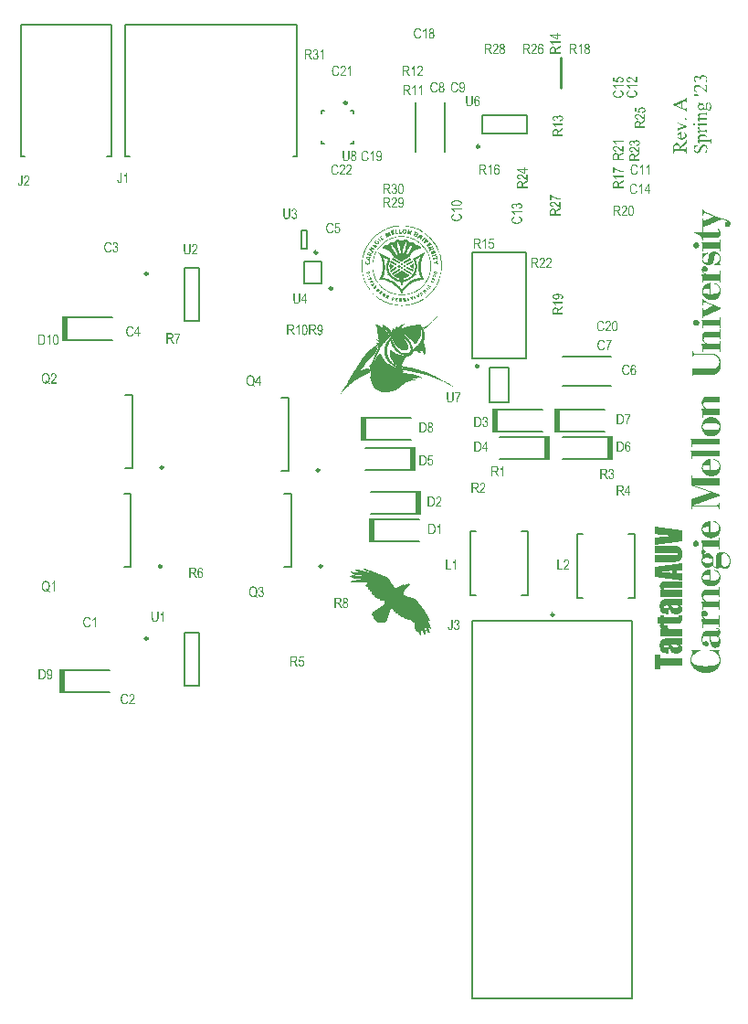
<source format=gbr>
%TF.GenerationSoftware,Altium Limited,Altium Designer,23.3.1 (30)*%
G04 Layer_Color=65535*
%FSLAX45Y45*%
%MOMM*%
%TF.SameCoordinates,6F745D81-4E65-4738-B163-C7EBCDBB3273*%
%TF.FilePolarity,Positive*%
%TF.FileFunction,Legend,Top*%
%TF.Part,Single*%
G01*
G75*
%TA.AperFunction,NonConductor*%
%ADD43C,0.25000*%
%ADD44C,0.20000*%
%ADD45C,0.17780*%
%ADD46C,0.25400*%
G36*
X9045240Y8219440D02*
X8994440D01*
Y8442960D01*
X9045240D01*
Y8219440D01*
D02*
G37*
G36*
X13604539Y7368540D02*
X13553740D01*
Y7592060D01*
X13604539D01*
Y7368540D01*
D02*
G37*
G36*
X13032739D02*
X12981940D01*
Y7592060D01*
X13032739D01*
Y7368540D01*
D02*
G37*
G36*
X11813540Y7292340D02*
X11762740D01*
Y7515860D01*
X11813540D01*
Y7292340D01*
D02*
G37*
G36*
X14094460Y7114540D02*
X14043660D01*
Y7338060D01*
X14094460D01*
Y7114540D01*
D02*
G37*
G36*
X13510260D02*
X13459460D01*
Y7338060D01*
X13510260D01*
Y7114540D01*
D02*
G37*
G36*
X12265660Y7012940D02*
X12214860D01*
Y7236460D01*
X12265660D01*
Y7012940D01*
D02*
G37*
G36*
X12316460Y6606540D02*
X12265660D01*
Y6830060D01*
X12316460D01*
Y6606540D01*
D02*
G37*
G36*
X11889740Y6352540D02*
X11838940D01*
Y6576060D01*
X11889740D01*
Y6352540D01*
D02*
G37*
G36*
X9019540Y4955540D02*
X8968740D01*
Y5179060D01*
X9019540D01*
Y4955540D01*
D02*
G37*
G36*
X14936420Y9436225D02*
X14936597Y9435344D01*
X14936772Y9434286D01*
X14937477Y9431466D01*
X14938535Y9428645D01*
Y9428469D01*
X14938889Y9428116D01*
X14939240Y9427411D01*
X14939769Y9426530D01*
X14941354Y9424414D01*
X14942413Y9423181D01*
X14943646Y9422123D01*
X14943823Y9421947D01*
X14944176Y9421594D01*
X14944881Y9421065D01*
X14945763Y9420536D01*
X14947701Y9419126D01*
X14949817Y9417716D01*
X14949992D01*
X14950346Y9417540D01*
X14950874Y9417187D01*
X14951756Y9416658D01*
X14952814Y9416130D01*
X14954047Y9415601D01*
X14955458Y9414896D01*
X14957220Y9414014D01*
X14957397D01*
X14957925Y9413662D01*
X14958807Y9413309D01*
X14960040Y9412780D01*
X14961627Y9411899D01*
X14963567Y9411017D01*
X14965858Y9410136D01*
X14968501Y9408902D01*
X14971500Y9407492D01*
X14974847Y9406082D01*
X14978551Y9404319D01*
X14982603Y9402556D01*
X14987012Y9400617D01*
X14991769Y9398502D01*
X14996883Y9396387D01*
X15002347Y9393919D01*
X15002699Y9393742D01*
X15003581Y9393390D01*
X15005167Y9392685D01*
X15007283Y9391803D01*
X15009750Y9390746D01*
X15012747Y9389512D01*
X15015919Y9388102D01*
X15019269Y9386515D01*
X15026672Y9383342D01*
X15034077Y9380169D01*
X15037778Y9378406D01*
X15041304Y9376996D01*
X15044476Y9375586D01*
X15047475Y9374176D01*
X15047650D01*
X15047826Y9374000D01*
X15048355Y9373823D01*
X15049060Y9373471D01*
X15049940Y9373118D01*
X15051175Y9372589D01*
X15052409Y9372061D01*
X15053996Y9371355D01*
X15055759Y9370650D01*
X15057698Y9369945D01*
X15059813Y9369064D01*
X15062280Y9368182D01*
X15064749Y9367125D01*
X15067569Y9366067D01*
X15070566Y9365009D01*
X15073740Y9363952D01*
X15077087Y9362718D01*
X15080614Y9361484D01*
X15084492Y9360250D01*
X15088370Y9359016D01*
X15092599Y9357606D01*
X15097008Y9356196D01*
X15101590Y9354785D01*
X15106526Y9353375D01*
X15111462Y9351965D01*
X15116750Y9350555D01*
X15122038Y9348968D01*
X15127679Y9347558D01*
X15133673Y9345972D01*
X15139667Y9344385D01*
X15145836Y9342975D01*
X15152357Y9341388D01*
X15152534D01*
X15152887Y9341212D01*
X15153767Y9340860D01*
X15154649Y9340507D01*
X15155882Y9340155D01*
X15157294Y9339626D01*
X15158881Y9338921D01*
X15160643Y9338216D01*
X15164697Y9336276D01*
X15168929Y9334161D01*
X15173511Y9331693D01*
X15178094Y9328697D01*
X15178447Y9328520D01*
X15179152Y9327992D01*
X15180386Y9326934D01*
X15181796Y9325524D01*
X15183206Y9323585D01*
X15184793Y9321293D01*
X15186203Y9318473D01*
X15187260Y9315123D01*
Y9314947D01*
X15187437Y9314771D01*
Y9314242D01*
X15187613Y9313537D01*
X15187965Y9311598D01*
X15188318Y9309130D01*
X15188670Y9306310D01*
Y9299787D01*
X15188142Y9296262D01*
Y9295909D01*
X15187965Y9295380D01*
X15187788Y9294675D01*
X15187437Y9293089D01*
X15186732Y9290974D01*
X15186028Y9288682D01*
X15184969Y9286214D01*
X15183736Y9283746D01*
X15182149Y9281455D01*
X15181972Y9281278D01*
X15181442Y9280750D01*
X15180737Y9280044D01*
X15179681Y9279163D01*
X15178270Y9277929D01*
X15176685Y9276871D01*
X15174745Y9275638D01*
X15172630Y9274580D01*
X15172276Y9274404D01*
X15171571Y9274227D01*
X15170338Y9273698D01*
X15168929Y9273170D01*
X15167165Y9272641D01*
X15165227Y9272288D01*
X15163287Y9271936D01*
X15161348Y9271759D01*
X15161172D01*
X15160468D01*
X15159409Y9271936D01*
X15157999Y9272112D01*
X15156412Y9272288D01*
X15154649Y9272817D01*
X15152710Y9273346D01*
X15150771Y9274051D01*
X15150595Y9274227D01*
X15149715Y9274404D01*
X15148656Y9275109D01*
X15147421Y9275814D01*
X15145836Y9277048D01*
X15144073Y9278458D01*
X15142487Y9280044D01*
X15140900Y9282160D01*
X15140724Y9282512D01*
X15140372Y9283217D01*
X15139667Y9284451D01*
X15138960Y9285862D01*
X15138255Y9287801D01*
X15137550Y9289740D01*
X15137198Y9291855D01*
X15137022Y9294147D01*
Y9297848D01*
X15137198Y9299082D01*
Y9300492D01*
X15137727Y9303842D01*
X15138255Y9307367D01*
X15139137Y9310893D01*
X15139842Y9312479D01*
X15140372Y9314066D01*
X15141252Y9315300D01*
X15142134Y9316357D01*
X15142310Y9316534D01*
X15142839Y9316886D01*
X15143192Y9317239D01*
X15143896Y9317767D01*
X15144954Y9318296D01*
X15146011Y9318825D01*
X15147421Y9319530D01*
X15149010Y9320235D01*
X15150771Y9320940D01*
X15152887Y9321822D01*
X15155354Y9322527D01*
X15157999Y9323408D01*
X15160995Y9324113D01*
X15164345Y9324995D01*
X15168047Y9325700D01*
X15167694Y9325876D01*
X15166989Y9326052D01*
X15165755Y9326581D01*
X15163992Y9327110D01*
X15162053Y9327815D01*
X15159938Y9328697D01*
X15155002Y9330459D01*
X15150066Y9332222D01*
X15147598Y9333104D01*
X15145483Y9333809D01*
X15143544Y9334514D01*
X15141959Y9335043D01*
X15140724Y9335571D01*
X15140018Y9335748D01*
X15139842D01*
X15139313Y9335924D01*
X15138608Y9336100D01*
X15137550Y9336453D01*
X15136317Y9336805D01*
X15134906Y9337334D01*
X15133144Y9337687D01*
X15131381Y9338216D01*
X15127150Y9339097D01*
X15122391Y9340155D01*
X15117104Y9340860D01*
X15111813Y9341388D01*
X15111638D01*
X15111108D01*
X15110403D01*
X15109698D01*
X15109523D01*
X15109171D01*
X15108641D01*
X15107936D01*
X15107056Y9341212D01*
X15105997D01*
X15103352Y9340860D01*
X15100356Y9340331D01*
X15097008Y9339626D01*
X15093481Y9338744D01*
X15089957Y9337334D01*
X15089780D01*
X15089604Y9337158D01*
X15089075Y9336982D01*
X15088547Y9336805D01*
X15087665Y9336453D01*
X15086607Y9335924D01*
X15085373Y9335395D01*
X15083786Y9334690D01*
X15082024Y9333985D01*
X15080086Y9333104D01*
X15077792Y9332222D01*
X15075325Y9331164D01*
X15072505Y9329931D01*
X15069331Y9328697D01*
X15065984Y9327286D01*
X15062280Y9325700D01*
X15058403Y9323937D01*
X15054172Y9322174D01*
X15049590Y9320235D01*
X15044653Y9318120D01*
X15039365Y9315828D01*
X15033723Y9313537D01*
X15027731Y9310893D01*
X15021385Y9308249D01*
X15014687Y9305252D01*
X15007635Y9302255D01*
X15000055Y9299082D01*
X14992123Y9295557D01*
X14983838Y9292031D01*
X14975200Y9288329D01*
X14966034Y9284275D01*
X14956516Y9280221D01*
X14956163Y9280044D01*
X14955281Y9279868D01*
X14953871Y9279163D01*
X14951932Y9278458D01*
X14949817Y9277577D01*
X14947350Y9276519D01*
X14942413Y9274051D01*
X14942236Y9273875D01*
X14941708Y9273522D01*
X14941003Y9272993D01*
X14940121Y9272112D01*
X14939240Y9271054D01*
X14938359Y9269820D01*
X14937654Y9268234D01*
X14937125Y9266471D01*
Y9222931D01*
X14947525D01*
X15050470D01*
X15050822D01*
X15051527D01*
X15052586D01*
X15053819D01*
X15053996D01*
X15054172D01*
X15055231D01*
X15056992Y9223107D01*
X15059108Y9223284D01*
X15061575Y9223460D01*
X15064220Y9223989D01*
X15067216Y9224517D01*
X15070213Y9225223D01*
X15070389D01*
X15070741Y9225399D01*
X15071448Y9225751D01*
X15072330Y9226280D01*
X15073386Y9226809D01*
X15074445Y9227690D01*
X15075854Y9228572D01*
X15077087Y9229806D01*
X15077264Y9229982D01*
X15077617Y9230335D01*
X15078146Y9231040D01*
X15078851Y9231921D01*
X15079379Y9232802D01*
X15079909Y9233684D01*
X15080261Y9234741D01*
Y9235975D01*
X15080086Y9236504D01*
X15079909Y9237209D01*
X15079379Y9238972D01*
X15078497Y9241264D01*
X15077441Y9243908D01*
X15075854Y9246552D01*
X15074091Y9249372D01*
X15071623Y9252017D01*
X15071448Y9252193D01*
X15071095Y9252545D01*
X15070389Y9253074D01*
X15069331Y9253956D01*
X15068979Y9254132D01*
X15068449Y9254661D01*
X15067744Y9255366D01*
X15067216Y9255895D01*
Y9256071D01*
X15067039Y9256247D01*
X15066689Y9256952D01*
X15066335Y9257657D01*
X15066159Y9257834D01*
X15065984Y9258539D01*
Y9259420D01*
X15066335Y9260302D01*
X15066512Y9260478D01*
X15066689Y9261183D01*
X15067393Y9262064D01*
X15068274Y9263122D01*
X15068449D01*
X15068803Y9262769D01*
X15069508Y9262417D01*
X15070389Y9261888D01*
X15071448Y9261359D01*
X15072681Y9260478D01*
X15075677Y9258362D01*
X15079027Y9255718D01*
X15082729Y9252193D01*
X15084492Y9250254D01*
X15086253Y9248138D01*
X15088017Y9245671D01*
X15089780Y9243203D01*
X15089957Y9243026D01*
X15090132Y9242498D01*
X15090485Y9241793D01*
X15091190Y9240735D01*
X15091719Y9239501D01*
X15092424Y9238091D01*
X15093304Y9236328D01*
X15094009Y9234565D01*
X15095596Y9230335D01*
X15097008Y9225575D01*
X15098065Y9220639D01*
X15098241Y9218172D01*
X15098418Y9215527D01*
Y9214293D01*
X15098241Y9213236D01*
Y9212178D01*
X15098065Y9210768D01*
X15097890Y9209181D01*
X15097713Y9207595D01*
X15097008Y9203717D01*
X15095949Y9199486D01*
X15094539Y9195079D01*
X15092599Y9190496D01*
X15092424Y9190144D01*
X15091719Y9189262D01*
X15090837Y9187676D01*
X15089427Y9185913D01*
X15087488Y9183798D01*
X15085197Y9181506D01*
X15082553Y9179215D01*
X15079379Y9177099D01*
X15079202D01*
X15079027Y9176923D01*
X15078497Y9176570D01*
X15077792Y9176218D01*
X15076030Y9175336D01*
X15073740Y9174279D01*
X15070918Y9173221D01*
X15067921Y9172340D01*
X15064572Y9171635D01*
X15061223Y9171458D01*
X15061047D01*
X15060518D01*
X14948759D01*
X14937477D01*
Y9151363D01*
X14929721D01*
Y9151716D01*
X14929546Y9152421D01*
X14929192Y9153655D01*
X14928664Y9155417D01*
X14928136Y9157533D01*
X14927254Y9159824D01*
X14926372Y9162645D01*
X14925137Y9165641D01*
X14923727Y9168814D01*
X14921965Y9172164D01*
X14920026Y9175689D01*
X14917734Y9179215D01*
X14915266Y9182916D01*
X14912447Y9186618D01*
X14909273Y9190144D01*
X14905748Y9193669D01*
X14905571Y9193845D01*
X14904866Y9194551D01*
X14903809Y9195432D01*
X14902222Y9196666D01*
X14900459Y9198076D01*
X14898167Y9199663D01*
X14895700Y9201425D01*
X14892880Y9203188D01*
X14889706Y9204951D01*
X14886357Y9206890D01*
X14882832Y9208653D01*
X14879131Y9210239D01*
X14875076Y9211649D01*
X14870845Y9212883D01*
X14866614Y9213765D01*
X14862209Y9214293D01*
X14861855D01*
X14860974D01*
X14859740D01*
X14858153D01*
X14857977D01*
X14857800D01*
X14856743D01*
X14855333Y9214470D01*
X14853923Y9214646D01*
X14853746D01*
X14853571Y9214822D01*
X14852689Y9215175D01*
X14851456Y9215880D01*
X14850397Y9216938D01*
Y9217114D01*
X14850221Y9217290D01*
X14849867Y9217819D01*
X14849516Y9218348D01*
X14848987Y9220111D01*
X14848811Y9222578D01*
X14928487D01*
Y9351789D01*
X14937477D01*
Y9329049D01*
X15031786Y9370827D01*
X15031609Y9371003D01*
X15030904Y9371179D01*
X15030022Y9371532D01*
X15028789Y9372061D01*
X15027202Y9372766D01*
X15025262Y9373647D01*
X15023148Y9374528D01*
X15020856Y9375410D01*
X15020503Y9375586D01*
X15019798Y9375939D01*
X15018564Y9376467D01*
X15016978Y9377173D01*
X15015215Y9377878D01*
X15013277Y9378759D01*
X15009573Y9380345D01*
X15009398Y9380522D01*
X15008693Y9380698D01*
X15007811Y9381051D01*
X15006578Y9381579D01*
X15004991Y9382285D01*
X15003406Y9382813D01*
X15000055Y9384224D01*
X14999702Y9384400D01*
X14998820Y9384752D01*
X14997411Y9385281D01*
X14995648Y9386163D01*
X14993356Y9387044D01*
X14990889Y9388102D01*
X14988069Y9389336D01*
X14984895Y9390569D01*
X14978551Y9393390D01*
X14971851Y9396034D01*
X14968501Y9397268D01*
X14965504Y9398502D01*
X14962509Y9399736D01*
X14959863Y9400617D01*
X14959688Y9400793D01*
X14958983Y9400970D01*
X14957748Y9401146D01*
X14956339Y9401499D01*
X14954752Y9401675D01*
X14952814Y9401851D01*
X14950874D01*
X14948759Y9401675D01*
X14946820Y9401146D01*
X14944881Y9400265D01*
X14942941Y9398854D01*
X14941179Y9397268D01*
X14939944Y9394976D01*
X14938712Y9392156D01*
X14938007Y9388630D01*
X14937830Y9386691D01*
Y9379464D01*
X14929369Y9378759D01*
Y9437106D01*
X14936420D01*
Y9436225D01*
D02*
G37*
G36*
X14874371Y9130034D02*
X14876486Y9129857D01*
X14878954Y9129328D01*
X14881950Y9128271D01*
X14884947Y9126861D01*
X14888120Y9125098D01*
X14889706Y9123864D01*
X14891116Y9122454D01*
X14891469Y9122101D01*
X14892351Y9121043D01*
X14893585Y9119457D01*
X14894820Y9117342D01*
X14896230Y9114698D01*
X14897462Y9111525D01*
X14898344Y9107999D01*
X14898520Y9106060D01*
X14898697Y9104121D01*
Y9100772D01*
X14898520Y9099890D01*
Y9099009D01*
X14898344Y9097951D01*
X14897639Y9095307D01*
X14896758Y9092310D01*
X14895348Y9089138D01*
X14893408Y9085965D01*
X14892351Y9084378D01*
X14890939Y9082968D01*
X14890764D01*
X14890588Y9082615D01*
X14889529Y9081734D01*
X14887769Y9080500D01*
X14885652Y9079266D01*
X14882832Y9077856D01*
X14879483Y9076622D01*
X14875957Y9075741D01*
X14874017Y9075564D01*
X14871902Y9075388D01*
X14871725D01*
X14871198D01*
X14871021D01*
X14870670D01*
X14870140D01*
X14869435Y9075212D01*
X14867320Y9075388D01*
X14864674Y9075564D01*
X14861855Y9076269D01*
X14858505Y9077503D01*
X14856918Y9078385D01*
X14855156Y9079266D01*
X14853571Y9080500D01*
X14851984Y9081910D01*
X14851807Y9082086D01*
X14851631Y9082263D01*
X14851279Y9082792D01*
X14850574Y9083320D01*
X14849339Y9085259D01*
X14847752Y9087551D01*
X14846165Y9090548D01*
X14844756Y9094073D01*
X14843875Y9098128D01*
X14843700Y9100243D01*
X14843523Y9102535D01*
Y9103945D01*
X14843700Y9104826D01*
Y9105707D01*
X14843875Y9106941D01*
X14844580Y9109586D01*
X14845461Y9112582D01*
X14846872Y9115755D01*
X14848987Y9118928D01*
X14850221Y9120515D01*
X14851631Y9122101D01*
Y9122277D01*
X14851984Y9122454D01*
X14853041Y9123335D01*
X14854803Y9124745D01*
X14856918Y9126155D01*
X14859740Y9127566D01*
X14863089Y9128976D01*
X14866791Y9129857D01*
X14868730Y9130210D01*
X14870845D01*
X14871021D01*
X14871198D01*
X14871902D01*
X14872079D01*
X14872607D01*
X14872784D01*
X14873137D01*
X14873665D01*
X14874371Y9130034D01*
D02*
G37*
G36*
X15094716Y9049652D02*
X15086253D01*
Y9074683D01*
X14937830D01*
Y9050004D01*
X14928487Y9049299D01*
Y9056703D01*
X14928664Y9059347D01*
Y9067103D01*
X14928841Y9069395D01*
Y9081205D01*
X14928664Y9083144D01*
Y9085259D01*
X14928487Y9089490D01*
Y9090548D01*
X14928311Y9091605D01*
X14928136Y9093192D01*
X14927959Y9094955D01*
X14927782Y9096894D01*
X14927606Y9099185D01*
X14927254Y9101477D01*
Y9101829D01*
X14927077Y9102535D01*
X14926901Y9103945D01*
X14926547Y9105707D01*
X14926372Y9107823D01*
X14925842Y9110114D01*
X14925491Y9112935D01*
X14924962Y9115755D01*
Y9116108D01*
X14924609Y9117165D01*
X14924432Y9118576D01*
X14924080Y9120338D01*
X14923727Y9122277D01*
X14923375Y9124393D01*
X14923022Y9126155D01*
X14922670Y9127918D01*
X15085725D01*
Y9154007D01*
X15094716D01*
Y9049652D01*
D02*
G37*
G36*
X15040247Y9045774D02*
X15041479Y9045597D01*
X15044476Y9045245D01*
X15047826Y9044716D01*
X15051880Y9043658D01*
X15056287Y9042424D01*
X15061047Y9040662D01*
X15061223D01*
X15061575Y9040485D01*
X15062280Y9040133D01*
X15063162Y9039780D01*
X15064220Y9039251D01*
X15065454Y9038723D01*
X15068449Y9037136D01*
X15071623Y9035373D01*
X15074973Y9033082D01*
X15078322Y9030614D01*
X15081319Y9027970D01*
X15081671Y9027617D01*
X15082376Y9026736D01*
X15083611Y9025326D01*
X15085197Y9023387D01*
X15086958Y9020919D01*
X15088898Y9017746D01*
X15090837Y9014220D01*
X15092776Y9010342D01*
X15094539Y9005935D01*
X15096126Y9001000D01*
X15097360Y8995711D01*
X15098065Y8990070D01*
X15098418Y8984077D01*
X15098065Y8977731D01*
X15097713Y8974382D01*
X15097183Y8971033D01*
X15096478Y8967507D01*
X15095421Y8963982D01*
Y8963805D01*
X15095244Y8963629D01*
X15095068Y8962571D01*
X15094539Y8960809D01*
X15094009Y8958870D01*
X15093304Y8956578D01*
X15092599Y8954286D01*
X15092072Y8951995D01*
X15091367Y8950056D01*
Y8949879D01*
X15091190Y8949527D01*
X15090837Y8948998D01*
X15090662Y8948293D01*
X15090132Y8946354D01*
X15089957Y8943886D01*
Y8942476D01*
X15090309Y8941066D01*
X15090662Y8939127D01*
X15091367Y8937011D01*
X15092424Y8934720D01*
X15094009Y8932428D01*
X15095949Y8930313D01*
X15096126Y8930137D01*
X15096478Y8929784D01*
X15097008Y8929079D01*
X15097536Y8928021D01*
Y8927845D01*
X15097890Y8926964D01*
X15098241Y8925730D01*
X15098770Y8924143D01*
Y8923791D01*
X15099123Y8922733D01*
X15099300Y8921499D01*
X15099651Y8920265D01*
X15035133D01*
Y8920441D01*
X15034958Y8921146D01*
X15034782Y8922028D01*
X15034605Y8923086D01*
X15034428Y8925377D01*
X15034605Y8926435D01*
X15034958Y8927316D01*
Y8927492D01*
X15035133Y8927669D01*
X15035663Y8928198D01*
X15036192Y8928726D01*
X15037073Y8929255D01*
X15038132Y8929960D01*
X15039365Y8930665D01*
X15041129Y8931194D01*
X15041304D01*
X15041479Y8931371D01*
X15042009Y8931547D01*
X15042714Y8931899D01*
X15044653Y8932604D01*
X15047121Y8933662D01*
X15050117Y8935249D01*
X15053642Y8937011D01*
X15057346Y8939127D01*
X15061223Y8941595D01*
X15065277Y8944415D01*
X15069331Y8947588D01*
X15073210Y8951290D01*
X15077087Y8955168D01*
X15080614Y8959575D01*
X15083611Y8964334D01*
X15086253Y8969446D01*
X15088370Y8975087D01*
Y8975263D01*
X15088547Y8975616D01*
X15088722Y8976321D01*
X15088898Y8977379D01*
X15089075Y8978436D01*
X15089252Y8979846D01*
X15089427Y8981433D01*
X15089604Y8983196D01*
X15089780Y8987250D01*
X15089604Y8991657D01*
X15088898Y8996416D01*
X15088370Y8998884D01*
X15087665Y9001352D01*
Y9001528D01*
X15087488Y9001881D01*
X15087135Y9002586D01*
X15086783Y9003467D01*
X15086253Y9004525D01*
X15085548Y9005759D01*
X15083786Y9008756D01*
X15082553Y9010166D01*
X15081319Y9011752D01*
X15079732Y9013339D01*
X15078146Y9014925D01*
X15076207Y9016336D01*
X15074091Y9017746D01*
X15071800Y9019156D01*
X15069331Y9020214D01*
X15069156D01*
X15068979Y9020390D01*
X15068449Y9020566D01*
X15067744Y9020742D01*
X15065984Y9021271D01*
X15063515Y9021800D01*
X15060870Y9022153D01*
X15058051D01*
X15055054Y9021800D01*
X15052057Y9020919D01*
X15051880D01*
X15051704Y9020742D01*
X15050822Y9020214D01*
X15049413Y9019332D01*
X15047826Y9017922D01*
X15046063Y9016159D01*
X15044301Y9013868D01*
X15042714Y9011047D01*
X15041479Y9007522D01*
Y9007345D01*
X15041304Y9007169D01*
Y9006640D01*
X15041129Y9005935D01*
X15040952Y9005230D01*
X15040599Y9004172D01*
X15040424Y9002939D01*
X15040070Y9001528D01*
X15039717Y8999942D01*
X15039365Y8998179D01*
X15039012Y8996064D01*
X15038660Y8993948D01*
X15038132Y8991657D01*
X15037778Y8989189D01*
X15037250Y8986369D01*
X15036897Y8983548D01*
Y8983372D01*
X15036720Y8982843D01*
Y8982138D01*
X15036543Y8981080D01*
X15036368Y8979846D01*
X15036015Y8978436D01*
X15035487Y8975263D01*
X15034958Y8971914D01*
X15034428Y8968917D01*
X15034253Y8967507D01*
X15034077Y8966449D01*
X15033900Y8965392D01*
X15033723Y8964687D01*
Y8964510D01*
X15033548Y8963805D01*
X15033372Y8962748D01*
X15033018Y8961337D01*
X15032491Y8959751D01*
X15031961Y8957812D01*
X15031256Y8955520D01*
X15030551Y8953229D01*
X15028612Y8948117D01*
X15026144Y8942828D01*
X15023325Y8937716D01*
X15021561Y8935425D01*
X15019798Y8933133D01*
X15019621Y8932957D01*
X15019269Y8932604D01*
X15018741Y8932076D01*
X15017859Y8931371D01*
X15016801Y8930489D01*
X15015392Y8929431D01*
X15013805Y8928374D01*
X15012042Y8927140D01*
X15009927Y8926082D01*
X15007458Y8924848D01*
X15004816Y8923791D01*
X15001817Y8922733D01*
X14998645Y8921675D01*
X14995120Y8920794D01*
X14991418Y8920089D01*
X14987363Y8919560D01*
X14987187D01*
X14986482D01*
X14985423D01*
X14983838D01*
X14982076D01*
X14979961D01*
X14977492Y8919913D01*
X14974847Y8920089D01*
X14972028Y8920618D01*
X14968854Y8921323D01*
X14965681Y8922028D01*
X14962332Y8923086D01*
X14958807Y8924319D01*
X14955281Y8925730D01*
X14951579Y8927492D01*
X14948055Y8929608D01*
X14947878Y8929784D01*
X14947173Y8930137D01*
X14946291Y8930842D01*
X14945058Y8931723D01*
X14943471Y8932957D01*
X14941884Y8934367D01*
X14940121Y8936130D01*
X14938182Y8937893D01*
X14936243Y8940008D01*
X14934480Y8942300D01*
X14932542Y8944944D01*
X14930956Y8947588D01*
X14929546Y8950585D01*
X14928311Y8953581D01*
X14927254Y8956931D01*
X14926724Y8960280D01*
Y8960632D01*
X14926547Y8961514D01*
X14926372Y8962924D01*
X14926019Y8964687D01*
X14925842Y8966802D01*
X14925667Y8969270D01*
X14925491Y8974382D01*
Y8977731D01*
X14925667Y8980199D01*
X14925842Y8982843D01*
X14926196Y8986016D01*
X14926547Y8989189D01*
X14927077Y8992538D01*
Y8992715D01*
X14927254Y8993067D01*
X14927431Y8993772D01*
X14927606Y8994830D01*
X14927959Y8996064D01*
X14928311Y8997474D01*
X14928841Y8999237D01*
X14929369Y9001352D01*
Y9001528D01*
X14929546Y9002233D01*
X14929897Y9003291D01*
X14930251Y9004701D01*
X14930956Y9007698D01*
X14931308Y9009108D01*
X14931660Y9010518D01*
Y9011047D01*
X14931837Y9011752D01*
Y9013868D01*
X14931660Y9015278D01*
X14931308Y9016864D01*
X14930956Y9018451D01*
Y9018627D01*
X14930603Y9019332D01*
X14930251Y9020214D01*
X14929546Y9021271D01*
X14928841Y9022681D01*
X14927782Y9024268D01*
X14926547Y9025678D01*
X14925137Y9027265D01*
Y9032553D01*
X14952107D01*
X14952461D01*
X14952991D01*
X14953519Y9032729D01*
X14954401D01*
X14955458Y9032905D01*
X14956691D01*
X14958453Y9033082D01*
X14960393Y9033258D01*
X14962862Y9033434D01*
X14965681Y9033611D01*
X14969031Y9033963D01*
X14972910Y9034316D01*
X14977316Y9034668D01*
Y9034492D01*
X14977492Y9033963D01*
X14977844Y9033258D01*
X14978021Y9032377D01*
X14978197Y9030261D01*
Y9029204D01*
X14978021Y9028146D01*
Y9027970D01*
X14977844Y9027793D01*
X14976962Y9026736D01*
X14976434Y9026207D01*
X14975552Y9025502D01*
X14974495Y9024973D01*
X14973260Y9024268D01*
X14972910Y9024092D01*
X14972028Y9023739D01*
X14970618Y9023034D01*
X14968854Y9022153D01*
X14966563Y9021095D01*
X14964095Y9019685D01*
X14961275Y9018098D01*
X14958278Y9016336D01*
X14955281Y9014220D01*
X14952107Y9011929D01*
X14949112Y9009284D01*
X14946115Y9006640D01*
X14943294Y9003644D01*
X14940649Y9000471D01*
X14938359Y8996945D01*
X14936420Y8993420D01*
Y8993243D01*
X14936243Y8993067D01*
X14936067Y8992538D01*
X14935715Y8992009D01*
X14935008Y8990247D01*
X14934128Y8987955D01*
X14933247Y8985135D01*
X14932542Y8981962D01*
X14932013Y8978612D01*
X14931837Y8975087D01*
Y8974029D01*
X14932013Y8972795D01*
X14932188Y8971209D01*
X14932542Y8969270D01*
X14932893Y8966978D01*
X14933598Y8964334D01*
X14934480Y8961690D01*
X14934657Y8961337D01*
X14935008Y8960456D01*
X14935538Y8959046D01*
X14936243Y8957459D01*
X14937125Y8955520D01*
X14938182Y8953581D01*
X14939417Y8951466D01*
X14940826Y8949703D01*
X14941003Y8949527D01*
X14941531Y8949174D01*
X14942236Y8948469D01*
X14943471Y8947588D01*
X14944881Y8946530D01*
X14946468Y8945473D01*
X14948405Y8944591D01*
X14950522Y8943534D01*
X14950697Y8943357D01*
X14951579Y8943181D01*
X14952637Y8942828D01*
X14954224Y8942476D01*
X14955986Y8941947D01*
X14957748Y8941595D01*
X14959863Y8941418D01*
X14961803Y8941242D01*
X14962157D01*
X14962862D01*
X14964095Y8941418D01*
X14965681Y8941771D01*
X14967444Y8942300D01*
X14969383Y8943181D01*
X14971146Y8944239D01*
X14972910Y8945825D01*
X14973085Y8946001D01*
X14973615Y8946707D01*
X14974319Y8947764D01*
X14975377Y8949174D01*
X14976257Y8950937D01*
X14977316Y8953052D01*
X14978197Y8955520D01*
X14978902Y8958341D01*
Y8958693D01*
X14979079Y8959398D01*
Y8960103D01*
X14979256Y8960985D01*
X14979431Y8962043D01*
X14979607Y8963276D01*
X14979961Y8964687D01*
X14980136Y8966449D01*
X14980489Y8968388D01*
X14980841Y8970504D01*
X14981194Y8972972D01*
X14981723Y8975616D01*
X14982251Y8978612D01*
X14982780Y8981785D01*
Y8981962D01*
X14982957Y8982667D01*
X14983133Y8983548D01*
X14983308Y8984782D01*
X14983662Y8986369D01*
X14983838Y8988131D01*
X14984190Y8990070D01*
X14984718Y8992186D01*
X14985423Y8996769D01*
X14986482Y9001528D01*
X14987363Y9006112D01*
X14987717Y9008227D01*
X14988245Y9010166D01*
Y9010518D01*
X14988597Y9011576D01*
X14989127Y9013339D01*
X14989832Y9015454D01*
X14991064Y9017922D01*
X14992474Y9020919D01*
X14994238Y9023915D01*
X14996355Y9027265D01*
X14998997Y9030438D01*
X15001994Y9033611D01*
X15005696Y9036607D01*
X15009750Y9039428D01*
X15014334Y9041719D01*
X15019621Y9043835D01*
X15025615Y9045245D01*
X15028789Y9045597D01*
X15032138Y9045950D01*
X15032314D01*
X15032666D01*
X15033195D01*
X15033723D01*
X15035487D01*
X15037427D01*
X15037602D01*
X15037955D01*
X15038484D01*
X15039365D01*
X15040247Y9045774D01*
D02*
G37*
G36*
X14952991Y8913038D02*
X14954047Y8912862D01*
X14955458Y8912509D01*
X14957220Y8911980D01*
X14959158Y8911275D01*
X14961275Y8910570D01*
X14963390Y8909512D01*
X14965681Y8908278D01*
X14967973Y8906868D01*
X14970088Y8905282D01*
X14972205Y8903343D01*
X14974142Y8901051D01*
X14975729Y8898583D01*
X14977139Y8895939D01*
X14978197Y8892766D01*
Y8892590D01*
X14978374Y8892061D01*
X14978551Y8891003D01*
X14978726Y8889769D01*
X14978902Y8888359D01*
X14979079Y8886596D01*
X14979256Y8884657D01*
Y8882542D01*
X14979079Y8880250D01*
X14978902Y8877959D01*
X14978551Y8875667D01*
X14977844Y8873376D01*
X14976962Y8870908D01*
X14975729Y8868793D01*
X14974319Y8866501D01*
X14972556Y8864562D01*
X14972380Y8864386D01*
X14972028Y8864209D01*
X14971500Y8863681D01*
X14970618Y8862975D01*
X14969560Y8862270D01*
X14968149Y8861565D01*
X14966563Y8860860D01*
X14964799Y8860155D01*
X14962685Y8859450D01*
X14960393Y8858921D01*
X14957925Y8858392D01*
X14955106Y8858216D01*
X14952107Y8858040D01*
X14948759Y8858392D01*
X14945235Y8858745D01*
X14941531Y8859626D01*
X14941354D01*
X14941003Y8859802D01*
X14940649Y8859979D01*
X14939944D01*
X14939064Y8860155D01*
X14937830Y8860508D01*
X14936420Y8860684D01*
X14936597Y8860508D01*
X14937125Y8859802D01*
X14937830Y8858569D01*
X14938889Y8857158D01*
X14940298Y8855572D01*
X14942061Y8853633D01*
X14943823Y8851517D01*
X14946115Y8849402D01*
X14948405Y8847287D01*
X14951051Y8845172D01*
X14954047Y8843056D01*
X14957043Y8841293D01*
X14960393Y8839531D01*
X14963919Y8838120D01*
X14967444Y8837239D01*
X14971323Y8836534D01*
X14971500D01*
X14972028D01*
X14973085Y8836358D01*
X14974319Y8836181D01*
X14976082Y8836005D01*
X14978197D01*
X14980666Y8835829D01*
X14983485Y8835653D01*
X14986658Y8835476D01*
X14990359Y8835300D01*
X14994238Y8835124D01*
X14998645Y8834948D01*
X15003406Y8834771D01*
X15008693D01*
X15014157Y8834595D01*
X15020151D01*
X15085725D01*
Y8868969D01*
X15094363Y8869674D01*
Y8755976D01*
X15086253Y8755271D01*
Y8780126D01*
X14938182D01*
Y8755623D01*
X14929721Y8754918D01*
Y8755623D01*
X14929546Y8756328D01*
X14929369Y8757386D01*
Y8758796D01*
X14929192Y8760207D01*
X14929016Y8761969D01*
X14928841Y8763908D01*
X14928664Y8767963D01*
X14928487Y8772546D01*
Y8777129D01*
X14928841Y8781712D01*
Y8782946D01*
X14929016Y8783827D01*
Y8789468D01*
X14928841Y8793523D01*
X14928664Y8797930D01*
X14928311Y8802865D01*
X14927606Y8808154D01*
Y8808330D01*
X14927431Y8808859D01*
Y8809564D01*
X14927077Y8810621D01*
X14926901Y8811855D01*
X14926547Y8813266D01*
X14926196Y8815028D01*
X14925667Y8816791D01*
X14924432Y8820845D01*
X14923022Y8825076D01*
X14921085Y8829483D01*
X14918793Y8833890D01*
X14951227D01*
X14951051Y8834066D01*
X14950522Y8834419D01*
X14949817Y8835124D01*
X14948935Y8835829D01*
X14946645Y8837768D01*
X14944000Y8840060D01*
X14941179Y8842351D01*
X14938889Y8844466D01*
X14937830Y8845348D01*
X14937125Y8845877D01*
X14936597Y8846405D01*
X14936420Y8846582D01*
X14936243Y8846758D01*
X14935892Y8847111D01*
X14935538Y8847639D01*
X14934833Y8848521D01*
X14933952Y8849402D01*
X14933070Y8850636D01*
X14932013Y8852046D01*
X14930956Y8853633D01*
X14928841Y8857335D01*
X14926547Y8861741D01*
X14924609Y8866501D01*
X14923199Y8871965D01*
Y8872142D01*
X14923022Y8872671D01*
Y8873376D01*
X14922845Y8874433D01*
X14922670Y8875844D01*
X14922495Y8877430D01*
X14922318Y8879017D01*
Y8885010D01*
X14922845Y8889593D01*
X14923904Y8894000D01*
X14924609Y8896292D01*
X14925491Y8898407D01*
X14925667Y8898583D01*
X14926196Y8899465D01*
X14926901Y8900522D01*
X14928136Y8901932D01*
X14929546Y8903519D01*
X14931483Y8905105D01*
X14933598Y8906868D01*
X14936243Y8908631D01*
X14936597Y8908807D01*
X14937477Y8909336D01*
X14938889Y8910041D01*
X14940649Y8910922D01*
X14942941Y8911804D01*
X14945235Y8912509D01*
X14947878Y8913038D01*
X14950522Y8913214D01*
X14950697D01*
X14951051D01*
X14952107D01*
X14952284D01*
X14952991Y8913038D01*
D02*
G37*
G36*
X15034605Y8757386D02*
X15035487Y8757210D01*
X15036368Y8756857D01*
X15038660Y8756152D01*
X15041304Y8755271D01*
X15044124Y8754389D01*
X15046593Y8753684D01*
X15047650Y8753332D01*
X15048355Y8753155D01*
X15048885Y8752979D01*
X15049236D01*
X15049413D01*
X15050117Y8752627D01*
X15051175Y8752274D01*
X15052762Y8751569D01*
X15054526Y8750864D01*
X15056464Y8749806D01*
X15058755Y8748572D01*
X15061398Y8747162D01*
X15064044Y8745399D01*
X15066864Y8743460D01*
X15069684Y8741345D01*
X15072681Y8738877D01*
X15075677Y8736057D01*
X15078674Y8733060D01*
X15081496Y8729887D01*
X15084315Y8726185D01*
X15084492Y8726009D01*
X15084843Y8725304D01*
X15085725Y8724246D01*
X15086607Y8722660D01*
X15087665Y8720897D01*
X15088898Y8718605D01*
X15090132Y8716138D01*
X15091544Y8713493D01*
X15092953Y8710497D01*
X15094186Y8707147D01*
X15095421Y8703798D01*
X15096478Y8700096D01*
X15097360Y8696395D01*
X15098065Y8692517D01*
X15098595Y8688462D01*
X15098770Y8684408D01*
Y8683703D01*
X15098946Y8682645D01*
X15099123Y8681411D01*
X15099300Y8680001D01*
Y8678767D01*
X15099123Y8677709D01*
Y8676475D01*
X15098946Y8675065D01*
X15098770Y8673302D01*
X15098595Y8671363D01*
X15098241Y8669424D01*
X15097890Y8667133D01*
X15096831Y8662021D01*
X15095244Y8656556D01*
X15093304Y8650563D01*
Y8650387D01*
X15092953Y8649858D01*
X15092776Y8648976D01*
X15092249Y8647919D01*
X15091719Y8646508D01*
X15091014Y8644922D01*
X15090132Y8642983D01*
X15089252Y8641044D01*
X15087312Y8636990D01*
X15085020Y8632583D01*
X15082376Y8628176D01*
X15079556Y8624121D01*
X15079379Y8623945D01*
X15079202Y8623769D01*
X15078146Y8622711D01*
X15076559Y8620948D01*
X15074445Y8618833D01*
X15071623Y8616365D01*
X15068098Y8613545D01*
X15064220Y8610724D01*
X15059813Y8607728D01*
X15059637D01*
X15059283Y8607375D01*
X15058578Y8607023D01*
X15057698Y8606494D01*
X15056464Y8605965D01*
X15055231Y8605260D01*
X15052057Y8603673D01*
X15048531Y8602087D01*
X15044476Y8600677D01*
X15040424Y8599267D01*
X15036192Y8598385D01*
X15036015D01*
X15035487Y8598209D01*
X15034782D01*
X15033723Y8598033D01*
X15032491Y8597680D01*
X15030904Y8597504D01*
X15029141Y8597327D01*
X15027202Y8597151D01*
X15024910Y8596975D01*
X15022443Y8596799D01*
X15019975Y8596622D01*
X15017154D01*
X15011160Y8596799D01*
X15004639Y8597151D01*
X14997765Y8598033D01*
X14990536Y8599267D01*
X14983133Y8601382D01*
X14979256Y8602616D01*
X14975552Y8604026D01*
X14971851Y8605612D01*
X14968149Y8607375D01*
X14964449Y8609491D01*
X14960745Y8611782D01*
X14957043Y8614250D01*
X14953519Y8616894D01*
X14950169Y8619891D01*
X14946820Y8623240D01*
X14946645Y8623416D01*
X14946468Y8623593D01*
X14945940Y8624298D01*
X14945235Y8625003D01*
X14944528Y8625884D01*
X14943471Y8627118D01*
X14942413Y8628352D01*
X14941354Y8629939D01*
X14940121Y8631525D01*
X14938889Y8633464D01*
X14937477Y8635579D01*
X14936243Y8637871D01*
X14933423Y8642807D01*
X14930956Y8648448D01*
Y8648624D01*
X14930603Y8649153D01*
X14930426Y8650034D01*
X14929897Y8651092D01*
X14929369Y8652502D01*
X14928841Y8654088D01*
X14928311Y8656027D01*
X14927606Y8657966D01*
X14926547Y8662550D01*
X14925491Y8667309D01*
X14924785Y8672421D01*
X14924432Y8677357D01*
Y8678943D01*
X14924609Y8680353D01*
X14924785Y8681764D01*
X14924962Y8683703D01*
X14925314Y8685818D01*
X14925667Y8688110D01*
X14926196Y8690577D01*
X14926901Y8693398D01*
X14928664Y8699391D01*
X14929721Y8702564D01*
X14930956Y8705913D01*
X14932542Y8709263D01*
X14934303Y8712788D01*
X14934480Y8712965D01*
X14934833Y8713670D01*
X14935362Y8714551D01*
X14936067Y8715785D01*
X14936949Y8717371D01*
X14938182Y8719134D01*
X14939417Y8721250D01*
X14941003Y8723365D01*
X14944528Y8727948D01*
X14948582Y8732707D01*
X14953166Y8737114D01*
X14955634Y8739230D01*
X14958278Y8741169D01*
X14958453D01*
X14958630Y8741521D01*
X14959158Y8741698D01*
X14959863Y8742226D01*
X14960745Y8742579D01*
X14961627Y8743284D01*
X14964272Y8744694D01*
X14967444Y8746281D01*
X14971146Y8748043D01*
X14975552Y8749806D01*
X14980312Y8751569D01*
X14980489D01*
X14980841Y8751745D01*
X14981546Y8752098D01*
X14982603Y8752274D01*
X14983662Y8752627D01*
X14985072Y8753155D01*
X14988245Y8754037D01*
X14992123Y8754918D01*
X14996001Y8755800D01*
X15000232Y8756328D01*
X15004286Y8756681D01*
Y8651973D01*
X15004639D01*
X15005344D01*
X15006754Y8652149D01*
X15008693D01*
X15011160Y8652326D01*
X15014157Y8652502D01*
X15017859D01*
X15022090Y8652678D01*
X15022266D01*
X15022620D01*
X15023325D01*
X15024030Y8652854D01*
X15025087D01*
X15026320D01*
X15029141Y8653031D01*
X15032491Y8653207D01*
X15035838Y8653383D01*
X15039542Y8653560D01*
X15042889Y8653736D01*
X15043066D01*
X15043243D01*
X15044301Y8653912D01*
X15046063D01*
X15048180Y8654265D01*
X15050822Y8654441D01*
X15053642Y8654793D01*
X15056641Y8655146D01*
X15059813Y8655675D01*
X15059988D01*
X15060342Y8655851D01*
X15060870D01*
X15061575Y8656204D01*
X15063515Y8656732D01*
X15065984Y8657614D01*
X15068803Y8658672D01*
X15071623Y8660082D01*
X15074620Y8661844D01*
X15077264Y8663784D01*
X15077617Y8664136D01*
X15078322Y8664841D01*
X15079556Y8666075D01*
X15080966Y8667662D01*
X15082376Y8669601D01*
X15083963Y8671892D01*
X15085373Y8674360D01*
X15086430Y8677181D01*
Y8677357D01*
X15086607Y8677533D01*
X15086783Y8678414D01*
X15087135Y8680001D01*
X15087488Y8681940D01*
X15087840Y8684232D01*
X15088193Y8686876D01*
X15088370Y8689696D01*
Y8693045D01*
X15088193Y8694103D01*
X15088017Y8695689D01*
X15087840Y8697805D01*
X15087312Y8700273D01*
X15086783Y8703093D01*
X15086078Y8706090D01*
X15085020Y8709086D01*
Y8709263D01*
X15084843Y8709792D01*
X15084492Y8710497D01*
X15083963Y8711554D01*
X15083434Y8712788D01*
X15082729Y8714198D01*
X15080791Y8717548D01*
X15078497Y8721426D01*
X15075500Y8725304D01*
X15071976Y8729182D01*
X15067921Y8732707D01*
X15067744Y8732884D01*
X15067393Y8733060D01*
X15066689Y8733589D01*
X15065807Y8734118D01*
X15064749Y8734999D01*
X15063338Y8735880D01*
X15061752Y8736762D01*
X15059988Y8737996D01*
X15057874Y8739053D01*
X15055759Y8740287D01*
X15053291Y8741521D01*
X15050822Y8742755D01*
X15045006Y8745399D01*
X15038837Y8747867D01*
X15038660Y8748043D01*
X15038132Y8748220D01*
X15037250Y8748749D01*
X15036192Y8749454D01*
X15033900Y8751216D01*
X15031432Y8753684D01*
X15034077Y8757562D01*
X15034253D01*
X15034605Y8757386D01*
D02*
G37*
G36*
X14937125Y8607023D02*
X14937302Y8605612D01*
X14937654Y8603673D01*
X14938359Y8601734D01*
X14939240Y8599443D01*
X14940474Y8597504D01*
X14942061Y8595565D01*
X14942236Y8595388D01*
X14942941Y8594860D01*
X14944000Y8593978D01*
X14945586Y8592744D01*
X14947350Y8591510D01*
X14949640Y8590100D01*
X14952461Y8588514D01*
X14955458Y8587103D01*
X14955811Y8586927D01*
X14956516Y8586575D01*
X14957925Y8585870D01*
X14960040Y8584988D01*
X14962509Y8583754D01*
X14965681Y8582344D01*
X14969560Y8580758D01*
X14973965Y8578642D01*
X14978902Y8576527D01*
X14984543Y8573883D01*
X14990714Y8571239D01*
X14997765Y8568066D01*
X15005167Y8564893D01*
X15013452Y8561191D01*
X15022266Y8557313D01*
X15031786Y8553258D01*
X15031961D01*
X15032314Y8553082D01*
X15033018Y8552730D01*
X15033900Y8552377D01*
X15034958Y8552025D01*
X15036368Y8551319D01*
X15038132Y8550791D01*
X15039894Y8549909D01*
X15042184Y8549028D01*
X15044476Y8548146D01*
X15047121Y8547089D01*
X15049940Y8545855D01*
X15053114Y8544621D01*
X15056464Y8543211D01*
X15059988Y8541624D01*
X15063867Y8540038D01*
X15064044Y8539862D01*
X15064749Y8539685D01*
X15065807Y8539156D01*
X15067216Y8538628D01*
X15068979Y8537922D01*
X15070918Y8537041D01*
X15073210Y8536160D01*
X15075500Y8535102D01*
X15080437Y8532987D01*
X15085548Y8530695D01*
X15090309Y8528580D01*
X15092424Y8527698D01*
X15094363Y8526817D01*
X15094539Y8526641D01*
X15094891Y8526465D01*
X15095596Y8525936D01*
X15096301Y8525054D01*
X15097008Y8524173D01*
X15097713Y8523115D01*
X15098065Y8521705D01*
X15098418Y8520119D01*
Y8519942D01*
X15098241Y8519237D01*
X15098065Y8518356D01*
X15097713Y8517122D01*
X15097183Y8515712D01*
X15096478Y8514301D01*
X15095421Y8512891D01*
X15094009Y8511481D01*
X15093834D01*
X15093304Y8511129D01*
X15092249Y8510600D01*
X15090837Y8510071D01*
X15089075Y8509189D01*
X15086607Y8508132D01*
X15083963Y8506898D01*
X15080614Y8505488D01*
X15076735Y8503725D01*
X15072330Y8501786D01*
X15067393Y8499671D01*
X15061928Y8497203D01*
X15055759Y8494559D01*
X15049060Y8491562D01*
X15041833Y8488565D01*
X15033723Y8485040D01*
X15033548D01*
X15032843Y8484687D01*
X15031786Y8484158D01*
X15030376Y8483629D01*
X15028612Y8482924D01*
X15026672Y8482043D01*
X15024205Y8480985D01*
X15021738Y8479928D01*
X15018741Y8478694D01*
X15015744Y8477284D01*
X15012572Y8476050D01*
X15009045Y8474463D01*
X15001817Y8471466D01*
X14994238Y8468117D01*
X14986482Y8464944D01*
X14978902Y8461595D01*
X14971500Y8458422D01*
X14964449Y8455602D01*
X14961275Y8454191D01*
X14958278Y8452781D01*
X14955458Y8451724D01*
X14952814Y8450666D01*
X14950522Y8449608D01*
X14948405Y8448727D01*
X14946820Y8448022D01*
X14945410Y8447493D01*
X14945235D01*
X14944528Y8447140D01*
X14943823Y8446788D01*
X14942766Y8446259D01*
X14940649Y8444672D01*
X14939769Y8443791D01*
X14939064Y8442910D01*
Y8442733D01*
X14938889Y8442381D01*
X14938535Y8441852D01*
X14938182Y8440971D01*
X14938007Y8439913D01*
X14937654Y8438679D01*
X14937477Y8437093D01*
Y8432333D01*
X14937302Y8430042D01*
Y8429160D01*
X14937125Y8428455D01*
X14929369Y8427397D01*
Y8520824D01*
X14937477Y8521176D01*
Y8500728D01*
X15032491Y8543211D01*
X15032314D01*
X15031786Y8543563D01*
X15030727Y8543916D01*
X15029494Y8544445D01*
X15027907Y8544974D01*
X15025967Y8545855D01*
X15023853Y8546736D01*
X15021561Y8547618D01*
X15018916Y8548675D01*
X15016273Y8549733D01*
X15010278Y8552201D01*
X15003934Y8554669D01*
X14997235Y8557313D01*
X14990536Y8559957D01*
X14984190Y8562601D01*
X14978021Y8564893D01*
X14975200Y8566127D01*
X14972556Y8567184D01*
X14970088Y8568066D01*
X14967973Y8569123D01*
X14965858Y8569828D01*
X14964272Y8570534D01*
X14962862Y8571062D01*
X14961627Y8571591D01*
X14960922Y8571767D01*
X14960570Y8571944D01*
X14960393D01*
X14960040Y8572120D01*
X14959512Y8572296D01*
X14958807Y8572649D01*
X14956691Y8573001D01*
X14954224Y8573530D01*
X14951227Y8573707D01*
X14948230Y8573530D01*
X14946820Y8573354D01*
X14945410Y8572825D01*
X14944000Y8572296D01*
X14942589Y8571415D01*
X14942236Y8571239D01*
X14941531Y8570534D01*
X14940474Y8569300D01*
X14939417Y8567537D01*
X14938359Y8565069D01*
X14937477Y8562249D01*
X14937125Y8558547D01*
X14937302Y8556608D01*
X14937477Y8554316D01*
Y8552906D01*
X14937302Y8551672D01*
X14937125Y8550262D01*
X14929369D01*
Y8608080D01*
X14937125Y8608433D01*
Y8607023D01*
D02*
G37*
G36*
X14874371Y8414177D02*
X14876486Y8414000D01*
X14878954Y8413472D01*
X14881950Y8412414D01*
X14884947Y8411004D01*
X14888120Y8409241D01*
X14889706Y8408007D01*
X14891116Y8406597D01*
X14891469Y8406244D01*
X14892351Y8405187D01*
X14893585Y8403600D01*
X14894820Y8401485D01*
X14896230Y8398841D01*
X14897462Y8395668D01*
X14898344Y8392142D01*
X14898520Y8390203D01*
X14898697Y8388264D01*
Y8386678D01*
X14898520Y8385267D01*
X14898344Y8383505D01*
X14897992Y8381566D01*
X14897285Y8379274D01*
X14896581Y8376806D01*
X14895348Y8374338D01*
X14893938Y8371694D01*
X14892174Y8369226D01*
X14889883Y8366935D01*
X14887239Y8364643D01*
X14884065Y8362880D01*
X14880363Y8361294D01*
X14876134Y8360060D01*
X14871198Y8359531D01*
X14871021D01*
X14870670D01*
X14870140D01*
X14869435D01*
X14867496Y8359707D01*
X14864851Y8360236D01*
X14861855Y8361294D01*
X14858682Y8362704D01*
X14857095Y8363586D01*
X14855333Y8364819D01*
X14853571Y8366053D01*
X14851984Y8367640D01*
X14851807Y8367816D01*
X14851631Y8367992D01*
X14851102Y8368521D01*
X14850574Y8369226D01*
X14849162Y8370989D01*
X14847752Y8373457D01*
X14846165Y8376277D01*
X14844933Y8379450D01*
X14844051Y8382976D01*
Y8387912D01*
X14844228Y8388793D01*
X14844405Y8389851D01*
X14844580Y8391085D01*
X14845110Y8393905D01*
X14846165Y8397254D01*
X14847400Y8400603D01*
X14849339Y8403953D01*
X14851807Y8406949D01*
Y8407126D01*
X14852161Y8407302D01*
X14853217Y8408183D01*
X14854803Y8409417D01*
X14857095Y8410827D01*
X14860092Y8412238D01*
X14863618Y8413295D01*
X14867673Y8414177D01*
X14869788Y8414353D01*
X14872255D01*
X14872607D01*
X14872784D01*
X14873137D01*
X14873665D01*
X14874371Y8414177D01*
D02*
G37*
G36*
X15094363Y8335558D02*
X15086253Y8334853D01*
Y8360589D01*
X14937830D01*
Y8335205D01*
X14928487D01*
Y8338554D01*
X14928664Y8340317D01*
Y8342609D01*
X14928841Y8345077D01*
X14929016Y8348073D01*
Y8349483D01*
X14929192Y8351070D01*
Y8355477D01*
X14929369Y8357945D01*
Y8365525D01*
X14929192Y8367111D01*
Y8369050D01*
X14929016Y8371165D01*
X14928487Y8375572D01*
Y8375925D01*
X14928311Y8376454D01*
X14928136Y8377159D01*
X14927959Y8378216D01*
X14927782Y8379450D01*
X14927431Y8381213D01*
X14927077Y8383328D01*
X14926724Y8385796D01*
X14926196Y8388969D01*
X14925491Y8392671D01*
X14924785Y8396902D01*
X14923904Y8401837D01*
X14923375Y8404482D01*
X14922845Y8407478D01*
X14922318Y8410475D01*
X14921790Y8413824D01*
X15085725D01*
Y8439560D01*
X15094363Y8440442D01*
Y8335558D01*
D02*
G37*
G36*
Y8232084D02*
X15086253D01*
Y8251827D01*
X15075677D01*
X14969206D01*
X14969031D01*
X14968678D01*
X14968149D01*
X14967268D01*
X14965329Y8251650D01*
X14962685Y8251474D01*
X14959688Y8251121D01*
X14956691Y8250769D01*
X14953696Y8250064D01*
X14950874Y8249182D01*
X14950522Y8249006D01*
X14949640Y8248654D01*
X14948405Y8247948D01*
X14946820Y8246891D01*
X14945058Y8245304D01*
X14943294Y8243365D01*
X14941708Y8241074D01*
X14940121Y8238077D01*
X14939944Y8237724D01*
X14939769Y8236843D01*
X14939417Y8235257D01*
X14939240Y8233141D01*
Y8230497D01*
X14939594Y8227500D01*
X14940474Y8224151D01*
X14941003Y8222212D01*
X14941884Y8220273D01*
Y8220097D01*
X14942061Y8219744D01*
X14942413Y8219215D01*
X14942766Y8218510D01*
X14943823Y8216571D01*
X14945235Y8214280D01*
X14946996Y8211636D01*
X14949287Y8208991D01*
X14951932Y8206347D01*
X14954929Y8204056D01*
X14955281Y8203879D01*
X14956163Y8203174D01*
X14957573Y8202293D01*
X14959688Y8201059D01*
X14962157Y8199825D01*
X14965154Y8198415D01*
X14968501Y8197005D01*
X14972380Y8195594D01*
X14972556D01*
X14972910Y8195418D01*
X14973438Y8195242D01*
X14974142Y8195066D01*
X14976082Y8194537D01*
X14978726Y8194008D01*
X14981546Y8193303D01*
X14984718Y8192774D01*
X14988069Y8192422D01*
X14991241Y8192245D01*
X14991594D01*
X15085373D01*
Y8213046D01*
X15094716Y8214103D01*
Y8113626D01*
X15086253D01*
Y8138481D01*
X14938182D01*
Y8114331D01*
X14929369Y8113097D01*
Y8113802D01*
X14929192Y8114508D01*
Y8115565D01*
X14929016Y8116799D01*
X14928841Y8118386D01*
Y8119972D01*
X14928664Y8121911D01*
X14928487Y8125965D01*
Y8134956D01*
X14928841Y8139539D01*
Y8140773D01*
X14929016Y8141654D01*
Y8151349D01*
X14928841Y8155756D01*
X14928487Y8160692D01*
X14927959Y8165980D01*
Y8166156D01*
X14927782Y8166685D01*
Y8167390D01*
X14927606Y8168448D01*
X14927254Y8169682D01*
X14927077Y8171268D01*
X14926547Y8172855D01*
X14926196Y8174794D01*
X14925137Y8178848D01*
X14923552Y8183255D01*
X14921790Y8187838D01*
X14919673Y8192245D01*
X14955811D01*
X14955458Y8192422D01*
X14954576Y8193127D01*
X14953342Y8194361D01*
X14951579Y8195771D01*
X14949464Y8197710D01*
X14947173Y8200001D01*
X14944705Y8202646D01*
X14942061Y8205466D01*
X14939417Y8208639D01*
X14936772Y8211988D01*
X14934303Y8215514D01*
X14932013Y8219215D01*
X14930074Y8223094D01*
X14928311Y8227148D01*
X14927077Y8231202D01*
X14926372Y8235433D01*
Y8235962D01*
X14926196Y8236491D01*
Y8237196D01*
X14926019Y8238958D01*
X14925667Y8241426D01*
X14925491Y8243894D01*
X14925137Y8246715D01*
X14924962Y8249359D01*
X14924785Y8251650D01*
Y8260111D01*
X14924962Y8262932D01*
X14925314Y8265929D01*
Y8266281D01*
X14925491Y8267339D01*
X14925667Y8269102D01*
X14926196Y8271041D01*
X14926724Y8273508D01*
X14927431Y8275976D01*
X14928487Y8278620D01*
X14929721Y8281265D01*
X14929897Y8281617D01*
X14930426Y8282499D01*
X14931308Y8283732D01*
X14932365Y8285319D01*
X14933952Y8287258D01*
X14935715Y8289373D01*
X14937830Y8291665D01*
X14940121Y8293956D01*
X14940474Y8294133D01*
X14941179Y8294662D01*
X14942589Y8295543D01*
X14944528Y8296601D01*
X14946820Y8297835D01*
X14949640Y8299068D01*
X14952637Y8300479D01*
X14956163Y8301713D01*
X14956339D01*
X14956516Y8301889D01*
X14957043Y8302065D01*
X14957748Y8302241D01*
X14959688Y8302770D01*
X14961980Y8303475D01*
X14964624Y8304004D01*
X14967621Y8304533D01*
X14970618Y8304886D01*
X14973615Y8305062D01*
X14973790D01*
X14974319D01*
X14975024D01*
X14975906D01*
X15074973D01*
X15085725D01*
Y8330093D01*
X15094363Y8330798D01*
Y8232084D01*
D02*
G37*
G36*
X14831535Y8130901D02*
X14832063Y8130372D01*
X14832945Y8129667D01*
X14834180Y8128786D01*
X14834357Y8128610D01*
X14835062Y8128081D01*
X14835942Y8127552D01*
X14836824Y8126847D01*
X14837000Y8126671D01*
X14837354Y8126494D01*
X14838409Y8125437D01*
Y8125260D01*
X14838586Y8124732D01*
X14838763Y8123850D01*
X14838939Y8122792D01*
X14839291Y8121559D01*
X14839819Y8119972D01*
X14840878Y8116623D01*
X14842288Y8113097D01*
X14843875Y8109572D01*
X14844756Y8107985D01*
X14845815Y8106399D01*
X14846872Y8105165D01*
X14847929Y8104107D01*
X14848282Y8103931D01*
X14849162Y8103402D01*
X14849867Y8103050D01*
X14850751Y8102521D01*
X14851807Y8102168D01*
X14853217Y8101816D01*
X14854628Y8101287D01*
X14856390Y8100934D01*
X14858153Y8100405D01*
X14860268Y8100053D01*
X14862737Y8099877D01*
X14865204Y8099524D01*
X14868201Y8099348D01*
X14871198D01*
X15016096D01*
X15016449D01*
X15017506D01*
X15019093Y8099172D01*
X15021385D01*
X15024030Y8098819D01*
X15027202Y8098466D01*
X15030727Y8097938D01*
X15034428Y8097409D01*
X15038484Y8096527D01*
X15042714Y8095470D01*
X15047121Y8094060D01*
X15051527Y8092649D01*
X15055936Y8090710D01*
X15060342Y8088595D01*
X15064749Y8086127D01*
X15068803Y8083307D01*
X15068979Y8083130D01*
X15069684Y8082602D01*
X15070741Y8081720D01*
X15072153Y8080310D01*
X15073915Y8078723D01*
X15075854Y8076608D01*
X15077969Y8074317D01*
X15080261Y8071496D01*
X15082553Y8068499D01*
X15085020Y8065150D01*
X15087312Y8061272D01*
X15089604Y8057218D01*
X15091719Y8052811D01*
X15093834Y8048051D01*
X15095596Y8042939D01*
X15097008Y8037475D01*
Y8037299D01*
X15097183Y8036770D01*
X15097360Y8035888D01*
X15097536Y8034831D01*
X15097890Y8033244D01*
X15098065Y8031658D01*
X15098418Y8029542D01*
X15098770Y8027251D01*
X15099123Y8024783D01*
X15099475Y8022139D01*
X15099651Y8019142D01*
X15100005Y8015969D01*
X15100180Y8012620D01*
X15100356Y8009271D01*
X15100533Y8001867D01*
X15100180Y7993935D01*
X15099651Y7985650D01*
X15098418Y7977189D01*
X15096831Y7968551D01*
X15095596Y7964144D01*
X15094363Y7959913D01*
X15092953Y7955683D01*
X15091190Y7951276D01*
X15089427Y7947222D01*
X15087312Y7942991D01*
X15085020Y7938937D01*
X15082376Y7935059D01*
X15082201Y7934882D01*
X15082024Y7934353D01*
X15081319Y7933648D01*
X15080614Y7932767D01*
X15079732Y7931533D01*
X15078497Y7930123D01*
X15077087Y7928536D01*
X15075325Y7926774D01*
X15073563Y7924835D01*
X15071448Y7922896D01*
X15069156Y7920780D01*
X15066689Y7918841D01*
X15063867Y7916726D01*
X15060870Y7914611D01*
X15057698Y7912495D01*
X15054172Y7910556D01*
X15053996Y7910380D01*
X15053291Y7910204D01*
X15052232Y7909675D01*
X15050999Y7908970D01*
X15049236Y7908265D01*
X15047298Y7907383D01*
X15045006Y7906326D01*
X15042538Y7905444D01*
X15039894Y7904563D01*
X15036897Y7903505D01*
X15030904Y7901919D01*
X15027731Y7901214D01*
X15024557Y7900861D01*
X15021208Y7900508D01*
X15018034Y7900332D01*
X15017683D01*
X14850221D01*
X14839468D01*
Y7900156D01*
X14839291Y7899451D01*
X14839114Y7898217D01*
X14838763Y7896630D01*
X14838586Y7894515D01*
X14838409Y7891871D01*
Y7879003D01*
X14838234Y7876535D01*
X14837881Y7874243D01*
X14837529Y7871952D01*
X14836824Y7870189D01*
X14831358Y7871775D01*
Y7987941D01*
X14833827Y7989528D01*
X14834003Y7989352D01*
X14834180Y7988999D01*
X14834708Y7988294D01*
X14835414Y7987413D01*
X14835590Y7987236D01*
X14836119Y7986707D01*
X14836647Y7986002D01*
X14837354Y7985121D01*
X14837529Y7984945D01*
X14837704Y7984592D01*
X14837881Y7983887D01*
X14838058Y7983182D01*
Y7959208D01*
X14848457D01*
X15009398D01*
X15009750D01*
X15010455D01*
X15011513D01*
X15012747D01*
X15012923D01*
X15013100D01*
X15013805D01*
X15014510D01*
X15015392Y7959385D01*
X15016449D01*
X15019269Y7959561D01*
X15022620Y7959913D01*
X15026497Y7960619D01*
X15030904Y7961324D01*
X15035663Y7962381D01*
X15035838D01*
X15036192Y7962558D01*
X15036897Y7962734D01*
X15037778Y7962910D01*
X15039012Y7963263D01*
X15040247Y7963615D01*
X15043419Y7964497D01*
X15046945Y7965731D01*
X15050647Y7966965D01*
X15054349Y7968551D01*
X15057874Y7970137D01*
X15058051Y7970314D01*
X15058755Y7970666D01*
X15059813Y7971371D01*
X15061398Y7972429D01*
X15062987Y7973839D01*
X15064925Y7975426D01*
X15067039Y7977541D01*
X15069331Y7979833D01*
X15071623Y7982477D01*
X15073915Y7985473D01*
X15076030Y7988646D01*
X15078146Y7992348D01*
X15080086Y7996403D01*
X15081847Y8000809D01*
X15083258Y8005569D01*
X15084315Y8010681D01*
Y8011034D01*
X15084492Y8011739D01*
X15084668Y8012973D01*
X15084843Y8014735D01*
X15085020Y8016498D01*
X15085197Y8018790D01*
X15085373Y8023373D01*
Y8024959D01*
X15085197Y8026722D01*
X15084843Y8029014D01*
X15084492Y8032010D01*
X15083963Y8035360D01*
X15083081Y8039061D01*
X15081847Y8043116D01*
Y8043292D01*
X15081671Y8043645D01*
X15081496Y8044173D01*
X15081142Y8045055D01*
X15080437Y8046994D01*
X15079556Y8049638D01*
X15078322Y8052635D01*
X15076912Y8055631D01*
X15075325Y8058804D01*
X15073563Y8061801D01*
X15073386Y8061977D01*
X15073210Y8062330D01*
X15072858Y8062859D01*
X15072153Y8063564D01*
X15070566Y8065679D01*
X15068274Y8068147D01*
X15065277Y8071144D01*
X15061575Y8074140D01*
X15057169Y8077490D01*
X15052232Y8080486D01*
X15052057Y8080663D01*
X15051527Y8080839D01*
X15050822Y8081191D01*
X15049765Y8081720D01*
X15048531Y8082425D01*
X15046945Y8083130D01*
X15045181Y8083835D01*
X15043243Y8084541D01*
X15039012Y8085951D01*
X15034428Y8087361D01*
X15029494Y8088242D01*
X15026849Y8088595D01*
X15024380D01*
X15024205D01*
X15024030D01*
X15023500D01*
X15022795D01*
X15021915D01*
X15020680Y8088771D01*
X15019269D01*
X15017506D01*
X15015569D01*
X15013452Y8088948D01*
X15010983D01*
X15008163D01*
X15004991Y8089124D01*
X15001642D01*
X14997940D01*
X14993709Y8089300D01*
X14989304D01*
X14984543Y8089476D01*
X14979431D01*
X14973965Y8089653D01*
X14967973D01*
X14961803Y8089829D01*
X14955106D01*
X14947878Y8090005D01*
X14940474Y8090181D01*
X14932365D01*
X14924080Y8090358D01*
X14915089D01*
X14905748Y8090534D01*
X14896053Y8090710D01*
X14885652D01*
X14874899Y8090887D01*
X14874722D01*
X14874194D01*
X14874017D01*
X14873665D01*
X14873137D01*
X14872432D01*
X14871550D01*
X14870493Y8090710D01*
X14867848Y8090534D01*
X14864851Y8090358D01*
X14861502Y8090005D01*
X14857800Y8089300D01*
X14854099Y8088595D01*
X14853923D01*
X14853394Y8088419D01*
X14852689Y8088066D01*
X14851631Y8087714D01*
X14850397Y8087185D01*
X14849162Y8086303D01*
X14847577Y8085246D01*
X14846165Y8084012D01*
X14844580Y8082425D01*
X14843170Y8080663D01*
X14841759Y8078371D01*
X14840526Y8075903D01*
X14839468Y8072906D01*
X14838586Y8069733D01*
X14838058Y8066032D01*
X14837704Y8061801D01*
Y8056513D01*
X14837529Y8055808D01*
Y8055631D01*
X14837177Y8055279D01*
X14837000Y8054750D01*
X14836472Y8054221D01*
X14836295D01*
X14835942Y8054045D01*
X14835414Y8053869D01*
X14834532D01*
X14834357D01*
X14833652Y8054045D01*
X14832593Y8054221D01*
X14831358Y8054750D01*
Y8131077D01*
X14831535Y8130901D01*
D02*
G37*
G36*
X15091367Y7727229D02*
X15092072Y7727053D01*
Y7628691D01*
X15091895D01*
X15091367Y7628867D01*
X15090662D01*
X15089780Y7629220D01*
X15088017Y7629925D01*
X15087312Y7630630D01*
X15086783Y7631335D01*
Y7631511D01*
X15086607Y7631864D01*
X15086430Y7632745D01*
X15086078Y7634332D01*
Y7635213D01*
X15085902Y7636447D01*
X15085725Y7637857D01*
X15085548Y7639444D01*
X15085373Y7641206D01*
Y7643145D01*
X15085197Y7645437D01*
X15085020Y7648081D01*
X15084668D01*
X15083786D01*
X15082729Y7648257D01*
X15081319D01*
X15079909D01*
X15078674Y7648434D01*
X15077617D01*
X15077264D01*
X14961803D01*
X14961627D01*
X14961275D01*
X14960745D01*
X14960040D01*
X14958102Y7648257D01*
X14955634Y7647905D01*
X14952991Y7647552D01*
X14950346Y7646847D01*
X14947878Y7645966D01*
X14945586Y7644732D01*
X14945410Y7644556D01*
X14944705Y7644027D01*
X14943823Y7643145D01*
X14942589Y7641735D01*
X14941531Y7639973D01*
X14940298Y7637681D01*
X14939240Y7634861D01*
X14938535Y7631688D01*
Y7631511D01*
X14938359Y7630806D01*
X14938182Y7629749D01*
Y7627104D01*
X14938535Y7625342D01*
X14938889Y7623050D01*
X14939594Y7620406D01*
X14940474Y7617585D01*
X14941884Y7614589D01*
X14943823Y7611592D01*
Y7611416D01*
X14944176Y7611240D01*
X14944528Y7610711D01*
X14945058Y7610006D01*
X14946468Y7608243D01*
X14948582Y7606128D01*
X14951227Y7603660D01*
X14954401Y7601016D01*
X14958278Y7598371D01*
X14962685Y7595727D01*
X14962862D01*
X14963214Y7595375D01*
X14963919Y7595198D01*
X14964799Y7594670D01*
X14965858Y7594141D01*
X14967268Y7593612D01*
X14970441Y7592378D01*
X14973965Y7591144D01*
X14978021Y7590086D01*
X14982251Y7589205D01*
X14986658Y7588852D01*
X15076207D01*
X15083611D01*
Y7589029D01*
X15083786Y7589381D01*
X15084138Y7590086D01*
X15084315Y7591144D01*
X15084668Y7592554D01*
X15084843Y7594670D01*
X15085020Y7597137D01*
X15085197Y7600134D01*
Y7600487D01*
X15085373Y7601544D01*
X15085548Y7603307D01*
X15086078Y7605246D01*
X15086958Y7607361D01*
X15088193Y7609477D01*
X15089780Y7611416D01*
X15092072Y7613002D01*
Y7514993D01*
X15091895Y7514288D01*
X15091544Y7513583D01*
X15091367Y7513406D01*
X15091190Y7512878D01*
X15090662Y7512172D01*
X15089957Y7511115D01*
X15089780Y7510938D01*
X15089252Y7510410D01*
X15088722Y7509705D01*
X15088370Y7509176D01*
X15085373Y7510586D01*
Y7535265D01*
X14935185D01*
Y7510586D01*
X14927077Y7509881D01*
Y7510586D01*
X14926901Y7511291D01*
X14926724Y7512349D01*
Y7513583D01*
X14926547Y7514993D01*
X14926372Y7516756D01*
X14926196Y7518518D01*
X14926019Y7522573D01*
Y7531563D01*
X14926372Y7535970D01*
Y7537204D01*
X14926547Y7538085D01*
Y7540553D01*
X14926724Y7541963D01*
Y7552187D01*
X14926372Y7557123D01*
X14926019Y7562411D01*
Y7563116D01*
X14925842Y7563821D01*
X14925667Y7564879D01*
X14925491Y7566289D01*
X14925137Y7567699D01*
X14924785Y7569462D01*
X14924432Y7571225D01*
X14923375Y7575456D01*
X14921965Y7579862D01*
X14920203Y7584446D01*
X14918086Y7588852D01*
X14954929D01*
X14954752Y7589029D01*
X14954401Y7589205D01*
X14953696Y7589734D01*
X14952637Y7590439D01*
X14951579Y7591320D01*
X14950169Y7592554D01*
X14948759Y7593788D01*
X14946996Y7595375D01*
X14945235Y7597137D01*
X14943471Y7599076D01*
X14941531Y7601192D01*
X14939594Y7603483D01*
X14937830Y7606128D01*
X14935892Y7608772D01*
X14933952Y7611768D01*
X14932188Y7614941D01*
X14932013Y7615118D01*
X14931837Y7615646D01*
X14931308Y7616704D01*
X14930779Y7617938D01*
X14929897Y7619525D01*
X14929192Y7621287D01*
X14928311Y7623403D01*
X14927431Y7625694D01*
X14926547Y7628162D01*
X14925667Y7630806D01*
X14924080Y7636447D01*
X14923022Y7642440D01*
X14922845Y7645437D01*
X14922670Y7648434D01*
Y7650549D01*
X14922845Y7652664D01*
X14923022Y7655132D01*
Y7656190D01*
X14923199Y7657071D01*
X14923375Y7658129D01*
X14923552Y7659363D01*
X14924080Y7662183D01*
X14924785Y7665709D01*
X14926019Y7669411D01*
X14927606Y7673641D01*
X14929546Y7677872D01*
X14932188Y7682102D01*
X14935362Y7686157D01*
X14939064Y7690211D01*
X14941179Y7691974D01*
X14943471Y7693737D01*
X14946115Y7695323D01*
X14948759Y7696733D01*
X14951756Y7697967D01*
X14954752Y7699025D01*
X14958102Y7699906D01*
X14961627Y7700611D01*
X14965504Y7701140D01*
X14969560Y7701317D01*
X15084315D01*
Y7701493D01*
X15084492Y7702022D01*
Y7703079D01*
X15084668Y7704137D01*
X15084843Y7705723D01*
X15085020Y7707310D01*
X15085548Y7711188D01*
X15086078Y7715419D01*
X15086607Y7719649D01*
X15087135Y7723704D01*
X15087488Y7725466D01*
X15087665Y7727053D01*
X15087840D01*
X15088370Y7727229D01*
X15089075Y7727405D01*
X15089957D01*
X15090132D01*
X15090662D01*
X15091367Y7727229D01*
D02*
G37*
G36*
X15015919Y7513054D02*
X15019093Y7512701D01*
X15022971Y7512172D01*
X15027202Y7511467D01*
X15031786Y7510586D01*
X15036720Y7509352D01*
X15042009Y7507766D01*
X15047121Y7505826D01*
X15052586Y7503359D01*
X15057874Y7500538D01*
X15062987Y7497189D01*
X15068098Y7493135D01*
X15072858Y7488728D01*
X15073210Y7488375D01*
X15073915Y7487494D01*
X15075150Y7486084D01*
X15076735Y7484145D01*
X15078497Y7481677D01*
X15080614Y7478680D01*
X15082906Y7475154D01*
X15085020Y7471276D01*
X15087312Y7466869D01*
X15089604Y7461934D01*
X15091719Y7456822D01*
X15093481Y7451181D01*
X15095068Y7445011D01*
X15096301Y7438665D01*
X15097008Y7431967D01*
X15097360Y7424916D01*
Y7423153D01*
X15097183Y7422272D01*
Y7421038D01*
X15097008Y7418217D01*
X15096655Y7414868D01*
X15096126Y7410990D01*
X15095421Y7406583D01*
X15094363Y7401824D01*
X15093129Y7396888D01*
X15091719Y7391600D01*
X15089780Y7386135D01*
X15087488Y7380671D01*
X15084843Y7375206D01*
X15081847Y7369918D01*
X15078146Y7364806D01*
X15074091Y7359870D01*
X15073740Y7359517D01*
X15073035Y7358812D01*
X15071623Y7357578D01*
X15069861Y7355992D01*
X15067393Y7354053D01*
X15064572Y7351938D01*
X15061223Y7349646D01*
X15057346Y7347178D01*
X15053114Y7344887D01*
X15048180Y7342595D01*
X15043066Y7340480D01*
X15037250Y7338541D01*
X15031081Y7336778D01*
X15024557Y7335544D01*
X15017506Y7334662D01*
X15010103Y7334310D01*
X15009927D01*
X15009573D01*
X15009045D01*
X15008340D01*
X15007458D01*
X15006401Y7334486D01*
X15003757Y7334662D01*
X15000407Y7335015D01*
X14996706Y7335544D01*
X14992474Y7336249D01*
X14987892Y7337307D01*
X14982957Y7338717D01*
X14977844Y7340303D01*
X14972556Y7342419D01*
X14967268Y7344887D01*
X14961980Y7347883D01*
X14956691Y7351232D01*
X14951579Y7355111D01*
X14946820Y7359694D01*
X14946468Y7360046D01*
X14945763Y7360928D01*
X14944528Y7362338D01*
X14942941Y7364277D01*
X14941003Y7366921D01*
X14938889Y7369918D01*
X14936772Y7373619D01*
X14934480Y7377674D01*
X14932188Y7382257D01*
X14929897Y7387193D01*
X14927959Y7392834D01*
X14926019Y7398651D01*
X14924609Y7404997D01*
X14923375Y7411695D01*
X14922845Y7418922D01*
X14922670Y7426326D01*
Y7427912D01*
X14922845Y7428794D01*
Y7429852D01*
X14923199Y7432496D01*
X14923552Y7435669D01*
X14924257Y7439370D01*
X14924962Y7443425D01*
X14926019Y7448008D01*
X14927431Y7452767D01*
X14929192Y7457703D01*
X14931131Y7462991D01*
X14933598Y7468280D01*
X14936420Y7473392D01*
X14939769Y7478680D01*
X14943471Y7483792D01*
X14947878Y7488551D01*
X14948230Y7488904D01*
X14948935Y7489609D01*
X14950346Y7490843D01*
X14952284Y7492430D01*
X14954576Y7494369D01*
X14957573Y7496484D01*
X14960922Y7498775D01*
X14964624Y7501243D01*
X14968854Y7503535D01*
X14973615Y7505650D01*
X14978726Y7507766D01*
X14984013Y7509705D01*
X14989832Y7511291D01*
X14996001Y7512349D01*
X15002522Y7513054D01*
X15009398Y7513230D01*
X15009573D01*
X15009750D01*
X15010455D01*
X15011160D01*
X15012042D01*
X15013100D01*
X15015919Y7513054D01*
D02*
G37*
G36*
X15088722Y7339246D02*
X15089252Y7338717D01*
X15089957Y7337835D01*
X15090132Y7337659D01*
X15090662Y7337130D01*
X15091190Y7336249D01*
X15091895Y7335368D01*
X15092072Y7335191D01*
X15092249Y7334839D01*
X15092424Y7334134D01*
X15092599Y7333605D01*
X15092599Y7235595D01*
X15092424D01*
X15091719Y7235419D01*
X15090839Y7235243D01*
X15089780D01*
X15088722Y7235067D01*
X15087840Y7235243D01*
X15086960D01*
X15086430Y7235595D01*
X15086255Y7235948D01*
X15086078Y7236300D01*
X15085902Y7237006D01*
X15085725Y7238063D01*
X15085548Y7239473D01*
X15085373Y7241412D01*
Y7259393D01*
X14837704D01*
Y7234538D01*
X14828363Y7234009D01*
Y7285129D01*
X14828186Y7287244D01*
Y7289888D01*
X14828011Y7290770D01*
X14827834Y7292180D01*
X14827481Y7293766D01*
X14826953Y7295705D01*
X14826247Y7297997D01*
X14825366Y7300641D01*
X14825191Y7300994D01*
X14824837Y7301875D01*
X14824307Y7303285D01*
X14823251Y7304872D01*
X14822192Y7306811D01*
X14820782Y7308926D01*
X14819020Y7311042D01*
X14817081Y7313157D01*
X15085725D01*
Y7338364D01*
X15088370Y7339598D01*
X15088722Y7339246D01*
D02*
G37*
G36*
X15092599Y7229249D02*
Y7128596D01*
X15092424Y7127538D01*
Y7127362D01*
X15092072Y7126833D01*
X15091544Y7126128D01*
X15090662Y7125070D01*
X15090309Y7124894D01*
X15089957Y7124718D01*
X15089429D01*
X15088722D01*
X15087840D01*
X15086783Y7125070D01*
X15085373Y7125599D01*
Y7149925D01*
X14837177D01*
Y7125599D01*
X14829420Y7124542D01*
Y7124718D01*
X14829243Y7125247D01*
Y7125952D01*
X14829068Y7127009D01*
X14828893Y7128420D01*
X14828716Y7129830D01*
X14828539Y7131593D01*
X14828363Y7133532D01*
X14828011Y7137586D01*
X14827834Y7142169D01*
X14828011Y7146752D01*
X14828363Y7151335D01*
Y7151864D01*
X14828539Y7152569D01*
Y7153451D01*
X14828716Y7154508D01*
Y7157505D01*
X14828893Y7159092D01*
Y7163146D01*
X14828716Y7167553D01*
X14828539Y7172665D01*
X14828011Y7177953D01*
Y7178129D01*
X14827834Y7178658D01*
Y7179363D01*
X14827658Y7180421D01*
X14827306Y7181655D01*
X14826953Y7183241D01*
X14826601Y7184828D01*
X14826071Y7186767D01*
X14824837Y7190645D01*
X14823074Y7195052D01*
X14820959Y7199283D01*
X14818315Y7203513D01*
X15083963D01*
X15084138Y7203689D01*
X15084315Y7204218D01*
X15084668Y7205276D01*
X15085020Y7206686D01*
X15085373Y7208625D01*
X15085548Y7211093D01*
Y7214090D01*
X15085373Y7217615D01*
Y7218673D01*
X15085197Y7219378D01*
X15085373Y7221141D01*
Y7223080D01*
X15085902Y7225195D01*
X15086607Y7227310D01*
X15087665Y7228897D01*
X15088370Y7229602D01*
X15089252Y7229955D01*
X15092599Y7229249D01*
D02*
G37*
G36*
X15031256Y7126304D02*
X15033018Y7125952D01*
X15035310Y7125423D01*
X15038132Y7124718D01*
X15041304Y7123836D01*
X15044653Y7122779D01*
X15048531Y7121545D01*
X15048708D01*
X15049060Y7121369D01*
X15049590Y7121192D01*
X15050294Y7120840D01*
X15052232Y7120135D01*
X15054526Y7119077D01*
X15057346Y7117843D01*
X15060165Y7116433D01*
X15062987Y7114670D01*
X15065630Y7112907D01*
X15065807Y7112731D01*
X15066335Y7112378D01*
X15067216Y7111850D01*
X15068274Y7110968D01*
X15069685Y7110087D01*
X15071271Y7108853D01*
X15072858Y7107266D01*
X15074797Y7105680D01*
X15076736Y7103917D01*
X15078674Y7101978D01*
X15082729Y7097395D01*
X15086430Y7092283D01*
X15088194Y7089639D01*
X15089780Y7086642D01*
Y7086466D01*
X15090134Y7085937D01*
X15090485Y7085056D01*
X15091014Y7083822D01*
X15091544Y7082412D01*
X15092249Y7080649D01*
X15092953Y7078533D01*
X15093658Y7076242D01*
X15094363Y7073774D01*
X15095068Y7070954D01*
X15095773Y7067957D01*
X15096301Y7064784D01*
X15097185Y7058085D01*
X15097713Y7050682D01*
Y7049095D01*
X15097536Y7047333D01*
X15097360Y7044865D01*
X15097185Y7041868D01*
X15096655Y7038343D01*
X15095950Y7034464D01*
X15095068Y7030234D01*
X15093834Y7025651D01*
X15092424Y7020891D01*
X15090662Y7015955D01*
X15088547Y7010843D01*
X15085902Y7005908D01*
X15082906Y7000796D01*
X15079379Y6996036D01*
X15075502Y6991277D01*
X15075150Y6990924D01*
X15074445Y6990219D01*
X15073210Y6988985D01*
X15071448Y6987399D01*
X15069156Y6985636D01*
X15066512Y6983521D01*
X15063339Y6981229D01*
X15059637Y6978938D01*
X15055759Y6976646D01*
X15051176Y6974354D01*
X15046416Y6972239D01*
X15041129Y6970300D01*
X15035663Y6968537D01*
X15029671Y6967127D01*
X15023325Y6966246D01*
X15016801Y6965717D01*
X15016626D01*
X15016273D01*
X15015744Y6965541D01*
X15014864D01*
X15013100Y6965364D01*
X15010985D01*
X15010808D01*
X15010280D01*
X15009575D01*
X15008517Y6965541D01*
X15007283D01*
X15005696Y6965717D01*
X15003934Y6965893D01*
X15001817Y6966069D01*
X14999702Y6966422D01*
X14997235Y6966774D01*
X14991946Y6967832D01*
X14986130Y6969419D01*
X14979961Y6971358D01*
X14979784D01*
X14979256Y6971710D01*
X14978374Y6971886D01*
X14977139Y6972415D01*
X14975729Y6972944D01*
X14973967Y6973649D01*
X14972205Y6974531D01*
X14970090Y6975412D01*
X14965681Y6977527D01*
X14961099Y6979995D01*
X14956693Y6982816D01*
X14952461Y6985989D01*
X14952284Y6986165D01*
X14951579Y6986870D01*
X14950522Y6987751D01*
X14948936Y6989162D01*
X14947350Y6990748D01*
X14945410Y6992863D01*
X14943295Y6995331D01*
X14941003Y6997975D01*
X14938712Y7001148D01*
X14936244Y7004498D01*
X14933952Y7008199D01*
X14931660Y7012254D01*
X14929546Y7016484D01*
X14927606Y7021067D01*
X14926019Y7025827D01*
X14924609Y7030939D01*
Y7031292D01*
X14924432Y7032173D01*
X14924081Y7033759D01*
X14923904Y7035698D01*
X14923552Y7038166D01*
X14923376Y7041163D01*
X14923199Y7044512D01*
Y7048214D01*
X14923552Y7052092D01*
X14923904Y7056323D01*
X14924609Y7060906D01*
X14925491Y7065489D01*
X14926901Y7070248D01*
X14928664Y7075008D01*
X14930779Y7079944D01*
X14933423Y7084703D01*
X14933600Y7084879D01*
X14933775Y7085408D01*
X14934480Y7086290D01*
X14935185Y7087347D01*
X14936244Y7088757D01*
X14937479Y7090344D01*
X14938889Y7092283D01*
X14940651Y7094222D01*
X14942590Y7096337D01*
X14944705Y7098629D01*
X14947173Y7100921D01*
X14949817Y7103388D01*
X14952637Y7105680D01*
X14955811Y7108148D01*
X14959160Y7110439D01*
X14962862Y7112731D01*
X14963039Y7112907D01*
X14963744Y7113260D01*
X14964799Y7113789D01*
X14966211Y7114670D01*
X14968150Y7115551D01*
X14970265Y7116609D01*
X14972557Y7117843D01*
X14975201Y7118901D01*
X14978021Y7120135D01*
X14981194Y7121369D01*
X14987717Y7123484D01*
X14991066Y7124365D01*
X14994591Y7125070D01*
X14998117Y7125599D01*
X15001642Y7125952D01*
Y7021773D01*
X15001994D01*
X15002699D01*
X15004111Y7021949D01*
X15006049D01*
X15008693Y7022125D01*
X15011690D01*
X15015392Y7022301D01*
X15019621D01*
X15019798D01*
X15020151D01*
X15020680D01*
X15021561D01*
X15022620D01*
X15023853Y7022478D01*
X15026672D01*
X15029846D01*
X15033372Y7022654D01*
X15036897Y7022830D01*
X15040424Y7023007D01*
X15040599D01*
X15040775D01*
X15041304D01*
X15042009Y7023183D01*
X15043596D01*
X15045888Y7023535D01*
X15048531Y7023712D01*
X15051352Y7024064D01*
X15057523Y7025122D01*
X15057698D01*
X15058228Y7025298D01*
X15059283Y7025474D01*
X15060518Y7025827D01*
X15061928Y7026356D01*
X15063692Y7026885D01*
X15067569Y7028471D01*
X15069685Y7029529D01*
X15071800Y7030763D01*
X15073915Y7032173D01*
X15076031Y7033759D01*
X15077969Y7035522D01*
X15079909Y7037461D01*
X15081496Y7039753D01*
X15083083Y7042221D01*
Y7042397D01*
X15083434Y7042926D01*
X15083788Y7043631D01*
X15084138Y7044688D01*
X15084492Y7045922D01*
X15085020Y7047509D01*
X15085548Y7049448D01*
X15085902Y7051387D01*
X15086255Y7053679D01*
X15086607Y7056146D01*
Y7061787D01*
X15086430Y7064784D01*
X15085902Y7067957D01*
X15085197Y7071130D01*
X15084315Y7074655D01*
Y7074832D01*
X15084138Y7075008D01*
X15083788Y7075889D01*
X15083258Y7077476D01*
X15082376Y7079591D01*
X15081143Y7082059D01*
X15079556Y7084703D01*
X15077617Y7087876D01*
X15075150Y7091049D01*
X15072505Y7094398D01*
X15069331Y7097924D01*
X15065630Y7101273D01*
X15061400Y7104622D01*
X15056816Y7107795D01*
X15051704Y7110792D01*
X15045888Y7113260D01*
X15039542Y7115551D01*
X15039189Y7115728D01*
X15038484Y7115904D01*
X15037427Y7116433D01*
X15036015Y7116785D01*
X15034782Y7117490D01*
X15033372Y7118019D01*
X15032491Y7118548D01*
X15031786Y7119077D01*
X15031609Y7119429D01*
X15031433Y7119782D01*
X15031081Y7120487D01*
X15030904Y7121545D01*
X15030551Y7122779D01*
X15030199Y7124365D01*
X15029846Y7126481D01*
X15030023D01*
X15030199D01*
X15031256Y7126304D01*
D02*
G37*
G36*
X15092072Y6855544D02*
X15091895Y6854839D01*
X15091719Y6853076D01*
X15091544Y6852195D01*
X15091190Y6851666D01*
X15091014Y6851490D01*
X15090662D01*
X15090134Y6851314D01*
X15089252D01*
X15088194D01*
X15086783Y6851490D01*
X15085020Y6851843D01*
Y6881633D01*
X14851807D01*
X14851456Y6880047D01*
X14851631D01*
X14851984Y6879870D01*
X14852689Y6879694D01*
X14853571Y6879342D01*
X14854628Y6878989D01*
X14856038Y6878460D01*
X14857625Y6877931D01*
X14859387Y6877403D01*
X14861504Y6876697D01*
X14863794Y6875816D01*
X14866438Y6875111D01*
X14869083Y6874053D01*
X14872079Y6873172D01*
X14875252Y6871938D01*
X14878778Y6870880D01*
X14882303Y6869646D01*
X14882480D01*
X14883185Y6869294D01*
X14884242Y6868941D01*
X14885652Y6868589D01*
X14887415Y6867884D01*
X14889354Y6867179D01*
X14891646Y6866473D01*
X14894290Y6865592D01*
X14896935Y6864711D01*
X14899754Y6863653D01*
X14905923Y6861538D01*
X14912094Y6859422D01*
X14918440Y6857131D01*
X14918616D01*
X14919145Y6856955D01*
X14920026Y6856602D01*
X14921260Y6856073D01*
X14922670Y6855721D01*
X14924432Y6855015D01*
X14926372Y6854310D01*
X14928488Y6853605D01*
X14933247Y6852019D01*
X14938359Y6850256D01*
X14944000Y6848317D01*
X14949464Y6846554D01*
X14949817Y6846378D01*
X14950522Y6846202D01*
X14951932Y6845673D01*
X14953696Y6844968D01*
X14956163Y6844086D01*
X14959160Y6843029D01*
X14962685Y6841795D01*
X14966739Y6840385D01*
X14971323Y6838798D01*
X14976434Y6837035D01*
X14981898Y6835096D01*
X14988069Y6832805D01*
X14994768Y6830513D01*
X15001994Y6828045D01*
X15009750Y6825225D01*
X15018036Y6822404D01*
X15018211D01*
X15018565Y6822228D01*
X15019093Y6822052D01*
X15019975Y6821699D01*
X15021033Y6821347D01*
X15022443Y6820994D01*
X15023853Y6820465D01*
X15025439Y6819760D01*
X15029317Y6818526D01*
X15033548Y6816940D01*
X15038484Y6815353D01*
X15043596Y6813591D01*
X15049060Y6811652D01*
X15054701Y6809713D01*
X15065984Y6805834D01*
X15071448Y6803895D01*
X15076736Y6802133D01*
X15081671Y6800370D01*
X15086255Y6798783D01*
X15086430D01*
X15086607D01*
X15087665Y6798255D01*
X15089075Y6797550D01*
X15089957Y6796844D01*
X15090662Y6796139D01*
Y6795963D01*
X15091014Y6795787D01*
X15091544Y6794729D01*
X15092249Y6793319D01*
X15092424Y6792261D01*
X15092599Y6791380D01*
Y6790498D01*
X15092424Y6789793D01*
X15092249Y6788736D01*
X15091719Y6787326D01*
X15091014Y6786092D01*
X15089957Y6784681D01*
X15088370Y6783447D01*
X15086255Y6782390D01*
X15086078D01*
X15085373Y6782037D01*
X15084315Y6781685D01*
X15082729Y6781156D01*
X15080966Y6780451D01*
X15078674Y6779746D01*
X15076031Y6778864D01*
X15073035Y6777807D01*
X15069685Y6776573D01*
X15066159Y6775339D01*
X15062105Y6773929D01*
X15057874Y6772518D01*
X15053291Y6770932D01*
X15048531Y6769169D01*
X15043419Y6767406D01*
X15038132Y6765644D01*
X15032668Y6763705D01*
X15027026Y6761765D01*
X15021033Y6759650D01*
X15014864Y6757535D01*
X15002171Y6753128D01*
X14988950Y6748545D01*
X14975201Y6743785D01*
X14961099Y6738850D01*
X14946820Y6733738D01*
X14932365Y6728802D01*
X14932188D01*
X14931660Y6728626D01*
X14930779Y6728273D01*
X14929721Y6727921D01*
X14928311Y6727392D01*
X14926549Y6726687D01*
X14924609Y6725981D01*
X14922495Y6725276D01*
X14920203Y6724395D01*
X14917558Y6723337D01*
X14914914Y6722456D01*
X14911919Y6721398D01*
X14905748Y6719107D01*
X14899226Y6716639D01*
X14892175Y6713995D01*
X14885300Y6711527D01*
X14878249Y6708883D01*
X14871375Y6706239D01*
X14864676Y6703771D01*
X14858505Y6701479D01*
X14855685Y6700421D01*
X14853041Y6699364D01*
X14850397Y6698306D01*
X14848106Y6697425D01*
X14848457D01*
X14849339Y6697248D01*
X14850751D01*
X14852336Y6697072D01*
X14853923Y6696896D01*
X14855508D01*
X14856743Y6696720D01*
X14857448D01*
X15050471D01*
X15050647D01*
X15051352D01*
X15052409D01*
X15053644D01*
X15055231Y6696896D01*
X15057169D01*
X15061223Y6697248D01*
X15065630Y6697777D01*
X15069861Y6698659D01*
X15071800Y6699188D01*
X15073563Y6699716D01*
X15074973Y6700421D01*
X15076207Y6701303D01*
X15076382Y6701479D01*
X15077087Y6702360D01*
X15077617Y6703066D01*
X15078146Y6703771D01*
X15078851Y6704828D01*
X15079379Y6706239D01*
X15080086Y6707649D01*
X15080966Y6709412D01*
X15081671Y6711351D01*
X15082553Y6713642D01*
X15083258Y6716286D01*
X15084138Y6719107D01*
X15085020Y6722280D01*
X15085725Y6725805D01*
Y6725981D01*
X15085902Y6726334D01*
X15086078Y6726863D01*
X15086607Y6727392D01*
X15086783Y6727568D01*
X15087135Y6728097D01*
X15087665Y6728626D01*
X15088547Y6729331D01*
X15088722Y6729507D01*
X15089075Y6729860D01*
X15089604Y6730388D01*
X15089957Y6731093D01*
X15092072Y6729507D01*
X15091719Y6657586D01*
X15089604Y6656176D01*
X15089429D01*
X15089252Y6656529D01*
X15088547Y6657234D01*
X15087312Y6658115D01*
X15087135D01*
X15086960Y6658468D01*
X15086255Y6659173D01*
X15085373Y6660054D01*
X15084492Y6661112D01*
X15084315Y6661288D01*
X15083963Y6661993D01*
X15083788Y6662698D01*
X15083611Y6663580D01*
Y6663756D01*
X15083434Y6664637D01*
X15083258Y6665695D01*
X15082906Y6667105D01*
X15082376Y6668868D01*
X15081671Y6670807D01*
X15080791Y6672922D01*
X15079556Y6675038D01*
X15078146Y6677153D01*
X15076382Y6679092D01*
X15074268Y6681031D01*
X15071800Y6682794D01*
X15068980Y6684204D01*
X15065630Y6685262D01*
X15062105Y6686143D01*
X15057874Y6686319D01*
X15057698D01*
X15057523D01*
X15056993D01*
X15056464D01*
X15054701D01*
X15052232D01*
X15049237D01*
X15045711D01*
X15041656D01*
X15037074D01*
X15032138D01*
X15026849D01*
X15021210D01*
X15015215D01*
X15009045D01*
X15002699D01*
X14989304D01*
X14989127D01*
X14988950D01*
X14988422D01*
X14987717D01*
X14986835D01*
X14985600D01*
X14984367D01*
X14982957D01*
X14979608D01*
X14975552D01*
X14970970D01*
X14965681D01*
X14960040D01*
X14953871D01*
X14947173D01*
X14940121D01*
X14932718D01*
X14925137D01*
X14917030D01*
X14908920D01*
X14908745D01*
X14908392D01*
X14907863D01*
X14906982D01*
X14905923D01*
X14904691D01*
X14903281D01*
X14901517D01*
X14897816D01*
X14893585D01*
X14888824D01*
X14883713D01*
X14878249D01*
X14872607D01*
X14861150D01*
X14855508D01*
X14850044D01*
X14844933D01*
X14840173D01*
X14839996D01*
X14839291Y6686143D01*
X14838234Y6685967D01*
X14836824Y6685614D01*
Y6659173D01*
X14828011Y6658644D01*
Y6713290D01*
X14828186Y6721046D01*
Y6744138D01*
X14828363Y6746606D01*
Y6751013D01*
X14828539Y6751718D01*
X14829243Y6752775D01*
X14829773Y6753304D01*
X14830478Y6754009D01*
Y6754186D01*
X14830830Y6754362D01*
X14831712Y6755067D01*
X14833122Y6755948D01*
X14834709Y6756653D01*
X14834885D01*
X14835590Y6757006D01*
X14836649Y6757359D01*
X14838234Y6757887D01*
X14840350Y6758769D01*
X14843170Y6759650D01*
X14844933Y6760355D01*
X14846695Y6760884D01*
X14848811Y6761589D01*
X14850926Y6762471D01*
X14853394Y6763176D01*
X14856038Y6764233D01*
X14858859Y6765115D01*
X14862032Y6766172D01*
X14865204Y6767406D01*
X14868730Y6768640D01*
X14872607Y6769874D01*
X14876486Y6771284D01*
X14880893Y6772871D01*
X14885300Y6774281D01*
X14890236Y6776044D01*
X14895171Y6777807D01*
X14900636Y6779569D01*
X14906277Y6781508D01*
X14912270Y6783624D01*
X14918440Y6785739D01*
X14918616D01*
X14918970Y6785915D01*
X14919498Y6786092D01*
X14920203Y6786444D01*
X14921260Y6786797D01*
X14922495Y6787149D01*
X14923904Y6787678D01*
X14925491Y6788207D01*
X14927254Y6788736D01*
X14929193Y6789441D01*
X14933600Y6791027D01*
X14938535Y6792790D01*
X14944000Y6794729D01*
X14949992Y6796668D01*
X14956516Y6798960D01*
X14963214Y6801251D01*
X14970265Y6803719D01*
X14977669Y6806187D01*
X14985072Y6808831D01*
X15000407Y6814119D01*
X15000584D01*
X15000937Y6814296D01*
X15001466Y6814648D01*
X15001994Y6814825D01*
X15003757Y6815882D01*
X15005696Y6817116D01*
X15005521D01*
X15005344Y6817292D01*
X15004639Y6817469D01*
X15003934Y6817645D01*
X15003052Y6817998D01*
X15001994Y6818350D01*
X15000584Y6818879D01*
X14999174Y6819408D01*
X14995825Y6820642D01*
X14991771Y6821876D01*
X14987187Y6823462D01*
X14982076Y6825401D01*
X14976434Y6827164D01*
X14970441Y6829279D01*
X14964095Y6831571D01*
X14957573Y6833862D01*
X14950697Y6836154D01*
X14943646Y6838622D01*
X14929369Y6843558D01*
X14929193D01*
X14928488Y6843910D01*
X14927606Y6844263D01*
X14926372Y6844615D01*
X14924609Y6845144D01*
X14922670Y6845849D01*
X14920555Y6846731D01*
X14917911Y6847612D01*
X14915266Y6848493D01*
X14912270Y6849551D01*
X14909097Y6850609D01*
X14905748Y6851843D01*
X14898697Y6854310D01*
X14891116Y6856955D01*
X14883185Y6859775D01*
X14875076Y6862595D01*
X14867143Y6865416D01*
X14859387Y6868060D01*
X14851807Y6870704D01*
X14848282Y6871938D01*
X14844933Y6873172D01*
X14841760Y6874230D01*
X14838763Y6875287D01*
X14835944Y6876169D01*
X14833475Y6877050D01*
X14833299Y6877226D01*
X14832593Y6877755D01*
X14831535Y6878460D01*
X14830302Y6879694D01*
X14830125Y6879870D01*
X14829948Y6880047D01*
X14829243Y6880928D01*
X14828716Y6881986D01*
X14828363Y6882515D01*
Y6970653D01*
X14836824D01*
Y6943859D01*
X15083963D01*
Y6944035D01*
X15084138Y6944740D01*
Y6945798D01*
X15084315Y6947208D01*
X15084492Y6948971D01*
X15084668Y6950910D01*
X15085197Y6955140D01*
X15085725Y6959723D01*
X15086255Y6964130D01*
X15086430Y6966069D01*
X15086607Y6967832D01*
X15086783Y6969419D01*
X15086960Y6970653D01*
X15087135D01*
X15087840D01*
X15088722D01*
X15089780D01*
X15089957D01*
X15090485D01*
X15091190D01*
X15092072D01*
Y6855544D01*
D02*
G37*
G36*
X14998997Y6552350D02*
X15000761Y6552173D01*
Y6449757D01*
X15000937D01*
X15001112D01*
X15001642D01*
X15002347D01*
X15004286D01*
X15006931D01*
X15009927D01*
X15013277D01*
X15016801D01*
X15020505D01*
X15024382D01*
X15028082Y6449933D01*
X15031609D01*
X15034958D01*
X15037779D01*
X15040070D01*
X15041129Y6450110D01*
X15041833D01*
X15042538D01*
X15042891D01*
X15043066D01*
X15043419D01*
X15044125Y6450286D01*
X15045181D01*
X15046416Y6450462D01*
X15047826Y6450815D01*
X15049413Y6450991D01*
X15050999Y6451343D01*
X15055054Y6452049D01*
X15059283Y6453282D01*
X15063692Y6454693D01*
X15068274Y6456455D01*
X15068451D01*
X15068626Y6456632D01*
X15069156Y6456984D01*
X15069861Y6457337D01*
X15071625Y6458394D01*
X15073563Y6459805D01*
X15075854Y6461920D01*
X15078146Y6464564D01*
X15080086Y6467737D01*
X15081848Y6471615D01*
Y6471791D01*
X15082024Y6472144D01*
X15082201Y6472673D01*
X15082376Y6473554D01*
X15082729Y6474612D01*
X15083083Y6475846D01*
X15083611Y6478666D01*
X15084138Y6482192D01*
X15084492Y6486070D01*
X15084668Y6490124D01*
X15084315Y6494531D01*
Y6495060D01*
X15084138Y6495765D01*
X15083963Y6496470D01*
X15083788Y6497528D01*
X15083611Y6498762D01*
X15082906Y6501406D01*
X15082024Y6504579D01*
X15080791Y6507928D01*
X15079204Y6511277D01*
X15077264Y6514450D01*
X15077087Y6514627D01*
X15076736Y6515332D01*
X15075854Y6516389D01*
X15074797Y6517623D01*
X15073386Y6519210D01*
X15071625Y6521149D01*
X15069685Y6523264D01*
X15067216Y6525379D01*
X15064574Y6527671D01*
X15061400Y6530139D01*
X15057874Y6532607D01*
X15054172Y6535075D01*
X15049942Y6537366D01*
X15045358Y6539658D01*
X15040424Y6541949D01*
X15035135Y6543888D01*
X15034958Y6544065D01*
X15034428Y6544417D01*
X15033548Y6544946D01*
X15032491Y6545651D01*
X15031433Y6546709D01*
X15030376Y6547943D01*
X15029317Y6549353D01*
X15028436Y6551116D01*
X15028612D01*
X15029141D01*
X15030023D01*
X15031081D01*
X15032668D01*
X15034428Y6550939D01*
X15036368Y6550763D01*
X15038660Y6550411D01*
X15041129Y6549882D01*
X15043771Y6549177D01*
X15046770Y6548295D01*
X15049765Y6547238D01*
X15053114Y6545827D01*
X15056641Y6544241D01*
X15060165Y6542478D01*
X15063869Y6540187D01*
X15064044Y6540010D01*
X15064574Y6539834D01*
X15065279Y6539129D01*
X15066335Y6538424D01*
X15067569Y6537542D01*
X15068980Y6536308D01*
X15070741Y6535075D01*
X15072330Y6533488D01*
X15076031Y6529963D01*
X15079909Y6525732D01*
X15083611Y6520972D01*
X15086783Y6515684D01*
Y6515508D01*
X15087135Y6514979D01*
X15087488Y6514274D01*
X15088017Y6513040D01*
X15088547Y6511630D01*
X15089252Y6510043D01*
X15089957Y6508104D01*
X15090662Y6505989D01*
X15091367Y6503697D01*
X15092072Y6501053D01*
X15092776Y6498233D01*
X15093481Y6495236D01*
X15094540Y6488890D01*
X15095068Y6482015D01*
Y6478137D01*
X15094891Y6475317D01*
X15094716Y6471791D01*
X15094363Y6467913D01*
X15093658Y6463507D01*
X15092953Y6458571D01*
X15091895Y6453635D01*
X15090485Y6448347D01*
X15088722Y6443058D01*
X15086430Y6437594D01*
X15083963Y6432306D01*
X15080791Y6427194D01*
X15077264Y6422258D01*
X15073210Y6417675D01*
X15073035Y6417498D01*
X15072858Y6417322D01*
X15072330Y6416793D01*
X15071625Y6416088D01*
X15070741Y6415383D01*
X15069685Y6414502D01*
X15068274Y6413444D01*
X15066864Y6412210D01*
X15065279Y6411153D01*
X15063339Y6409742D01*
X15059283Y6407098D01*
X15054526Y6404278D01*
X15049060Y6401457D01*
X15043066Y6398813D01*
X15036545Y6396345D01*
X15029317Y6394406D01*
X15021738Y6392996D01*
X15017683Y6392467D01*
X15013629Y6392115D01*
X15009398D01*
X15004991D01*
X15000584Y6392467D01*
X14996001Y6392996D01*
X14991418Y6393877D01*
X14986659Y6394935D01*
X14986482D01*
X14986130Y6395111D01*
X14985425Y6395288D01*
X14984367Y6395640D01*
X14983133Y6395993D01*
X14981723Y6396522D01*
X14980136Y6397050D01*
X14978197Y6397756D01*
X14974142Y6399695D01*
X14969383Y6401810D01*
X14964272Y6404630D01*
X14958807Y6408156D01*
X14953342Y6412034D01*
X14947878Y6416617D01*
X14945235Y6419261D01*
X14942590Y6421905D01*
X14939944Y6424902D01*
X14937479Y6427899D01*
X14935185Y6431248D01*
X14932893Y6434774D01*
X14930779Y6438299D01*
X14928841Y6442177D01*
X14927077Y6446231D01*
X14925491Y6450638D01*
X14924081Y6455045D01*
X14923022Y6459805D01*
Y6459981D01*
X14922847Y6460157D01*
X14922670Y6461215D01*
X14922318Y6462625D01*
X14921965Y6464740D01*
X14921613Y6467208D01*
X14921437Y6469852D01*
X14921085Y6472849D01*
Y6477256D01*
X14921260Y6478490D01*
Y6479724D01*
X14921613Y6481487D01*
X14921790Y6483249D01*
X14922142Y6485365D01*
X14922670Y6487656D01*
X14923199Y6490124D01*
X14924786Y6495412D01*
X14925667Y6498409D01*
X14926901Y6501406D01*
X14928136Y6504403D01*
X14929721Y6507576D01*
X14929898Y6507752D01*
X14930074Y6508281D01*
X14930603Y6509162D01*
X14931308Y6510396D01*
X14932013Y6511806D01*
X14933070Y6513393D01*
X14934128Y6515155D01*
X14935539Y6517094D01*
X14938535Y6521325D01*
X14942061Y6525732D01*
X14946115Y6529786D01*
X14948230Y6531725D01*
X14950522Y6533488D01*
X14950697Y6533664D01*
X14951402Y6534193D01*
X14952461Y6534898D01*
X14953871Y6535780D01*
X14955634Y6536837D01*
X14957573Y6537895D01*
X14959865Y6539129D01*
X14962157Y6540363D01*
X14962509Y6540539D01*
X14963214Y6540892D01*
X14964624Y6541597D01*
X14966563Y6542478D01*
X14968855Y6543360D01*
X14971675Y6544593D01*
X14974672Y6545827D01*
X14978197Y6547238D01*
X14978374D01*
X14978551Y6547414D01*
X14979079Y6547590D01*
X14979784Y6547943D01*
X14981371Y6548472D01*
X14983485Y6549353D01*
X14985600Y6550234D01*
X14987717Y6550939D01*
X14989655Y6551645D01*
X14991241Y6552173D01*
X14991418D01*
X14991594D01*
X14992651Y6552350D01*
X14994061Y6552526D01*
X14995825D01*
X14996001D01*
X14996178D01*
X14997411D01*
X14998997Y6552350D01*
D02*
G37*
G36*
X14872079Y6369551D02*
X14874547Y6369023D01*
X14877368Y6367965D01*
X14880540Y6366378D01*
X14882127Y6365321D01*
X14883890Y6364263D01*
X14885477Y6362853D01*
X14887239Y6361266D01*
X14887415Y6361090D01*
X14887592Y6360914D01*
X14888120Y6360385D01*
X14888649Y6359680D01*
X14890059Y6357917D01*
X14891646Y6355626D01*
X14893233Y6352629D01*
X14894466Y6349456D01*
X14895348Y6345930D01*
X14895700Y6343991D01*
Y6341524D01*
X14895525Y6340995D01*
Y6340113D01*
X14895348Y6339232D01*
X14895171Y6337998D01*
X14894466Y6335354D01*
X14893585Y6332357D01*
X14892175Y6329184D01*
X14890236Y6325835D01*
X14887592Y6322662D01*
X14887415D01*
X14887239Y6322309D01*
X14886182Y6321428D01*
X14884419Y6320194D01*
X14882303Y6318608D01*
X14879483Y6317197D01*
X14876134Y6315963D01*
X14872607Y6314906D01*
X14870670Y6314730D01*
X14868555Y6314553D01*
X14868378D01*
X14868025D01*
X14867496D01*
X14866615Y6314730D01*
X14865733D01*
X14864499Y6314906D01*
X14861855Y6315435D01*
X14858859Y6316316D01*
X14855508Y6317726D01*
X14851984Y6319665D01*
X14850221Y6320899D01*
X14848634Y6322309D01*
X14848457Y6322486D01*
X14848282Y6322662D01*
X14847752Y6323191D01*
X14847224Y6323720D01*
X14845990Y6325482D01*
X14844580Y6327950D01*
X14843170Y6330771D01*
X14842113Y6334296D01*
X14841936Y6336059D01*
X14841760Y6338174D01*
Y6340290D01*
X14842113Y6342405D01*
Y6343463D01*
X14842290Y6344873D01*
X14842465Y6346459D01*
X14842995Y6348398D01*
X14843523Y6350690D01*
X14844405Y6352981D01*
X14845462Y6355449D01*
X14846872Y6357917D01*
X14848634Y6360385D01*
X14850751Y6362677D01*
X14853218Y6364792D01*
X14856213Y6366731D01*
X14859740Y6368141D01*
X14863971Y6369375D01*
X14868555Y6369904D01*
X14868730D01*
X14868906D01*
X14869435D01*
X14870140D01*
X14872079Y6369551D01*
D02*
G37*
G36*
X15089075Y6395111D02*
X15089252D01*
X15089429Y6394935D01*
X15089780Y6394583D01*
X15090134Y6394054D01*
X15090662Y6393172D01*
X15091014Y6392115D01*
X15091190Y6390705D01*
X15091367Y6388942D01*
Y6290932D01*
X15082376D01*
Y6315963D01*
X14934128D01*
Y6290932D01*
X14925137Y6290580D01*
Y6336235D01*
X14924962Y6337822D01*
X14924786Y6339937D01*
X14924432Y6342405D01*
X14924081Y6345402D01*
X14923376Y6348751D01*
X14922495Y6352453D01*
Y6352629D01*
X14922318Y6352981D01*
X14922142Y6353510D01*
X14921965Y6354215D01*
X14921437Y6355978D01*
X14920555Y6358270D01*
X14919498Y6360914D01*
X14918263Y6363558D01*
X14917030Y6366378D01*
X14915443Y6368846D01*
X15081671D01*
Y6394230D01*
X15081848D01*
X15082553Y6394583D01*
X15083434Y6394759D01*
X15084492Y6394935D01*
X15086783Y6395288D01*
X15088017D01*
X15089075Y6395111D01*
D02*
G37*
G36*
X14941531Y6285820D02*
X14942941Y6285468D01*
X14944530Y6284939D01*
X14946291Y6284234D01*
X14948230Y6283176D01*
X14950346Y6281766D01*
X14952284Y6280003D01*
X14952461Y6279827D01*
X14952991Y6279122D01*
X14953871Y6278064D01*
X14954753Y6276654D01*
X14955811Y6274891D01*
X14956693Y6272952D01*
X14957397Y6270661D01*
X14957925Y6268193D01*
Y6265372D01*
X14957748Y6264138D01*
X14957573Y6262552D01*
X14957220Y6260965D01*
X14956693Y6259203D01*
X14955988Y6257440D01*
X14955106Y6255677D01*
X14953871Y6254091D01*
X14952461Y6252504D01*
X14950874Y6251094D01*
X14948759Y6250036D01*
X14946468Y6248979D01*
X14943823Y6248450D01*
X14943646D01*
X14943471D01*
X14942941D01*
X14942236D01*
X14940298Y6248626D01*
X14938007Y6248802D01*
X14935185Y6248979D01*
X14932013Y6249507D01*
X14928664Y6250036D01*
X14925137Y6250741D01*
X14925314Y6250565D01*
X14925667Y6250213D01*
X14926196Y6249684D01*
X14926901Y6248979D01*
X14928841Y6247216D01*
X14930956Y6245101D01*
X14933247Y6242809D01*
X14935362Y6240870D01*
X14937125Y6239107D01*
X14937654Y6238402D01*
X14938184Y6238049D01*
X14938359D01*
X14938535Y6237873D01*
X14939064D01*
X14939769Y6237697D01*
X14940474D01*
X14941531Y6238049D01*
X14942590Y6238402D01*
X14943823Y6239107D01*
X14944000Y6239283D01*
X14944881Y6239812D01*
X14945940Y6240694D01*
X14947702Y6241751D01*
X14949641Y6242985D01*
X14952109Y6244219D01*
X14954929Y6245629D01*
X14957925Y6247040D01*
X14961452Y6248274D01*
X14964977Y6249331D01*
X14968855Y6250213D01*
X14973085Y6250918D01*
X14977316Y6251270D01*
X14981723D01*
X14986307Y6250741D01*
X14991066Y6249684D01*
X14991418D01*
X14992123Y6249331D01*
X14993356Y6248802D01*
X14995120Y6248274D01*
X14997235Y6247216D01*
X14999527Y6246158D01*
X15002171Y6244572D01*
X15004816Y6242985D01*
X15007812Y6240870D01*
X15010632Y6238402D01*
X15013629Y6235758D01*
X15016626Y6232585D01*
X15019446Y6229059D01*
X15021915Y6225181D01*
X15024382Y6220774D01*
X15026497Y6216015D01*
Y6215839D01*
X15026672Y6215310D01*
X15027026Y6214605D01*
X15027377Y6213547D01*
X15027907Y6212313D01*
X15028436Y6210727D01*
X15028966Y6208964D01*
X15029494Y6207025D01*
X15030023Y6204910D01*
X15030551Y6202618D01*
X15031609Y6197682D01*
X15032314Y6192218D01*
X15032491Y6186577D01*
Y6184814D01*
X15032314Y6183756D01*
Y6182699D01*
X15032138Y6179878D01*
X15031609Y6176705D01*
X15031081Y6173180D01*
X15030199Y6169302D01*
X15029141Y6165424D01*
Y6165248D01*
X15028966Y6164542D01*
X15028789Y6163661D01*
X15028612Y6162427D01*
X15028436Y6160841D01*
X15028259Y6159254D01*
X15028082Y6155729D01*
Y6154671D01*
X15028259Y6153437D01*
X15028436Y6151851D01*
X15028789Y6149912D01*
X15029317Y6147620D01*
X15030023Y6145152D01*
X15031081Y6142508D01*
X15031256Y6142155D01*
X15031609Y6141274D01*
X15032314Y6140040D01*
X15033018Y6138454D01*
X15034077Y6136691D01*
X15035310Y6134928D01*
X15036720Y6132989D01*
X15038132Y6131403D01*
X15038307Y6131226D01*
X15038837Y6130874D01*
X15039719Y6130169D01*
X15040775Y6129640D01*
X15042361Y6128935D01*
X15043948Y6128230D01*
X15045711Y6127877D01*
X15047826Y6127701D01*
X15048003D01*
X15048531D01*
X15048885Y6127877D01*
X15049765Y6128230D01*
X15050822Y6129111D01*
X15051527Y6129816D01*
X15052232Y6130697D01*
Y6130874D01*
X15052409Y6131226D01*
X15052762Y6131755D01*
X15053114Y6132284D01*
X15053819Y6134047D01*
X15054526Y6135986D01*
Y6136338D01*
X15054877Y6137396D01*
X15055054Y6138982D01*
X15055406Y6141098D01*
X15055759Y6143742D01*
X15055936Y6146562D01*
X15056288Y6149735D01*
Y6214781D01*
X15056464Y6216896D01*
X15056641Y6219188D01*
X15056816Y6222008D01*
X15057169Y6225181D01*
X15057698Y6228354D01*
X15058403Y6231880D01*
X15059283Y6235405D01*
X15060518Y6238931D01*
X15061928Y6242456D01*
X15063515Y6245806D01*
X15065454Y6248802D01*
X15067569Y6251799D01*
X15070213Y6254267D01*
X15070390Y6254443D01*
X15070918Y6254796D01*
X15071800Y6255501D01*
X15072858Y6256206D01*
X15074445Y6257087D01*
X15076382Y6258145D01*
X15078497Y6259203D01*
X15081143Y6260437D01*
X15083963Y6261494D01*
X15087135Y6262552D01*
X15090839Y6263433D01*
X15094716Y6264315D01*
X15098946Y6265020D01*
X15103529Y6265372D01*
X15108466Y6265549D01*
X15113754D01*
X15113930D01*
X15114459D01*
X15115340Y6265372D01*
X15116574D01*
X15118161Y6265196D01*
X15119923Y6264843D01*
X15122038Y6264491D01*
X15124330Y6264138D01*
X15126797Y6263433D01*
X15129617Y6262728D01*
X15132439Y6261847D01*
X15135435Y6260789D01*
X15138609Y6259731D01*
X15141959Y6258321D01*
X15145306Y6256558D01*
X15148656Y6254796D01*
X15148833Y6254619D01*
X15149538Y6254267D01*
X15150420Y6253738D01*
X15151653Y6253033D01*
X15153239Y6251975D01*
X15155002Y6250741D01*
X15156941Y6249331D01*
X15159058Y6247745D01*
X15163463Y6244219D01*
X15168047Y6239989D01*
X15172453Y6235229D01*
X15174393Y6232761D01*
X15176155Y6230117D01*
Y6229941D01*
X15176332Y6229765D01*
X15176685Y6229236D01*
X15177037Y6228707D01*
X15178094Y6226944D01*
X15179327Y6224476D01*
X15180737Y6221480D01*
X15182149Y6217954D01*
X15183736Y6213900D01*
X15185146Y6209493D01*
Y6209317D01*
X15185323Y6208964D01*
X15185498Y6208259D01*
X15185674Y6207377D01*
X15186028Y6206320D01*
X15186378Y6205086D01*
X15187083Y6202089D01*
X15187790Y6198564D01*
X15188495Y6194862D01*
X15188847Y6190984D01*
X15189200Y6187282D01*
Y6178292D01*
X15189023Y6174766D01*
X15188847Y6170888D01*
X15188495Y6166658D01*
X15187965Y6162075D01*
X15187260Y6157491D01*
X15186378Y6152732D01*
X15185323Y6147796D01*
X15184088Y6143213D01*
X15182501Y6138454D01*
X15180562Y6134047D01*
X15178447Y6129992D01*
X15178271Y6129640D01*
X15177742Y6128935D01*
X15176860Y6127524D01*
X15175626Y6125762D01*
X15174040Y6123823D01*
X15172101Y6121531D01*
X15169809Y6119239D01*
X15167342Y6116772D01*
X15164345Y6114480D01*
X15161348Y6112188D01*
X15157823Y6110073D01*
X15154121Y6108134D01*
X15150066Y6106548D01*
X15145660Y6105490D01*
X15141077Y6104961D01*
X15136317D01*
X15136140D01*
X15135963D01*
X15135083Y6105137D01*
X15133498Y6105314D01*
X15131734Y6105842D01*
X15129442Y6106371D01*
X15127151Y6107253D01*
X15124683Y6108310D01*
X15122391Y6109544D01*
X15122038Y6109721D01*
X15121333Y6110249D01*
X15120276Y6111131D01*
X15118866Y6112188D01*
X15117455Y6113422D01*
X15115869Y6114833D01*
X15114282Y6116419D01*
X15113049Y6118006D01*
X15112872Y6118182D01*
X15112520Y6118887D01*
X15111815Y6119768D01*
X15110757Y6121179D01*
X15109698Y6122941D01*
X15108289Y6124880D01*
X15106703Y6127348D01*
X15105116Y6129992D01*
X15104764Y6130521D01*
X15104587Y6130874D01*
X15104234Y6131579D01*
X15103882Y6132460D01*
X15103352Y6133694D01*
X15103177Y6133342D01*
X15102647Y6132636D01*
X15101767Y6131403D01*
X15100533Y6129640D01*
X15098946Y6127877D01*
X15097008Y6125762D01*
X15094716Y6123646D01*
X15091895Y6121355D01*
X15088722Y6119239D01*
X15085197Y6117300D01*
X15081143Y6115538D01*
X15076736Y6114127D01*
X15071800Y6113070D01*
X15066335Y6112541D01*
X15060518D01*
X15057346Y6112894D01*
X15054172Y6113246D01*
X15053819D01*
X15053114Y6113422D01*
X15051704Y6113775D01*
X15049942Y6114304D01*
X15048003Y6115009D01*
X15045535Y6116067D01*
X15043066Y6117300D01*
X15040424Y6118887D01*
X15037602Y6120826D01*
X15034782Y6123118D01*
X15032138Y6125762D01*
X15029671Y6128758D01*
X15027202Y6132284D01*
X15025262Y6136338D01*
X15023500Y6140921D01*
X15022090Y6146033D01*
X15012042Y6134047D01*
X15011867Y6133870D01*
X15011514Y6133518D01*
X15010808Y6132813D01*
X15009927Y6131931D01*
X15008693Y6130874D01*
X15007283Y6129640D01*
X15005696Y6128406D01*
X15003934Y6126996D01*
X15001817Y6125762D01*
X14999527Y6124351D01*
X14997235Y6122941D01*
X14994591Y6121707D01*
X14991771Y6120650D01*
X14988950Y6119768D01*
X14985777Y6118887D01*
X14982603Y6118358D01*
X14982428D01*
X14981898D01*
X14980843Y6118182D01*
X14979608D01*
X14978021D01*
X14976257D01*
X14974142D01*
X14971851Y6118358D01*
X14969383Y6118711D01*
X14966916Y6119063D01*
X14964095Y6119768D01*
X14961275Y6120473D01*
X14958278Y6121355D01*
X14955458Y6122589D01*
X14952461Y6123999D01*
X14949464Y6125585D01*
X14949287Y6125762D01*
X14948759Y6126114D01*
X14948055Y6126643D01*
X14946820Y6127348D01*
X14945586Y6128406D01*
X14944176Y6129640D01*
X14942590Y6131050D01*
X14940826Y6132636D01*
X14938889Y6134575D01*
X14937125Y6136515D01*
X14935185Y6138806D01*
X14933423Y6141274D01*
X14931660Y6144094D01*
X14929898Y6146915D01*
X14928488Y6150088D01*
X14927077Y6153437D01*
Y6153613D01*
X14926901Y6153966D01*
X14926724Y6154495D01*
X14926549Y6155200D01*
X14926196Y6156081D01*
X14925842Y6157315D01*
X14925491Y6158549D01*
X14925137Y6159959D01*
X14924257Y6163485D01*
X14923376Y6167363D01*
X14922670Y6171946D01*
X14921965Y6176882D01*
X14921613Y6182170D01*
X14921437Y6187811D01*
X14921613Y6193804D01*
X14922318Y6199798D01*
X14923376Y6205967D01*
X14925137Y6212313D01*
X14927431Y6218483D01*
X14928841Y6221656D01*
X14930428Y6224653D01*
Y6224829D01*
X14930603Y6225005D01*
X14931133Y6226063D01*
X14931660Y6227473D01*
X14931837Y6229412D01*
Y6230117D01*
X14931660Y6230822D01*
X14931483Y6231704D01*
X14930956Y6232761D01*
X14930428Y6233819D01*
X14929546Y6234877D01*
X14928488Y6235758D01*
X14928311Y6235934D01*
X14927782Y6236463D01*
X14926901Y6237344D01*
X14925842Y6238755D01*
X14924609Y6240341D01*
X14923376Y6242280D01*
X14922142Y6244572D01*
X14920908Y6247040D01*
X14920731Y6247392D01*
X14920380Y6248274D01*
X14919850Y6249684D01*
X14919321Y6251446D01*
X14918793Y6253562D01*
X14918263Y6255853D01*
X14917911Y6258145D01*
X14917735Y6260437D01*
Y6261318D01*
X14917911Y6262552D01*
Y6263962D01*
X14918263Y6265549D01*
X14918616Y6267488D01*
X14918970Y6269427D01*
X14919675Y6271542D01*
X14919850Y6271894D01*
X14920026Y6272600D01*
X14920731Y6273657D01*
X14921437Y6275067D01*
X14922670Y6276654D01*
X14924081Y6278417D01*
X14925842Y6280179D01*
X14927959Y6281766D01*
X14928311Y6281942D01*
X14929016Y6282471D01*
X14930251Y6283176D01*
X14931837Y6283881D01*
X14933775Y6284586D01*
X14935892Y6285291D01*
X14938184Y6285820D01*
X14940474Y6285997D01*
X14940826D01*
X14941531Y6285820D01*
D02*
G37*
G36*
X15030551Y6105666D02*
X15031786Y6105490D01*
X15033548Y6104961D01*
X15035663Y6104256D01*
X15037955Y6103551D01*
X15040775Y6102670D01*
X15043596Y6101612D01*
X15046770Y6100554D01*
X15050117Y6099144D01*
X15056816Y6096147D01*
X15063515Y6092622D01*
X15066689Y6090683D01*
X15069861Y6088567D01*
X15070036Y6088391D01*
X15070566Y6088039D01*
X15071271Y6087334D01*
X15072505Y6086452D01*
X15073740Y6085218D01*
X15075150Y6083808D01*
X15076736Y6082045D01*
X15078497Y6080106D01*
X15080261Y6077991D01*
X15082201Y6075523D01*
X15083963Y6072703D01*
X15085725Y6069706D01*
X15087488Y6066533D01*
X15089075Y6063007D01*
X15090485Y6059306D01*
X15091719Y6055428D01*
Y6055251D01*
X15091895Y6054722D01*
X15092249Y6053665D01*
X15092599Y6052431D01*
X15092953Y6050844D01*
X15093306Y6048905D01*
X15093658Y6046790D01*
X15094186Y6044498D01*
X15094540Y6042031D01*
X15094891Y6039210D01*
X15095421Y6033217D01*
X15095773Y6026871D01*
X15095421Y6020349D01*
Y6020172D01*
X15095245Y6019644D01*
Y6018586D01*
X15095068Y6017352D01*
X15094716Y6015942D01*
X15094540Y6014003D01*
X15094186Y6012064D01*
X15093658Y6009772D01*
X15092599Y6004836D01*
X15091014Y5999548D01*
X15089252Y5993907D01*
X15086960Y5988443D01*
Y5988266D01*
X15086607Y5987738D01*
X15086255Y5987032D01*
X15085725Y5985975D01*
X15085020Y5984741D01*
X15084138Y5983331D01*
X15083083Y5981744D01*
X15081848Y5979981D01*
X15079027Y5975927D01*
X15075502Y5971696D01*
X15071271Y5967290D01*
X15066335Y5963059D01*
X15066159Y5962883D01*
X15065630Y5962530D01*
X15064925Y5962001D01*
X15063869Y5961296D01*
X15062457Y5960415D01*
X15060870Y5959357D01*
X15058932Y5958123D01*
X15056816Y5956889D01*
X15054526Y5955655D01*
X15052057Y5954421D01*
X15049237Y5953011D01*
X15046416Y5951601D01*
X15040070Y5949133D01*
X15033195Y5947018D01*
X15032843D01*
X15031786Y5946665D01*
X15030199Y5946313D01*
X15028082Y5945960D01*
X15025439Y5945431D01*
X15022443Y5945079D01*
X15018741Y5944726D01*
X15014864Y5944374D01*
X15010632Y5944197D01*
X15006049D01*
X15001289Y5944374D01*
X14996355Y5944903D01*
X14991066Y5945608D01*
X14985954Y5946665D01*
X14980489Y5948075D01*
X14975201Y5949838D01*
X14974847Y5950015D01*
X14973967Y5950367D01*
X14972380Y5951072D01*
X14970441Y5951954D01*
X14967973Y5953187D01*
X14965329Y5954774D01*
X14962157Y5956537D01*
X14958807Y5958652D01*
X14955281Y5961120D01*
X14951756Y5963940D01*
X14948055Y5967113D01*
X14944353Y5970463D01*
X14940651Y5974341D01*
X14937125Y5978571D01*
X14933775Y5982978D01*
X14930779Y5987914D01*
X14930603Y5988266D01*
X14930251Y5988972D01*
X14929546Y5990382D01*
X14928664Y5992321D01*
X14927606Y5994612D01*
X14926549Y5997256D01*
X14925491Y6000429D01*
X14924432Y6003955D01*
X14923376Y6007657D01*
X14922495Y6011711D01*
X14921613Y6016118D01*
X14921085Y6020701D01*
X14920731Y6025461D01*
X14920908Y6030396D01*
X14921260Y6035508D01*
X14921965Y6040620D01*
Y6040973D01*
X14922142Y6041854D01*
X14922670Y6043265D01*
X14923199Y6045204D01*
X14923904Y6047671D01*
X14924962Y6050316D01*
X14926196Y6053489D01*
X14927606Y6056838D01*
X14929369Y6060363D01*
X14931483Y6064065D01*
X14933952Y6067943D01*
X14936774Y6071821D01*
X14939944Y6075699D01*
X14943646Y6079401D01*
X14947702Y6083103D01*
X14952109Y6086628D01*
X14952461Y6086805D01*
X14953342Y6087510D01*
X14954753Y6088391D01*
X14956516Y6089625D01*
X14958983Y6091212D01*
X14961627Y6092798D01*
X14964624Y6094561D01*
X14967973Y6096324D01*
X14971675Y6098086D01*
X14975552Y6099673D01*
X14979431Y6101259D01*
X14983662Y6102493D01*
X14987894Y6103551D01*
X14992123Y6104080D01*
X14996178Y6104432D01*
X15000407Y6104256D01*
Y6001840D01*
X15000584D01*
X15000761D01*
X15001289D01*
X15002171D01*
X15004111D01*
X15006578D01*
X15009575D01*
X15012924D01*
X15016626D01*
X15020328D01*
X15024205D01*
X15027907Y6002016D01*
X15031609D01*
X15034782D01*
X15037779D01*
X15040070D01*
X15041129Y6002192D01*
X15041833D01*
X15042538D01*
X15042891D01*
X15043066D01*
X15043419D01*
X15044125Y6002368D01*
X15045181D01*
X15046240Y6002545D01*
X15047650Y6002897D01*
X15049237Y6003074D01*
X15050822Y6003426D01*
X15054701Y6004131D01*
X15058932Y6005365D01*
X15063339Y6006775D01*
X15067921Y6008538D01*
X15068098D01*
X15068274Y6008714D01*
X15068803Y6009067D01*
X15069508Y6009420D01*
X15071271Y6010477D01*
X15073386Y6012064D01*
X15075854Y6014179D01*
X15078146Y6016823D01*
X15080437Y6019996D01*
X15082201Y6023874D01*
Y6024050D01*
X15082376Y6024403D01*
X15082553Y6024932D01*
X15082729Y6025813D01*
X15083083Y6026871D01*
X15083434Y6027929D01*
X15083963Y6030925D01*
X15084492Y6034274D01*
X15085020Y6038153D01*
Y6042383D01*
X15084668Y6046614D01*
Y6046790D01*
X15084492Y6047143D01*
Y6047848D01*
X15084315Y6048553D01*
X15084138Y6049610D01*
X15083788Y6050844D01*
X15083083Y6053489D01*
X15082201Y6056661D01*
X15080966Y6060011D01*
X15079379Y6063360D01*
X15077617Y6066533D01*
X15077441Y6066709D01*
X15076912Y6067414D01*
X15076207Y6068472D01*
X15075150Y6069882D01*
X15073740Y6071469D01*
X15071976Y6073408D01*
X15069861Y6075523D01*
X15067393Y6077815D01*
X15064574Y6080106D01*
X15061575Y6082574D01*
X15058051Y6085042D01*
X15054172Y6087510D01*
X15049942Y6089801D01*
X15045358Y6092093D01*
X15040424Y6094032D01*
X15035135Y6095971D01*
X15034958D01*
X15034782Y6096147D01*
X15033900Y6096500D01*
X15032668Y6097205D01*
X15031256Y6098263D01*
X15030199Y6099673D01*
X15029317Y6101259D01*
X15028966Y6102317D01*
Y6103551D01*
X15029141Y6104609D01*
X15029494Y6106019D01*
X15029846D01*
X15030551Y6105666D01*
D02*
G37*
G36*
X15091014Y5843015D02*
X15082376D01*
Y5864168D01*
X15082201D01*
X15081671D01*
X15080791D01*
X15079732Y5864344D01*
X15079379D01*
X15078674Y5864521D01*
X15077792Y5864697D01*
X15076912D01*
X15076736D01*
X15076207D01*
X15075502D01*
X15074620D01*
X14966211D01*
X14966034D01*
X14965681D01*
X14965154D01*
X14964272D01*
X14964095D01*
X14963744D01*
X14963214D01*
X14962509D01*
X14960570Y5864521D01*
X14958102Y5864168D01*
X14955281Y5863463D01*
X14952284Y5862582D01*
X14948936Y5861348D01*
X14945763Y5859761D01*
X14945586D01*
X14945235Y5859409D01*
X14944705Y5859056D01*
X14944176Y5858527D01*
X14942413Y5857117D01*
X14940474Y5855178D01*
X14938535Y5852710D01*
X14936774Y5850066D01*
X14936244Y5848656D01*
X14935715Y5847069D01*
X14935362Y5845483D01*
X14935185Y5843896D01*
Y5843015D01*
X14935362Y5842310D01*
X14935715Y5840547D01*
X14936244Y5838256D01*
X14937302Y5835259D01*
X14938889Y5832086D01*
X14939769Y5830147D01*
X14941003Y5828384D01*
X14942236Y5826269D01*
X14943823Y5824330D01*
Y5824153D01*
X14944176Y5823977D01*
X14945058Y5822920D01*
X14946645Y5821333D01*
X14948936Y5819394D01*
X14951756Y5816926D01*
X14955106Y5814458D01*
X14958983Y5811990D01*
X14963567Y5809523D01*
X14963744D01*
X14964095Y5809170D01*
X14964799Y5808994D01*
X14965681Y5808465D01*
X14966916Y5808112D01*
X14968150Y5807584D01*
X14971323Y5806350D01*
X14975024Y5805116D01*
X14978902Y5804234D01*
X14983133Y5803529D01*
X14987364Y5803177D01*
X14987540D01*
X14988069D01*
X14988774D01*
X14989655D01*
X15082024D01*
Y5825035D01*
X15090662Y5825564D01*
Y5726673D01*
X15083258Y5725968D01*
Y5752057D01*
X15008693D01*
X14934480D01*
Y5726673D01*
X14925491D01*
Y5727378D01*
X14925314Y5728083D01*
Y5729141D01*
X14925137Y5730375D01*
Y5731785D01*
X14924962Y5733371D01*
Y5735310D01*
X14924786Y5739188D01*
Y5748002D01*
X14925137Y5752409D01*
Y5753643D01*
X14925314Y5754524D01*
Y5768098D01*
X14924962Y5773033D01*
X14924609Y5778145D01*
Y5778851D01*
X14924432Y5779556D01*
X14924257Y5780613D01*
X14924081Y5781671D01*
X14923727Y5783257D01*
X14923552Y5784844D01*
X14923022Y5786607D01*
X14922142Y5790485D01*
X14920908Y5794715D01*
X14919321Y5798946D01*
X14917381Y5803177D01*
X14951227D01*
X14951051Y5803353D01*
X14950697Y5803705D01*
X14950169Y5804234D01*
X14949464Y5804939D01*
X14947525Y5807055D01*
X14945235Y5809523D01*
X14942590Y5812343D01*
X14939769Y5815340D01*
X14936949Y5818336D01*
X14934480Y5820980D01*
X14934305Y5821157D01*
X14933952Y5821686D01*
X14933423Y5822391D01*
X14932542Y5823625D01*
X14931660Y5825035D01*
X14930603Y5826798D01*
X14929546Y5828913D01*
X14928488Y5831204D01*
X14927254Y5833849D01*
X14926019Y5836845D01*
X14924962Y5840018D01*
X14923904Y5843544D01*
X14923022Y5847422D01*
X14922318Y5851476D01*
X14921790Y5855707D01*
X14921437Y5860290D01*
Y5866636D01*
X14921613Y5868928D01*
X14921790Y5871748D01*
X14921965Y5874745D01*
X14923022Y5880914D01*
X14923727Y5884264D01*
X14924609Y5887437D01*
X14925667Y5890786D01*
X14927077Y5893782D01*
X14928664Y5896779D01*
X14930428Y5899600D01*
X14930603Y5899952D01*
X14931483Y5900657D01*
X14932542Y5901891D01*
X14934305Y5903478D01*
X14936420Y5905417D01*
X14938889Y5907179D01*
X14942061Y5909118D01*
X14945410Y5911058D01*
X14945586D01*
X14945763Y5911234D01*
X14946291Y5911586D01*
X14946997Y5911763D01*
X14948936Y5912644D01*
X14951227Y5913525D01*
X14954048Y5914407D01*
X14957043Y5915288D01*
X14960217Y5915817D01*
X14963567Y5915993D01*
X14963744D01*
X14964449D01*
X14965681Y5916170D01*
X14967268D01*
X14969560Y5916346D01*
X14972380D01*
X14975729Y5916522D01*
X14979608Y5916698D01*
X14984190Y5916875D01*
X14989479Y5917051D01*
X14992299D01*
X14995473Y5917227D01*
X14998645D01*
X15001994Y5917403D01*
X15005696D01*
X15009398Y5917580D01*
X15013454D01*
X15017506D01*
X15021915Y5917756D01*
X15026497D01*
X15031256Y5917932D01*
X15036192D01*
X15082376D01*
Y5941377D01*
X15091014Y5942082D01*
Y5843015D01*
D02*
G37*
G36*
X14954401Y5719622D02*
X14955634Y5719446D01*
X14957043Y5719269D01*
X14958630Y5718740D01*
X14960217Y5718212D01*
X14960393D01*
X14960922Y5717859D01*
X14961804Y5717506D01*
X14962862Y5716978D01*
X14964095Y5716273D01*
X14965329Y5715391D01*
X14966739Y5714157D01*
X14967973Y5712923D01*
X14968150Y5712747D01*
X14968501Y5712218D01*
X14969206Y5711513D01*
X14969913Y5710279D01*
X14970970Y5708869D01*
X14971851Y5707282D01*
X14972910Y5705343D01*
X14973967Y5703228D01*
X14974142Y5703052D01*
X14974319Y5702170D01*
X14974847Y5701113D01*
X14975201Y5699703D01*
X14975729Y5697940D01*
X14976257Y5696177D01*
X14976434Y5694238D01*
X14976611Y5692475D01*
Y5690889D01*
X14976434Y5689655D01*
X14976257Y5688421D01*
X14976082Y5686834D01*
X14975201Y5683485D01*
X14975024Y5683133D01*
X14974847Y5682251D01*
X14974319Y5680841D01*
X14973438Y5679078D01*
X14972205Y5677139D01*
X14970795Y5675024D01*
X14969031Y5672909D01*
X14966739Y5670793D01*
X14966386Y5670617D01*
X14965681Y5669912D01*
X14964272Y5669207D01*
X14962509Y5668149D01*
X14960393Y5667268D01*
X14958102Y5666386D01*
X14955458Y5665681D01*
X14952814Y5665329D01*
X14952637D01*
X14952461D01*
X14951932D01*
X14951227D01*
X14949287Y5665505D01*
X14946820Y5665681D01*
X14943823Y5666034D01*
X14940651Y5666563D01*
X14937302Y5667268D01*
X14933775Y5668149D01*
Y5667973D01*
X14933952Y5667797D01*
X14934657Y5666739D01*
X14935715Y5664976D01*
X14937125Y5662861D01*
X14939240Y5660393D01*
X14941708Y5657749D01*
X14944530Y5655105D01*
X14948055Y5652461D01*
X14948230D01*
X14948407Y5652108D01*
X14948936Y5651756D01*
X14949817Y5651403D01*
X14951756Y5650169D01*
X14954224Y5648935D01*
X14957220Y5647525D01*
X14960393Y5646115D01*
X14963919Y5645057D01*
X14967621Y5644352D01*
X14967796D01*
X14968501Y5644176D01*
X14969736D01*
X14971323Y5643999D01*
X14973262Y5643823D01*
X14975552Y5643647D01*
X14978197Y5643471D01*
X14981194Y5643294D01*
X14984367Y5642942D01*
X14987894Y5642765D01*
X14991418Y5642589D01*
X14995120Y5642413D01*
X15003052Y5642237D01*
X15011337Y5642060D01*
X15011514D01*
X15011690D01*
X15012219D01*
X15012924D01*
X15014510D01*
X15016449D01*
X15082024D01*
Y5675024D01*
X15090662Y5675729D01*
Y5563441D01*
X15082376Y5563089D01*
Y5588472D01*
X14934480D01*
Y5563970D01*
X14926019Y5562736D01*
Y5563441D01*
X14925842Y5564146D01*
X14925667Y5565204D01*
Y5566614D01*
X14925491Y5568024D01*
X14925314Y5569787D01*
X14925137Y5571726D01*
X14924962Y5575781D01*
Y5584947D01*
X14925314Y5589530D01*
Y5590764D01*
X14925491Y5591645D01*
Y5594113D01*
X14925667Y5595700D01*
Y5601341D01*
X14925491Y5605747D01*
X14925137Y5610683D01*
X14924609Y5615971D01*
Y5616148D01*
X14924432Y5616677D01*
Y5617382D01*
X14924257Y5618439D01*
X14923904Y5619673D01*
X14923552Y5621260D01*
X14923199Y5622846D01*
X14922847Y5624609D01*
X14921613Y5628663D01*
X14920203Y5633070D01*
X14918263Y5637477D01*
X14915971Y5641708D01*
X14946468D01*
X14946115Y5642060D01*
X14945410Y5642942D01*
X14944000Y5644352D01*
X14942061Y5646291D01*
X14939769Y5648759D01*
X14936949Y5651756D01*
X14933600Y5655105D01*
X14929721Y5658983D01*
X14929546Y5659159D01*
X14929369Y5659335D01*
X14928311Y5660393D01*
X14927077Y5662156D01*
X14925314Y5664447D01*
X14923727Y5667268D01*
X14922142Y5670617D01*
X14920731Y5674495D01*
X14919850Y5678726D01*
Y5679255D01*
X14919675Y5679960D01*
Y5680841D01*
X14919498Y5681899D01*
X14919321Y5683133D01*
X14919145Y5686129D01*
Y5693357D01*
X14919498Y5697235D01*
X14920026Y5701113D01*
Y5701465D01*
X14920203Y5702347D01*
X14920555Y5703757D01*
X14921085Y5705520D01*
X14921965Y5707459D01*
X14923376Y5709750D01*
X14925137Y5711866D01*
X14927431Y5713981D01*
X14927782Y5714157D01*
X14928664Y5714862D01*
X14930074Y5715744D01*
X14932013Y5716801D01*
X14934305Y5717859D01*
X14936949Y5718740D01*
X14939769Y5719446D01*
X14942766Y5719622D01*
X14942941D01*
X14943646D01*
X14944530D01*
X14945586D01*
X14946997D01*
X14948582D01*
X14951756Y5719798D01*
X14951932D01*
X14952461D01*
X14953342D01*
X14954401Y5719622D01*
D02*
G37*
G36*
X15067921Y5561855D02*
X15071448Y5561326D01*
X15073035Y5560621D01*
X15074973Y5559916D01*
X15076736Y5559034D01*
X15078497Y5557977D01*
X15078674D01*
X15078851Y5557624D01*
X15079379Y5557272D01*
X15080086Y5556919D01*
X15081671Y5555509D01*
X15083788Y5553570D01*
X15085902Y5551278D01*
X15088017Y5548458D01*
X15090134Y5545109D01*
X15091719Y5541583D01*
Y5541407D01*
X15091895Y5541054D01*
X15092072Y5540525D01*
X15092249Y5539820D01*
X15092424Y5538939D01*
X15092776Y5537881D01*
X15093481Y5535237D01*
X15094186Y5532240D01*
X15094716Y5528715D01*
X15095245Y5525189D01*
X15095596Y5521311D01*
Y5519549D01*
X15095421Y5518667D01*
Y5517609D01*
X15095068Y5514965D01*
X15094540Y5511969D01*
X15093658Y5508443D01*
X15092249Y5504918D01*
X15090485Y5501040D01*
Y5500863D01*
X15090309Y5500511D01*
X15089957Y5499982D01*
X15089429Y5499277D01*
X15088194Y5497514D01*
X15086430Y5495222D01*
X15084138Y5492578D01*
X15081496Y5489758D01*
X15078322Y5486937D01*
X15074620Y5484470D01*
X15074973Y5484293D01*
X15075677Y5483588D01*
X15077087Y5482354D01*
X15078674Y5480592D01*
X15080614Y5478476D01*
X15082729Y5475832D01*
X15084843Y5472659D01*
X15087135Y5468957D01*
Y5468781D01*
X15087312Y5468428D01*
X15087665Y5467900D01*
X15088017Y5467195D01*
X15089075Y5465256D01*
X15090134Y5462788D01*
X15091367Y5459967D01*
X15092424Y5456794D01*
X15093481Y5453445D01*
X15094011Y5450272D01*
Y5449920D01*
X15094186Y5449391D01*
Y5448862D01*
X15094363Y5447099D01*
X15094540Y5444808D01*
X15094716Y5441987D01*
Y5431058D01*
X15094540Y5426827D01*
X15094011Y5422420D01*
X15093481Y5417837D01*
X15092599Y5413254D01*
X15091544Y5408671D01*
X15090134Y5404264D01*
X15088370Y5399857D01*
X15086255Y5395803D01*
X15086078Y5395626D01*
X15085902Y5395274D01*
X15085548Y5394569D01*
X15084843Y5393687D01*
X15084138Y5392630D01*
X15083083Y5391572D01*
X15082024Y5390162D01*
X15080791Y5388752D01*
X15079204Y5387342D01*
X15077617Y5385931D01*
X15075854Y5384345D01*
X15073740Y5382935D01*
X15071625Y5381524D01*
X15069156Y5380290D01*
X15066689Y5379057D01*
X15063869Y5377999D01*
X15063692D01*
X15063162Y5377823D01*
X15062280Y5377646D01*
X15061223Y5377294D01*
X15059813Y5376941D01*
X15058228Y5376765D01*
X15056288Y5376412D01*
X15054349Y5376236D01*
X15052057Y5376060D01*
X15049590Y5375884D01*
X15044476Y5376060D01*
X15041833Y5376412D01*
X15039014Y5376765D01*
X15036192Y5377470D01*
X15033372Y5378351D01*
X15033195D01*
X15032668Y5378704D01*
X15031963Y5378880D01*
X15030904Y5379409D01*
X15029671Y5380114D01*
X15028082Y5380819D01*
X15024734Y5382935D01*
X15022971Y5384169D01*
X15021210Y5385579D01*
X15019270Y5387342D01*
X15017506Y5389104D01*
X15015744Y5391220D01*
X15013982Y5393335D01*
X15012395Y5395803D01*
X15010985Y5398447D01*
X15010808Y5398623D01*
X15010632Y5399328D01*
X15010280Y5400386D01*
X15009575Y5401796D01*
X15009045Y5403559D01*
X15008163Y5405674D01*
X15007283Y5408142D01*
X15006403Y5410786D01*
X15005521Y5413783D01*
X15004639Y5416956D01*
X15003581Y5420305D01*
X15002699Y5423654D01*
X15001112Y5431234D01*
X14999702Y5438990D01*
Y5439343D01*
X14999527Y5440048D01*
X14999350Y5441458D01*
X14998997Y5443045D01*
X14998822Y5444984D01*
X14998470Y5447275D01*
X14998293Y5449743D01*
X14997940Y5452387D01*
Y5452740D01*
X14997765Y5453621D01*
X14997588Y5455208D01*
X14997411Y5457323D01*
X14997235Y5459791D01*
X14996883Y5462611D01*
X14996706Y5465961D01*
X14996355Y5469486D01*
Y5470368D01*
X14996178Y5471073D01*
X14996001Y5472835D01*
X14995825Y5475127D01*
X14995650Y5477419D01*
X14995473Y5480063D01*
X14995120Y5482354D01*
X14994943Y5484470D01*
X14994768D01*
X14994415D01*
X14993886D01*
X14993005Y5484293D01*
X14991946D01*
X14990714D01*
X14987717Y5484117D01*
X14984190Y5483764D01*
X14980313Y5483588D01*
X14975906Y5483412D01*
X14971500Y5483059D01*
X14967091Y5482883D01*
X14962685Y5482531D01*
X14958453Y5482354D01*
X14954753Y5482178D01*
X14951402Y5481825D01*
X14949817D01*
X14948582Y5481649D01*
X14947525D01*
X14946645D01*
X14945940Y5481473D01*
X14945410D01*
X14945058D01*
X14944176Y5481297D01*
X14942941Y5480768D01*
X14941179Y5480063D01*
X14939240Y5479005D01*
X14937302Y5477419D01*
X14935362Y5475303D01*
X14934305Y5473893D01*
X14933423Y5472483D01*
X14933247Y5472130D01*
X14932718Y5471073D01*
X14931837Y5469310D01*
X14930956Y5467195D01*
X14930074Y5464374D01*
X14929369Y5461201D01*
X14929016Y5457676D01*
X14928841Y5453974D01*
Y5453269D01*
X14929016Y5452564D01*
Y5451506D01*
X14929193Y5450272D01*
X14929369Y5448862D01*
X14929721Y5447099D01*
X14929898Y5445160D01*
X14930603Y5441106D01*
X14931660Y5436346D01*
X14932718Y5431411D01*
X14934128Y5426299D01*
Y5426122D01*
X14934480Y5425593D01*
X14934833Y5425065D01*
X14935362Y5424359D01*
X14935539Y5424183D01*
X14935892Y5423831D01*
X14936420Y5423126D01*
X14937125Y5422244D01*
X14937302Y5422068D01*
X14937830Y5421715D01*
X14939064Y5420481D01*
Y5420658D01*
X14939417Y5420834D01*
X14939944Y5421539D01*
X14940651Y5422068D01*
X14941356Y5422597D01*
Y5422773D01*
X14941708Y5422949D01*
X14942413Y5423831D01*
X14943471Y5424888D01*
X14944176Y5425946D01*
X14944353Y5426122D01*
X14944530Y5426651D01*
X14945058Y5427532D01*
X14945940Y5428590D01*
X14946820Y5429824D01*
X14948055Y5431234D01*
X14949464Y5432644D01*
X14951051Y5434055D01*
X14952991Y5435289D01*
X14955106Y5436523D01*
X14957573Y5437404D01*
X14960040Y5438109D01*
X14962862Y5438462D01*
X14966034D01*
X14969383Y5437933D01*
X14972910Y5436875D01*
X14973085D01*
X14973615Y5436523D01*
X14974319Y5436170D01*
X14975201Y5435641D01*
X14976434Y5434936D01*
X14977669Y5434055D01*
X14978902Y5432821D01*
X14980313Y5431411D01*
X14981548Y5429824D01*
X14982780Y5427885D01*
X14984013Y5425593D01*
X14984895Y5423126D01*
X14985600Y5420305D01*
X14986130Y5417132D01*
Y5413430D01*
X14985954Y5409552D01*
Y5409200D01*
X14985777Y5408495D01*
X14985425Y5407261D01*
X14984895Y5405674D01*
X14984190Y5403911D01*
X14983133Y5401972D01*
X14981898Y5399857D01*
X14980136Y5397742D01*
X14979961Y5397566D01*
X14979256Y5396860D01*
X14978197Y5395979D01*
X14976611Y5394921D01*
X14975024Y5393864D01*
X14972910Y5392630D01*
X14970795Y5391748D01*
X14968501Y5391043D01*
X14968150D01*
X14967268Y5390867D01*
X14966034D01*
X14964095D01*
X14961980Y5391043D01*
X14959335Y5391396D01*
X14956693Y5391748D01*
X14953696Y5392630D01*
X14950522Y5393687D01*
X14947173Y5395098D01*
X14944000Y5397037D01*
X14940826Y5399328D01*
X14937654Y5402325D01*
X14934657Y5405674D01*
X14931837Y5409729D01*
X14930603Y5412020D01*
X14929369Y5414488D01*
X14929193Y5414841D01*
X14928841Y5415546D01*
X14928311Y5416956D01*
X14927606Y5418895D01*
X14926901Y5421363D01*
X14926019Y5424359D01*
X14924962Y5427709D01*
X14924081Y5431587D01*
X14923376Y5435994D01*
X14922670Y5440753D01*
X14921965Y5445865D01*
X14921613Y5451506D01*
X14921437Y5457499D01*
X14921613Y5463845D01*
X14921965Y5470720D01*
X14922670Y5477771D01*
Y5477947D01*
X14922847Y5478476D01*
Y5479181D01*
X14923199Y5480415D01*
X14923376Y5481649D01*
X14923727Y5483236D01*
X14924081Y5484998D01*
X14924609Y5486937D01*
X14925667Y5491344D01*
X14926901Y5496280D01*
X14928488Y5501392D01*
X14930428Y5506504D01*
X14930603Y5506857D01*
X14930956Y5507738D01*
X14931660Y5509148D01*
X14932542Y5510911D01*
X14933775Y5513026D01*
X14935539Y5515494D01*
X14937479Y5517962D01*
X14939944Y5520606D01*
X14942766Y5523250D01*
X14945940Y5525894D01*
X14949641Y5528186D01*
X14953871Y5530478D01*
X14958630Y5532417D01*
X14963744Y5533827D01*
X14969560Y5534885D01*
X14975906Y5535237D01*
X14976082D01*
X14976611D01*
X14977316D01*
X14978726D01*
X14979608D01*
X14980666D01*
X14982076D01*
X14983485D01*
X14985248D01*
X14987187D01*
X14989304D01*
X14991771D01*
X14994591D01*
X14997588D01*
X15000937D01*
X15004639D01*
X15008517D01*
X15012924D01*
X15017683D01*
X15022795D01*
X15028436D01*
X15034253D01*
X15040775D01*
X15047475D01*
X15054877D01*
X15062634D01*
X15062987D01*
X15063869D01*
X15064044D01*
X15064574D01*
X15065454D01*
X15066335Y5535061D01*
X15068626D01*
X15069685D01*
X15070566Y5535237D01*
X15070741D01*
X15070918D01*
X15071976Y5535590D01*
X15073386Y5536295D01*
X15075325Y5537176D01*
X15075502D01*
X15075677Y5537529D01*
X15076559Y5538410D01*
X15077617Y5539997D01*
X15077792Y5541054D01*
X15077969Y5542288D01*
Y5543522D01*
X15077792Y5544403D01*
X15077617Y5545461D01*
X15077264Y5546519D01*
X15076736Y5547576D01*
X15075854Y5548458D01*
X15075677Y5548634D01*
X15075325Y5548810D01*
X15074973Y5549339D01*
X15074268Y5549868D01*
X15072681Y5550926D01*
X15070918Y5551631D01*
X15070741D01*
X15070566Y5551807D01*
X15069861Y5551983D01*
X15069156Y5552160D01*
X15068098Y5552512D01*
X15067039Y5552865D01*
X15065454Y5553217D01*
X15063869Y5553746D01*
X15063692D01*
X15063515Y5553922D01*
X15062457Y5554099D01*
X15061047Y5554275D01*
X15059283D01*
X15059108D01*
X15058578D01*
Y5561678D01*
X15058755D01*
X15059108Y5561855D01*
X15059637D01*
X15060342Y5562031D01*
X15061223D01*
X15062280Y5562207D01*
X15064925D01*
X15067921Y5561855D01*
D02*
G37*
G36*
X15093481Y5356493D02*
X15093129Y5355964D01*
X15092424Y5355083D01*
X15091367Y5354025D01*
X15090309Y5352615D01*
X15088899Y5351205D01*
X15085725Y5348208D01*
X15085548D01*
X15085373Y5348032D01*
X15084492Y5347327D01*
X15083083Y5346445D01*
X15081496Y5345212D01*
X15079909Y5343978D01*
X15078497Y5342567D01*
X15077264Y5340981D01*
X15076559Y5339571D01*
Y5339394D01*
X15076382Y5338866D01*
Y5337984D01*
X15076559Y5336574D01*
X15076912Y5334811D01*
X15077441Y5332696D01*
X15078497Y5330052D01*
X15079909Y5326879D01*
Y5326703D01*
X15080261Y5326350D01*
X15080614Y5325645D01*
X15081143Y5324587D01*
X15081671Y5323530D01*
X15082376Y5321943D01*
X15083258Y5320357D01*
X15084138Y5318418D01*
X15085020Y5316126D01*
X15085902Y5313834D01*
X15086960Y5311190D01*
X15088017Y5308370D01*
X15089075Y5305549D01*
X15090134Y5302376D01*
X15092072Y5295502D01*
Y5295325D01*
X15092249Y5294620D01*
X15092599Y5293739D01*
X15092776Y5292329D01*
X15093129Y5290742D01*
X15093658Y5288803D01*
X15094011Y5286688D01*
X15094540Y5284220D01*
X15095421Y5279108D01*
X15096301Y5273467D01*
X15096831Y5267650D01*
X15097008Y5262009D01*
Y5252490D01*
X15096831Y5251785D01*
Y5250728D01*
X15096655Y5249317D01*
X15096301Y5247555D01*
X15095950Y5245263D01*
X15095421Y5242971D01*
X15094716Y5240151D01*
X15094011Y5237154D01*
X15093129Y5233981D01*
X15092072Y5230456D01*
X15090839Y5226754D01*
X15089429Y5223052D01*
X15087840Y5218998D01*
X15086078Y5214944D01*
X15083963Y5210713D01*
X15083788Y5210537D01*
X15083434Y5209655D01*
X15082729Y5208598D01*
X15081848Y5207011D01*
X15080791Y5205072D01*
X15079556Y5202957D01*
X15077969Y5200665D01*
X15076207Y5198021D01*
X15074445Y5195201D01*
X15072330Y5192380D01*
X15067746Y5186563D01*
X15062634Y5181099D01*
X15059988Y5178454D01*
X15057169Y5175987D01*
X15056993Y5175810D01*
X15056464Y5175458D01*
X15055759Y5174929D01*
X15054701Y5174048D01*
X15053291Y5172990D01*
X15051704Y5171756D01*
X15049942Y5170522D01*
X15047650Y5168936D01*
X15045181Y5167349D01*
X15042538Y5165763D01*
X15039719Y5164000D01*
X15036545Y5162237D01*
X15033018Y5160298D01*
X15029494Y5158535D01*
X15025616Y5156596D01*
X15021561Y5154833D01*
X15021385Y5154657D01*
X15020505Y5154481D01*
X15019446Y5153952D01*
X15017859Y5153423D01*
X15015919Y5152542D01*
X15013629Y5151837D01*
X15010985Y5150955D01*
X15008163Y5149898D01*
X15005168Y5149016D01*
X15001994Y5147959D01*
X14995296Y5146196D01*
X14988422Y5144609D01*
X14981548Y5143552D01*
X14981371D01*
X14981018D01*
X14980489Y5143376D01*
X14979784D01*
X14978902D01*
X14977844Y5143199D01*
X14975201Y5143023D01*
X14972028Y5142847D01*
X14968678Y5142670D01*
X14964977Y5142494D01*
X14961275D01*
X14961099D01*
X14960745D01*
X14960040D01*
X14958983D01*
X14957748Y5142670D01*
X14956339D01*
X14954753Y5142847D01*
X14952814D01*
X14950697Y5143023D01*
X14948407Y5143376D01*
X14945940Y5143552D01*
X14943295Y5143904D01*
X14937654Y5144786D01*
X14931308Y5145843D01*
X14931133D01*
X14930603Y5146020D01*
X14929546Y5146196D01*
X14928311Y5146372D01*
X14926901Y5146725D01*
X14925137Y5147077D01*
X14923199Y5147606D01*
X14920908Y5148135D01*
X14916324Y5149369D01*
X14911389Y5150603D01*
X14906453Y5152189D01*
X14901694Y5153952D01*
X14901517D01*
X14901164Y5154128D01*
X14900459Y5154481D01*
X14899577Y5154833D01*
X14898344Y5155362D01*
X14896935Y5156067D01*
X14895348Y5156773D01*
X14893585Y5157654D01*
X14891646Y5158712D01*
X14889531Y5159769D01*
X14884947Y5162413D01*
X14879659Y5165410D01*
X14874194Y5168936D01*
X14874017Y5169112D01*
X14873489Y5169464D01*
X14872784Y5169993D01*
X14871727Y5170698D01*
X14870316Y5171580D01*
X14868906Y5172637D01*
X14865381Y5175105D01*
X14861504Y5178102D01*
X14857272Y5181275D01*
X14853218Y5184800D01*
X14849516Y5188326D01*
X14849162Y5188678D01*
X14848457Y5189384D01*
X14847224Y5190794D01*
X14845815Y5192557D01*
X14843875Y5195024D01*
X14841760Y5197669D01*
X14839468Y5200842D01*
X14837000Y5204367D01*
X14834532Y5208245D01*
X14831888Y5212476D01*
X14829420Y5217059D01*
X14827129Y5221818D01*
X14824837Y5226754D01*
X14822897Y5232042D01*
X14821135Y5237507D01*
X14819725Y5243148D01*
Y5243500D01*
X14819550Y5244558D01*
X14819196Y5246144D01*
X14819020Y5248436D01*
X14818668Y5251256D01*
X14818491Y5254606D01*
X14818315Y5258307D01*
X14818140Y5262538D01*
X14818315Y5267121D01*
X14818668Y5272057D01*
X14819196Y5277345D01*
X14820078Y5282810D01*
X14821135Y5288627D01*
X14822546Y5294620D01*
X14824484Y5300614D01*
X14826776Y5306783D01*
X14826953Y5307136D01*
X14827306Y5308017D01*
X14828011Y5309604D01*
X14828893Y5311719D01*
X14829948Y5314540D01*
X14831358Y5318065D01*
X14832065Y5320180D01*
X14832945Y5322296D01*
X14833827Y5324764D01*
X14834709Y5327231D01*
Y5327408D01*
X14834885Y5327937D01*
X14835062Y5328642D01*
X14835414Y5329699D01*
X14835590Y5331109D01*
X14835767Y5332520D01*
X14835944Y5335869D01*
X14835767Y5337632D01*
X14835414Y5339394D01*
X14834885Y5341157D01*
X14834180Y5342920D01*
X14833122Y5344506D01*
X14831712Y5346093D01*
X14830125Y5347327D01*
X14828011Y5348561D01*
X14827834D01*
X14827481Y5348913D01*
X14826953Y5349266D01*
X14826601Y5349795D01*
X14826424Y5349971D01*
X14826247Y5350500D01*
X14825896Y5351205D01*
X14825542Y5352263D01*
X14825366Y5352615D01*
X14825191Y5353320D01*
X14825014Y5354202D01*
X14824661Y5355259D01*
X14914738D01*
X14916324Y5353320D01*
X14916148Y5353144D01*
X14915796Y5352791D01*
X14915091Y5351910D01*
X14914209Y5350852D01*
X14914034Y5350676D01*
X14913504Y5349971D01*
X14912799Y5349090D01*
X14911919Y5348208D01*
X14911742Y5348032D01*
X14911212Y5347679D01*
X14910507Y5347327D01*
X14909625Y5346974D01*
X14909450D01*
X14908920Y5346798D01*
X14907863Y5346622D01*
X14906628Y5346269D01*
X14905043Y5345740D01*
X14903281Y5345212D01*
X14900987Y5344506D01*
X14898697Y5343625D01*
X14896053Y5342744D01*
X14893233Y5341510D01*
X14890236Y5340276D01*
X14886887Y5338866D01*
X14883537Y5337279D01*
X14880013Y5335516D01*
X14876486Y5333577D01*
X14872784Y5331462D01*
X14872607Y5331286D01*
X14871902Y5330933D01*
X14870845Y5330228D01*
X14869435Y5329523D01*
X14867850Y5328289D01*
X14865910Y5327055D01*
X14863794Y5325645D01*
X14861504Y5324058D01*
X14856390Y5320357D01*
X14851279Y5316126D01*
X14846342Y5311543D01*
X14843875Y5309251D01*
X14841760Y5306783D01*
X14841583Y5306607D01*
X14841055Y5305902D01*
X14840350Y5305021D01*
X14839291Y5303610D01*
X14838058Y5301848D01*
X14836649Y5299909D01*
X14835239Y5297617D01*
X14833652Y5294973D01*
X14832240Y5292329D01*
X14830830Y5289156D01*
X14829420Y5285983D01*
X14828186Y5282634D01*
X14827129Y5279108D01*
X14826247Y5275406D01*
X14825719Y5271704D01*
X14825542Y5267826D01*
Y5266945D01*
X14825719Y5265887D01*
Y5264301D01*
X14826071Y5262538D01*
X14826424Y5260423D01*
X14826953Y5258131D01*
X14827658Y5255663D01*
X14828539Y5252843D01*
X14829597Y5250023D01*
X14831007Y5247026D01*
X14832593Y5244029D01*
X14834532Y5240856D01*
X14836824Y5237859D01*
X14839468Y5234863D01*
X14842465Y5231866D01*
X14842641Y5231690D01*
X14843170Y5231337D01*
X14844051Y5230808D01*
X14845285Y5229927D01*
X14846695Y5228869D01*
X14848634Y5227812D01*
X14850926Y5226402D01*
X14853571Y5224991D01*
X14856567Y5223581D01*
X14859917Y5221995D01*
X14863794Y5220408D01*
X14867850Y5218998D01*
X14872432Y5217411D01*
X14877368Y5215825D01*
X14882655Y5214415D01*
X14888297Y5213181D01*
X14888474D01*
X14888649D01*
X14889178Y5213005D01*
X14889883Y5212828D01*
X14891646Y5212652D01*
X14894115Y5212123D01*
X14897110Y5211771D01*
X14900812Y5211242D01*
X14904868Y5210537D01*
X14909450Y5210008D01*
X14914561Y5209479D01*
X14919850Y5208774D01*
X14925491Y5208245D01*
X14931308Y5207893D01*
X14937479Y5207364D01*
X14943646Y5207187D01*
X14956516Y5206835D01*
X14956693D01*
X14957220D01*
X14957925D01*
X14958983D01*
X14960217D01*
X14961804D01*
X14963567Y5207011D01*
X14965506D01*
X14969913Y5207187D01*
X14974672Y5207364D01*
X14979961Y5207716D01*
X14985248Y5208069D01*
X14985425D01*
X14985600D01*
X14986130D01*
X14986659Y5208245D01*
X14988422D01*
X14990889Y5208598D01*
X14993886Y5208774D01*
X14997235Y5209126D01*
X15001112Y5209655D01*
X15005521Y5210184D01*
X15010280Y5210889D01*
X15015215Y5211594D01*
X15020505Y5212476D01*
X15026144Y5213357D01*
X15037602Y5215649D01*
X15049237Y5218469D01*
X15049413D01*
X15050117Y5218645D01*
X15050999Y5218998D01*
X15052409Y5219350D01*
X15053996Y5219879D01*
X15055759Y5220584D01*
X15057874Y5221466D01*
X15059988Y5222347D01*
X15064749Y5224639D01*
X15069685Y5227635D01*
X15074268Y5231161D01*
X15076559Y5233276D01*
X15078497Y5235392D01*
X15078674Y5235568D01*
X15078851Y5235920D01*
X15079379Y5236626D01*
X15080086Y5237507D01*
X15080791Y5238741D01*
X15081671Y5239975D01*
X15082729Y5241561D01*
X15083611Y5243324D01*
X15085548Y5247378D01*
X15087312Y5251962D01*
X15088547Y5256897D01*
X15088899Y5259541D01*
X15089075Y5262362D01*
Y5263948D01*
X15088899Y5265006D01*
Y5266416D01*
X15088722Y5268003D01*
X15088547Y5269942D01*
X15088194Y5272057D01*
X15087840Y5274349D01*
X15087488Y5276816D01*
X15086255Y5282281D01*
X15084315Y5288098D01*
X15082024Y5294444D01*
Y5294620D01*
X15081848Y5294973D01*
X15081496Y5295502D01*
X15081143Y5296383D01*
X15080437Y5297264D01*
X15079909Y5298498D01*
X15078146Y5301319D01*
X15075854Y5304668D01*
X15072858Y5308546D01*
X15069331Y5312600D01*
X15065279Y5317184D01*
X15060518Y5321591D01*
X15055231Y5326174D01*
X15052232Y5328465D01*
X15049060Y5330757D01*
X15045711Y5332872D01*
X15042361Y5334988D01*
X15038660Y5337103D01*
X15034782Y5339042D01*
X15030728Y5340981D01*
X15026497Y5342744D01*
X15022090Y5344330D01*
X15017506Y5345740D01*
X15012572Y5347151D01*
X15007635Y5348208D01*
X15007283D01*
X15006578Y5348385D01*
X15005344Y5348561D01*
X15003934Y5348913D01*
X15002522Y5349266D01*
X15001289Y5349618D01*
X15000056Y5349971D01*
X14999350Y5350500D01*
X14999174Y5350852D01*
X14998822Y5351205D01*
X14998645Y5351734D01*
X14998293Y5352615D01*
X14998117Y5353673D01*
X14997940Y5355083D01*
Y5356669D01*
X15093658D01*
X15093481Y5356493D01*
D02*
G37*
G36*
X12471031Y8449237D02*
X12471072Y8449319D01*
X12471424Y8449671D01*
X12471031Y8449237D01*
D02*
G37*
G36*
X12172813Y8375283D02*
X12171050Y8373873D01*
X12167877Y8371405D01*
X12163999Y8368584D01*
X12163646D01*
X12162941Y8367879D01*
X12161883Y8366821D01*
X12160121Y8365411D01*
X12158005Y8363296D01*
X12155538Y8361181D01*
X12152717Y8358008D01*
X12149544Y8354482D01*
X12149192Y8354130D01*
X12148134Y8352719D01*
X12146724Y8350957D01*
X12145314Y8348841D01*
X12143551Y8346021D01*
X12142141Y8343200D01*
X12141083Y8340733D01*
X12140730Y8337912D01*
Y8337560D01*
X12141435Y8336502D01*
X12141788Y8335092D01*
X12142846Y8334034D01*
X12143198D01*
X12143903Y8334387D01*
X12145314Y8334739D01*
X12147076Y8335444D01*
X12150954Y8336855D01*
X12155538Y8338617D01*
X12155890Y8338970D01*
X12157653Y8339322D01*
X12159768Y8340380D01*
X12162941Y8341438D01*
X12166467Y8342495D01*
X12170697Y8344258D01*
X12175280Y8345668D01*
X12180216Y8347431D01*
X12180569D01*
X12181274Y8347784D01*
X12182331Y8348136D01*
X12184094Y8348489D01*
X12186210Y8349194D01*
X12188677Y8349899D01*
X12194671Y8351309D01*
X12201722Y8353072D01*
X12209831Y8355187D01*
X12218292Y8356950D01*
X12227106Y8358713D01*
X12232394Y8360123D01*
X12232746D01*
X12234157Y8360476D01*
X12236624Y8360828D01*
X12239445Y8361181D01*
X12243323Y8361886D01*
X12247554Y8362591D01*
X12252489Y8363296D01*
X12258130Y8364001D01*
X12264124Y8365059D01*
X12270822Y8365764D01*
X12277521Y8366469D01*
X12284924Y8367527D01*
X12300084Y8368937D01*
X12315949Y8369995D01*
X12316301Y8369642D01*
X12316654Y8368937D01*
X12317711Y8367879D01*
X12319122Y8366117D01*
X12320532Y8364001D01*
X12322295Y8361886D01*
X12326173Y8355893D01*
X12330756Y8348842D01*
X12335339Y8341085D01*
X12339922Y8332272D01*
X12343800Y8323105D01*
Y8322753D01*
X12344153Y8322048D01*
X12344858Y8320637D01*
X12345211Y8318875D01*
X12346268Y8316759D01*
X12346973Y8314291D01*
X12348736Y8308298D01*
X12350851Y8301600D01*
X12352614Y8293843D01*
X12353672Y8286440D01*
X12354377Y8278684D01*
Y8278331D01*
Y8277979D01*
Y8276921D01*
Y8275511D01*
X12354729Y8271633D01*
Y8266697D01*
X12354377Y8261056D01*
Y8255063D01*
X12352967Y8242018D01*
Y8241666D01*
Y8241313D01*
X12352614Y8239198D01*
X12352262Y8236377D01*
X12351556Y8232499D01*
X12350499Y8228269D01*
X12349441Y8224038D01*
X12348383Y8219808D01*
X12346973Y8216282D01*
X12343448Y8206763D01*
X12343800Y8206058D01*
X12344858Y8204295D01*
Y8203943D01*
Y8203590D01*
X12345211Y8203238D01*
X12345563Y8202885D01*
X12345916Y8202180D01*
X12346621Y8200065D01*
X12348031Y8197244D01*
X12349441Y8193014D01*
X12351204Y8188078D01*
X12352967Y8182790D01*
X12354729Y8176796D01*
X12356140Y8170803D01*
Y8170450D01*
X12356492Y8170098D01*
Y8169040D01*
X12356845Y8167630D01*
X12357550Y8164104D01*
X12358255Y8159521D01*
X12358960Y8153880D01*
X12359665Y8147887D01*
X12360370Y8141188D01*
Y8134137D01*
Y8133785D01*
Y8132727D01*
Y8131317D01*
Y8129202D01*
X12360018Y8126734D01*
Y8123913D01*
X12359665Y8120388D01*
X12359313Y8116862D01*
X12358255Y8108401D01*
X12356492Y8098882D01*
X12354377Y8089363D01*
X12351556Y8079139D01*
Y8079492D01*
Y8080549D01*
Y8083017D01*
Y8083370D01*
Y8083722D01*
Y8085838D01*
X12350851Y8089011D01*
X12350146Y8092889D01*
X12349089Y8097472D01*
X12346973Y8102408D01*
X12344505Y8107696D01*
X12340980Y8112632D01*
X12340627Y8113337D01*
X12338865Y8114747D01*
X12336397Y8117215D01*
X12332871Y8120388D01*
X12328641Y8123561D01*
X12323352Y8126381D01*
X12317359Y8129202D01*
X12310660Y8131317D01*
Y8130964D01*
Y8130259D01*
Y8129202D01*
X12311013Y8128144D01*
X12311718Y8124618D01*
X12312776Y8120740D01*
X12313128Y8120388D01*
X12313833Y8118978D01*
X12314891Y8116862D01*
X12317006Y8114042D01*
X12319122Y8111222D01*
X12321942Y8108049D01*
X12325468Y8105228D01*
X12329346Y8102408D01*
X12328993D01*
X12328288Y8102760D01*
X12327230D01*
X12325820Y8103113D01*
X12321942Y8104170D01*
X12317006Y8105933D01*
X12311013Y8108049D01*
X12304667Y8110516D01*
X12297616Y8113689D01*
X12290565Y8117215D01*
X12290212Y8117567D01*
X12288450Y8118625D01*
X12286334Y8120035D01*
X12283514Y8122151D01*
X12279988Y8124971D01*
X12276463Y8127791D01*
X12272585Y8131317D01*
X12268707Y8135195D01*
X12268354D01*
X12267649Y8135900D01*
X12266591Y8136605D01*
X12265181Y8138015D01*
X12264829Y8137663D01*
X12263771Y8135900D01*
X12261656Y8133785D01*
X12259540Y8130612D01*
X12256720Y8126734D01*
X12253900Y8122503D01*
X12250374Y8117920D01*
X12247201Y8112631D01*
X12246849Y8112279D01*
X12245791Y8110869D01*
X12244381Y8108753D01*
X12242265Y8105933D01*
X12239445Y8102760D01*
X12236272Y8099235D01*
X12232394Y8095356D01*
X12228163Y8091126D01*
X12223580Y8087248D01*
X12218292Y8083370D01*
X12212651Y8079492D01*
X12206658Y8076319D01*
X12200312Y8073146D01*
X12193613Y8071030D01*
X12186915Y8069268D01*
X12179511Y8068562D01*
X12179159Y8068210D01*
X12178453Y8067152D01*
X12177396Y8065390D01*
X12175986Y8062922D01*
X12173870Y8060101D01*
X12171755Y8056576D01*
X12169287Y8052698D01*
X12166819Y8048467D01*
X12163999Y8043531D01*
X12161178Y8038243D01*
X12155185Y8026961D01*
X12149192Y8014622D01*
X12143551Y8001578D01*
Y8001225D01*
X12143198Y8000167D01*
X12142846Y7998757D01*
X12142493Y7996642D01*
X12142141Y7994174D01*
X12141788Y7991354D01*
X12141435Y7985360D01*
Y7985008D01*
Y7983597D01*
Y7981482D01*
Y7979367D01*
Y7979014D01*
X12141788Y7977604D01*
X12142141Y7975489D01*
X12142846Y7973021D01*
X12143551Y7970200D01*
X12144256Y7967028D01*
X12147076Y7960329D01*
X12147429Y7959976D01*
X12147781Y7958919D01*
X12148839Y7957509D01*
X12149897Y7955746D01*
X12153070Y7952573D01*
X12155185Y7951163D01*
X12156948Y7950105D01*
X12155890D01*
X12154832Y7950458D01*
X12153070Y7950810D01*
X12149544Y7952220D01*
X12144961Y7953983D01*
X12144608D01*
X12143198Y7954688D01*
X12141435Y7955393D01*
X12139320Y7956803D01*
X12139673Y7956451D01*
X12140378Y7955746D01*
X12141435Y7953983D01*
X12143198Y7952220D01*
X12147429Y7947637D01*
X12152365Y7942701D01*
X12158005Y7937413D01*
X12160826Y7934945D01*
X12163646Y7933183D01*
X12166467Y7931420D01*
X12168935Y7930010D01*
X12171402Y7929304D01*
X12173165D01*
X12172813Y7928952D01*
X12171755D01*
X12170345Y7928599D01*
X12166467Y7927894D01*
X12161883Y7927542D01*
X12156243D01*
X12150602Y7928599D01*
X12147781Y7929657D01*
X12144961Y7931067D01*
X12142141Y7932477D01*
X12139320Y7934593D01*
Y7934240D01*
X12139673Y7933888D01*
X12141435Y7931772D01*
X12144256Y7928952D01*
X12146019Y7927189D01*
X12148486Y7925779D01*
X12150954Y7924016D01*
X12154127Y7922253D01*
X12157653Y7920843D01*
X12161531Y7919433D01*
X12165762Y7918375D01*
X12170697Y7917318D01*
X12175986Y7916965D01*
X12181626Y7916613D01*
X12191850D01*
X12197139Y7916260D01*
X12203485Y7915907D01*
X12210536Y7915202D01*
X12217939Y7914497D01*
X12226400Y7913792D01*
X12234862Y7912382D01*
X12253194Y7909209D01*
X12262361Y7907094D01*
X12271527Y7904626D01*
X12281046Y7901805D01*
X12289860Y7898633D01*
X12290212D01*
X12290918Y7898280D01*
X12292328Y7897575D01*
X12294090Y7896870D01*
X12296558Y7895812D01*
X12299026Y7894402D01*
X12302199Y7892992D01*
X12305372Y7891229D01*
X12312776Y7887351D01*
X12321237Y7883120D01*
X12330051Y7878185D01*
X12338865Y7872544D01*
X12338159D01*
X12336397Y7872896D01*
X12333576Y7873249D01*
X12330051Y7873601D01*
X12325115Y7873954D01*
X12319827Y7874659D01*
X12313833Y7875012D01*
X12307135D01*
X12300084Y7875364D01*
X12292680Y7875012D01*
X12277168Y7873954D01*
X12269059Y7872896D01*
X12261303Y7871838D01*
X12253194Y7869723D01*
X12245791Y7867608D01*
X12245438D01*
X12244733Y7867255D01*
X12243323Y7866550D01*
X12241560Y7866198D01*
X12237330Y7864435D01*
X12233099Y7862320D01*
X12261656D01*
X12263418Y7861967D01*
X12265886D01*
X12271175Y7861614D01*
X12277873Y7860909D01*
X12284924Y7860557D01*
X12292680Y7859499D01*
X12300789Y7858442D01*
X12299026D01*
X12296911Y7858794D01*
X12279988Y7858794D01*
X12273995Y7858441D01*
X12267297Y7857736D01*
X12259893Y7856679D01*
X12252137Y7855621D01*
X12243676Y7853858D01*
X12234862Y7852096D01*
X12225343Y7849628D01*
X12215119Y7846807D01*
X12204895Y7843282D01*
X12204542D01*
X12203837Y7842929D01*
X12202780Y7842577D01*
X12201369Y7841872D01*
X12197844Y7840814D01*
X12194318Y7839404D01*
X12193966D01*
X12192908Y7838699D01*
X12191498Y7837993D01*
X12189383Y7837288D01*
X12184447Y7834820D01*
X12178806Y7832000D01*
X12178453Y7831648D01*
X12177748Y7831295D01*
X12176338Y7830237D01*
X12174223Y7828827D01*
X12172107Y7827064D01*
X12169287Y7824949D01*
X12166114Y7822481D01*
X12162941Y7820013D01*
X12155185Y7813667D01*
X12146724Y7806969D01*
X12137910Y7799213D01*
X12128744Y7791104D01*
X12128391Y7790752D01*
X12127333Y7790046D01*
X12125923Y7788636D01*
X12123808Y7786873D01*
X12120987Y7784758D01*
X12117462Y7782290D01*
X12113584Y7779470D01*
X12109001Y7776649D01*
X12103712Y7773476D01*
X12097719Y7770303D01*
X12091373Y7766778D01*
X12084322Y7763605D01*
X12076566Y7760432D01*
X12068457Y7757259D01*
X12059643Y7754086D01*
X12050124Y7751266D01*
X12049419D01*
X12047657Y7750561D01*
X12045189Y7749855D01*
X12041311Y7749150D01*
X12036728Y7748093D01*
X12031439Y7747388D01*
X12025093Y7746330D01*
X12018395Y7745272D01*
X12011344Y7744567D01*
X12003588Y7743862D01*
X11995479Y7743510D01*
X11978204D01*
X11969743Y7744215D01*
X11960929Y7745272D01*
X11952115Y7747035D01*
X11951762D01*
X11950352Y7747388D01*
X11948237Y7748093D01*
X11945417Y7749150D01*
X11941891Y7750208D01*
X11937660Y7751971D01*
X11933430Y7753734D01*
X11928494Y7755849D01*
X11923206Y7758669D01*
X11917565Y7761490D01*
X11912277Y7765015D01*
X11906636Y7768893D01*
X11900995Y7773124D01*
X11895354Y7778060D01*
X11890066Y7783348D01*
X11884778Y7788989D01*
X11884425Y7789341D01*
X11883720Y7790399D01*
X11882310Y7792162D01*
X11880547Y7794982D01*
X11878432Y7798155D01*
X11876316Y7802033D01*
X11873496Y7806969D01*
X11871028Y7812257D01*
X11868208Y7818251D01*
X11865387Y7824949D01*
X11862919Y7832353D01*
X11860099Y7840461D01*
X11857984Y7849275D01*
X11855868Y7858441D01*
X11854458Y7868665D01*
X11853048Y7879242D01*
X11845644Y7872544D01*
X11845997Y7872896D01*
X11846349Y7873954D01*
X11847055Y7876069D01*
X11848112Y7878889D01*
X11849170Y7883120D01*
X11849875Y7885588D01*
X11850228Y7888761D01*
X11850933Y7891934D01*
X11851285Y7895459D01*
X11851990Y7899338D01*
X11852343Y7903921D01*
Y7904626D01*
Y7906036D01*
Y7908504D01*
Y7912029D01*
X11852695Y7915907D01*
Y7920491D01*
Y7925779D01*
X11853048Y7931420D01*
Y7932125D01*
Y7933888D01*
Y7936355D01*
Y7939176D01*
Y7945874D01*
Y7948695D01*
Y7950810D01*
Y7951163D01*
X11852695Y7951515D01*
X11852343Y7951868D01*
X11851990Y7952220D01*
X11850933Y7951868D01*
X11849522Y7951163D01*
X11847760Y7949752D01*
X11845644Y7947285D01*
X11844939Y7946579D01*
X11843529Y7944817D01*
X11841061Y7941996D01*
X11838946Y7938471D01*
Y7938823D01*
Y7939176D01*
Y7940586D01*
Y7940939D01*
Y7941291D01*
Y7943407D01*
X11839298Y7946932D01*
X11840003Y7951163D01*
X11841061Y7956098D01*
X11842471Y7961739D01*
X11844234Y7967380D01*
X11847055Y7973373D01*
X11847407Y7974079D01*
X11848465Y7975489D01*
X11849875Y7977957D01*
X11851638Y7981130D01*
Y7981482D01*
X11851990Y7981835D01*
X11853400Y7983950D01*
X11854458Y7986418D01*
X11855868Y7988533D01*
X11856221Y7988886D01*
X11856573Y7990296D01*
X11856926Y7991354D01*
X11857279Y7992764D01*
Y7993116D01*
X11856573Y7993469D01*
X11855868D01*
X11854458Y7992764D01*
X11852695Y7991706D01*
X11849875Y7989943D01*
X11846349Y7986770D01*
X11834363Y7976194D01*
Y7976546D01*
X11834715Y7977252D01*
X11835420Y7978309D01*
X11836125Y7980072D01*
X11837888Y7983597D01*
X11840709Y7987828D01*
X11841061Y7988181D01*
X11841414Y7988886D01*
X11842471Y7989943D01*
X11843529Y7991706D01*
X11846702Y7995584D01*
X11850933Y8000872D01*
X11851285Y8001225D01*
X11851990Y8001930D01*
X11853048Y8003340D01*
X11854458Y8005103D01*
X11857631Y8008629D01*
X11860452Y8012154D01*
Y8012507D01*
X11861157Y8013212D01*
X11861862Y8014622D01*
X11862919Y8016385D01*
X11863977Y8018500D01*
X11865387Y8020968D01*
X11866797Y8024141D01*
X11868560Y8027314D01*
X11868913Y8027666D01*
X11869265Y8029077D01*
X11869970Y8030839D01*
X11871028Y8032955D01*
X11873496Y8038243D01*
X11875259Y8043531D01*
X11877727Y8050230D01*
Y8050582D01*
X11878079Y8051640D01*
X11878784Y8053050D01*
X11879489Y8055165D01*
X11880194Y8057633D01*
X11881605Y8060454D01*
X11882662Y8063979D01*
X11884072Y8067505D01*
X11887598Y8075966D01*
X11891476Y8085132D01*
X11895707Y8094651D01*
X11900642Y8104523D01*
Y8104875D01*
X11901348Y8105580D01*
X11901700Y8106991D01*
X11902758Y8108753D01*
X11903815Y8111221D01*
X11904873Y8113689D01*
X11906283Y8116862D01*
X11907693Y8120035D01*
X11911219Y8127791D01*
X11914745Y8136252D01*
X11918623Y8145771D01*
X11922148Y8155290D01*
Y8155643D01*
X11921796Y8155995D01*
X11921090Y8157758D01*
X11919328Y8159521D01*
X11916860Y8161284D01*
X11916155Y8161636D01*
X11914745Y8162341D01*
X11912277Y8163046D01*
X11909456Y8163399D01*
X11905931Y8162694D01*
X11906636Y8163046D01*
X11908046Y8163399D01*
X11910514Y8164104D01*
X11912982Y8164809D01*
X11915802Y8165514D01*
X11918623Y8165867D01*
X11921090Y8165514D01*
X11922853Y8164809D01*
Y8165514D01*
Y8166219D01*
Y8166572D01*
X11922501Y8167277D01*
Y8168335D01*
X11922148Y8169745D01*
X11920738Y8173623D01*
X11918623Y8178559D01*
X11915450Y8183847D01*
X11911572Y8189840D01*
X11905931Y8195481D01*
X11902758Y8198302D01*
X11899232Y8200769D01*
X11899937D01*
X11902053Y8201475D01*
X11904873Y8201827D01*
X11909104Y8202532D01*
X11913687Y8203237D01*
X11918975Y8203590D01*
X11924616Y8204295D01*
X11930609D01*
X11930257Y8205000D01*
X11928847Y8206763D01*
X11926731Y8209583D01*
X11923911Y8213109D01*
X11920738Y8217339D01*
X11916507Y8221923D01*
X11912277Y8226506D01*
X11907341Y8231089D01*
X11908046D01*
X11909809Y8230736D01*
X11912277Y8230031D01*
X11915450Y8229326D01*
X11919328Y8228269D01*
X11923558Y8227211D01*
X11932725Y8223685D01*
Y8224038D01*
X11932372Y8224390D01*
X11931667Y8226153D01*
X11930609Y8228269D01*
X11928847Y8230384D01*
X11928494Y8231089D01*
X11927436Y8232499D01*
X11926026Y8235672D01*
X11924616Y8239903D01*
X11923558Y8242371D01*
X11922853Y8245191D01*
X11922148Y8248717D01*
X11921443Y8252242D01*
X11920385Y8256473D01*
X11920033Y8261056D01*
X11919328Y8265992D01*
X11918975Y8271280D01*
Y8271632D01*
Y8272690D01*
Y8274100D01*
X11918623Y8276568D01*
Y8279036D01*
X11918270Y8282209D01*
X11917917Y8286087D01*
X11917565Y8289965D01*
X11916860Y8299131D01*
X11916155Y8309003D01*
X11915097Y8319932D01*
X11913687Y8330861D01*
Y8331214D01*
Y8332271D01*
X11913334Y8333682D01*
X11912982Y8335797D01*
X11912629Y8338265D01*
X11911924Y8341085D01*
X11910161Y8347431D01*
X11908046Y8354482D01*
X11904873Y8361886D01*
X11900995Y8368584D01*
X11898527Y8371405D01*
X11896059Y8374225D01*
X11896764D01*
X11898175Y8373873D01*
X11900642Y8373167D01*
X11903815Y8372462D01*
X11904168D01*
X11904873Y8372110D01*
X11906283Y8371757D01*
X11908046Y8371052D01*
X11910866Y8369994D01*
X11914392Y8368584D01*
X11918623Y8366821D01*
X11923558Y8364706D01*
X11923911D01*
X11924263Y8364354D01*
X11926026Y8363648D01*
X11929199Y8362238D01*
X11933077Y8360123D01*
X11937308Y8357655D01*
X11942596Y8354835D01*
X11947884Y8351662D01*
X11953173Y8348136D01*
X11953878Y8347784D01*
X11955641Y8346373D01*
X11958814Y8344258D01*
X11963044Y8341085D01*
X11967980Y8336855D01*
X11973621Y8331919D01*
X11980319Y8325925D01*
X11987370Y8319227D01*
X11987723Y8318874D01*
X11988428Y8318522D01*
X11989486Y8317112D01*
X11990896Y8315701D01*
X11992659Y8313939D01*
X11994421Y8311823D01*
X11999357Y8306535D01*
X12004998Y8299837D01*
X12011344Y8292080D01*
X12017690Y8283619D01*
X12024388Y8274453D01*
X12024741Y8274805D01*
X12025798Y8275510D01*
X12027561Y8276921D01*
X12030029Y8278331D01*
X12032849Y8280446D01*
X12036022Y8282209D01*
X12043073Y8286440D01*
Y8286792D01*
Y8288202D01*
Y8290318D01*
Y8292433D01*
Y8292786D01*
X12043426Y8293843D01*
Y8295606D01*
X12044131Y8297721D01*
X12044484Y8300542D01*
X12045541Y8303715D01*
X12046599Y8307240D01*
X12048009Y8311471D01*
X12049772Y8315701D01*
X12051887Y8320285D01*
X12054355Y8325220D01*
X12057176Y8330156D01*
X12060701Y8335092D01*
X12064579Y8340380D01*
X12068810Y8345316D01*
X12073745Y8350604D01*
Y8349899D01*
X12073393Y8349194D01*
X12072688Y8348136D01*
Y8347784D01*
X12072335Y8347079D01*
X12071630Y8345316D01*
X12070573Y8342848D01*
X12070220Y8342143D01*
X12069867Y8340733D01*
X12069162Y8338265D01*
X12068457Y8335797D01*
Y8335092D01*
X12068105Y8333682D01*
X12067400Y8331919D01*
X12066694Y8329451D01*
Y8329098D01*
X12066342Y8327688D01*
Y8326278D01*
X12066694Y8324515D01*
X12067047Y8324163D01*
X12067400Y8323810D01*
X12068105Y8323458D01*
X12069162D01*
X12069515Y8323810D01*
X12070220Y8324515D01*
X12071630Y8325573D01*
X12073040Y8326983D01*
X12076918Y8330861D01*
X12081502Y8335797D01*
X12086085Y8341085D01*
X12090315Y8346373D01*
X12092078Y8349194D01*
X12093136Y8351662D01*
X12094193Y8354130D01*
X12094546Y8356245D01*
Y8355892D01*
X12094899Y8355187D01*
X12095604Y8353777D01*
X12096309Y8352014D01*
X12096661Y8351662D01*
X12097014Y8350252D01*
X12097719Y8347784D01*
X12098777Y8344611D01*
Y8344258D01*
X12099129Y8343906D01*
X12099834Y8342143D01*
X12100187Y8340028D01*
X12100539Y8337912D01*
X12100892Y8338265D01*
X12101597Y8338970D01*
X12102655Y8340380D01*
X12104065Y8342143D01*
X12107943Y8346726D01*
X12112879Y8351662D01*
X12113231Y8352014D01*
X12114289Y8353072D01*
X12116404Y8354482D01*
X12118872Y8356245D01*
X12122398Y8358713D01*
X12126628Y8361181D01*
X12131564Y8364001D01*
X12137557Y8367174D01*
X12137910D01*
X12138262Y8367527D01*
X12139320Y8367879D01*
X12140730Y8368584D01*
X12143903Y8369994D01*
X12148486Y8371405D01*
X12153775Y8372815D01*
X12160121Y8374225D01*
X12166467Y8375283D01*
X12173518Y8375635D01*
X12172813Y8375283D01*
D02*
G37*
G36*
X12470719Y8448614D02*
X12469661Y8447556D01*
X12468604Y8446146D01*
X12466841Y8444031D01*
X12465078Y8441915D01*
X12460142Y8436274D01*
X12454502Y8429576D01*
X12447803Y8421467D01*
X12440047Y8413006D01*
X12431586Y8403487D01*
X12422419Y8393616D01*
X12412548Y8383392D01*
X12402676Y8372815D01*
X12392100Y8362591D01*
X12381171Y8352367D01*
X12370242Y8342496D01*
X12359665Y8332977D01*
X12348736Y8324515D01*
Y8324868D01*
X12348031Y8325926D01*
X12347326Y8327688D01*
X12346268Y8329451D01*
X12345211Y8331919D01*
X12343800Y8334739D01*
X12340980Y8340733D01*
X12341332D01*
X12342038Y8341438D01*
X12343095Y8341791D01*
X12344505Y8342848D01*
X12346268Y8343906D01*
X12348383Y8345316D01*
X12354024Y8349194D01*
X12360723Y8353425D01*
X12368479Y8358713D01*
X12377293Y8365059D01*
X12386812Y8372110D01*
X12396683Y8379514D01*
X12407260Y8387975D01*
X12418189Y8396789D01*
X12429118Y8406660D01*
X12440047Y8416532D01*
X12450976Y8427108D01*
X12461200Y8438390D01*
X12471031Y8449237D01*
X12470719Y8448614D01*
D02*
G37*
G36*
X11963749Y8375988D02*
X11964807Y8375283D01*
X11966570Y8374225D01*
X11968685Y8372815D01*
X11970800Y8371052D01*
X11976441Y8367174D01*
X11983140Y8362591D01*
X11990191Y8357303D01*
X11997594Y8351662D01*
X12004998Y8345668D01*
X12005350D01*
X12005703Y8344963D01*
X12006761Y8344258D01*
X12008171Y8343200D01*
X12011696Y8340028D01*
X12015927Y8336502D01*
X12020510Y8332271D01*
X12025446Y8327688D01*
X12030029Y8323105D01*
X12033907Y8318874D01*
X12034260Y8318522D01*
X12035317Y8317112D01*
X12037080Y8315349D01*
X12038843Y8313234D01*
X12040253Y8310766D01*
X12041663Y8308650D01*
X12042368Y8306535D01*
Y8305125D01*
Y8304772D01*
X12042016Y8304067D01*
X12041663Y8302657D01*
X12041311Y8300894D01*
X12040253Y8297016D01*
X12039900Y8292433D01*
Y8292080D01*
Y8290670D01*
Y8288555D01*
X12024388Y8279036D01*
Y8279389D01*
X12024036Y8280446D01*
X12023331Y8282209D01*
X12022273Y8284677D01*
X12020158Y8287850D01*
X12017690Y8292080D01*
X12013812Y8296664D01*
X12008876Y8302304D01*
Y8302657D01*
X12008171Y8303010D01*
X12006408Y8305125D01*
X12003588Y8307945D01*
X12000062Y8311823D01*
X11995479Y8316407D01*
X11990896Y8320990D01*
X11985607Y8325573D01*
X11980319Y8330156D01*
X11966922Y8342848D01*
X11966217Y8344611D01*
X11962692Y8376693D01*
X11963044D01*
X11963749Y8375988D01*
D02*
G37*
G36*
X12147781Y7984303D02*
X12149192D01*
X12150954Y7983950D01*
X12153422D01*
X12158711Y7983245D01*
X12165409Y7982187D01*
X12173165Y7980777D01*
X12181979Y7979367D01*
X12192203Y7977957D01*
X12203132Y7975841D01*
X12214766Y7973373D01*
X12227106Y7970906D01*
X12240150Y7968085D01*
X12253547Y7964912D01*
X12267297Y7961034D01*
X12281399Y7957156D01*
X12295853Y7952926D01*
X12296206D01*
X12296911Y7952573D01*
X12297969Y7952221D01*
X12299379Y7951868D01*
X12301142Y7951163D01*
X12303257Y7950458D01*
X12308898Y7948695D01*
X12315596Y7946580D01*
X12323352Y7944112D01*
X12332166Y7940939D01*
X12341685Y7937766D01*
X12351909Y7933888D01*
X12362838Y7930010D01*
X12374120Y7925779D01*
X12385401Y7921196D01*
X12408670Y7911677D01*
X12420304Y7906741D01*
X12431233Y7901453D01*
X12431938Y7901101D01*
X12433701Y7900043D01*
X12436874Y7898633D01*
X12441105Y7896870D01*
X12446040Y7894049D01*
X12452034Y7891229D01*
X12458732Y7888056D01*
X12466136Y7884178D01*
X12474245Y7880300D01*
X12482706Y7875717D01*
X12491520Y7871486D01*
X12500333Y7866550D01*
X12518666Y7857032D01*
X12536999Y7846808D01*
X12537704Y7846455D01*
X12539114Y7845750D01*
X12541582Y7844340D01*
X12544755Y7842224D01*
X12548986Y7840109D01*
X12553569Y7837289D01*
X12558504Y7834468D01*
X12564145Y7831295D01*
X12575780Y7824244D01*
X12587766Y7816841D01*
X12599048Y7809437D01*
X12604336Y7805911D01*
X12609272Y7802386D01*
X12634029Y7784850D01*
X12633245Y7785111D01*
X12631483Y7786169D01*
X12629015Y7787579D01*
X12626194Y7789342D01*
X12622669Y7791104D01*
X12618438Y7793572D01*
X12613855Y7796040D01*
X12608567Y7798860D01*
X12602573Y7802033D01*
X12596580Y7805559D01*
X12589882Y7809084D01*
X12582478Y7812610D01*
X12575074Y7816488D01*
X12566966Y7820719D01*
X12558504Y7824949D01*
X12540877Y7833763D01*
X12521839Y7842577D01*
X12501744Y7851743D01*
X12480943Y7860910D01*
X12459437Y7870076D01*
X12437227Y7878890D01*
X12415016Y7886998D01*
X12392452Y7894755D01*
X12392100D01*
X12391042Y7895107D01*
X12389280Y7895812D01*
X12387164Y7896517D01*
X12384344Y7897222D01*
X12380818Y7898633D01*
X12376588Y7899690D01*
X12372004Y7901101D01*
X12366716Y7902511D01*
X12361428Y7904273D01*
X12355082Y7906036D01*
X12348736Y7907799D01*
X12341685Y7909914D01*
X12334281Y7911677D01*
X12326878Y7913792D01*
X12318769Y7915908D01*
X12301494Y7920138D01*
X12283514Y7924722D01*
X12264476Y7928952D01*
X12244381Y7933183D01*
X12223933Y7937061D01*
X12203485Y7940586D01*
X12182331Y7943759D01*
X12161531Y7946579D01*
X12161883Y7946932D01*
X12162236Y7947637D01*
X12162589Y7948695D01*
X12162941Y7950105D01*
Y7950458D01*
Y7950810D01*
X12162589Y7952573D01*
X12161531Y7953983D01*
X12160473Y7954336D01*
X12159416Y7954688D01*
X12157653D01*
X12157300Y7955041D01*
X12155890Y7956451D01*
X12154832Y7957509D01*
X12153775Y7958919D01*
X12152365Y7961034D01*
X12150954Y7963502D01*
Y7963855D01*
X12150249Y7964912D01*
X12149897Y7966322D01*
X12149192Y7968438D01*
X12148134Y7970906D01*
X12147429Y7973726D01*
X12146019Y7980072D01*
Y7980424D01*
Y7981482D01*
Y7982892D01*
Y7984655D01*
X12146724D01*
X12147781Y7984303D01*
D02*
G37*
G36*
X12634303Y7784758D02*
X12634656Y7784406D01*
X12634029Y7784850D01*
X12634303Y7784758D01*
D02*
G37*
G36*
X11911572Y8182437D02*
X11911924Y8181732D01*
X11912629Y8180674D01*
X11913687Y8179264D01*
X11915802Y8175386D01*
X11917917Y8170803D01*
X11916860D01*
X11915450Y8170450D01*
X11913687Y8170097D01*
X11909456Y8169040D01*
X11904521Y8167277D01*
X11904168Y8166924D01*
X11903110Y8166219D01*
X11901700Y8164457D01*
X11901348Y8162694D01*
Y8162341D01*
X11902053Y8161284D01*
Y8160931D01*
X11902758Y8159873D01*
X11904168Y8158463D01*
X11905931Y8158111D01*
X11912982D01*
X11915097Y8157406D01*
X11917212Y8156700D01*
Y8156348D01*
Y8155290D01*
Y8154938D01*
X11916860Y8154233D01*
X11916155Y8152822D01*
X11915450Y8151060D01*
X11914745Y8148944D01*
X11913687Y8146124D01*
X11912629Y8143304D01*
X11911219Y8140131D01*
X11908046Y8132727D01*
X11904873Y8124266D01*
X11900995Y8115452D01*
X11896764Y8106638D01*
X11896412Y8106286D01*
X11896059Y8105228D01*
X11895707Y8104523D01*
Y8104170D01*
X11895354Y8103113D01*
X11895002Y8102760D01*
X11894297Y8102407D01*
X11893239Y8101350D01*
X11891476Y8099940D01*
X11889713Y8098177D01*
X11887245Y8096062D01*
X11884425Y8093594D01*
X11881252Y8090773D01*
X11874201Y8084075D01*
X11865740Y8075966D01*
X11856926Y8066800D01*
X11847055Y8056576D01*
X11836478Y8045294D01*
X11825901Y8033307D01*
X11814972Y8020263D01*
X11804043Y8006513D01*
X11793467Y7992059D01*
X11783243Y7977252D01*
X11773724Y7961739D01*
X11764910Y7945874D01*
X11765262D01*
X11766673Y7946579D01*
X11768435Y7947285D01*
X11771256Y7948342D01*
X11774429Y7949400D01*
X11778659Y7950810D01*
X11782890Y7952220D01*
X11788178Y7953983D01*
X11793467Y7955393D01*
X11799107Y7957509D01*
X11811799Y7961034D01*
X11825549Y7964207D01*
X11839651Y7967380D01*
X11839298Y7966675D01*
X11838946Y7965265D01*
X11837888Y7962797D01*
X11837183Y7959624D01*
X11836125Y7955746D01*
X11835068Y7951163D01*
X11834715Y7946579D01*
X11834363Y7941291D01*
Y7940939D01*
Y7940586D01*
Y7938471D01*
Y7938118D01*
X11834715Y7936708D01*
X11835773Y7935298D01*
X11837888Y7933888D01*
X11839298D01*
X11840356Y7934240D01*
X11841766Y7934945D01*
X11842471Y7936003D01*
X11842824Y7936355D01*
X11843882Y7938118D01*
X11845644Y7940586D01*
X11848465Y7944112D01*
Y7943759D01*
Y7943407D01*
Y7942349D01*
Y7940939D01*
Y7937413D01*
Y7932477D01*
Y7932125D01*
Y7931420D01*
Y7930010D01*
Y7928599D01*
Y7928247D01*
Y7927189D01*
Y7924721D01*
X11847760Y7924369D01*
X11846349Y7924016D01*
X11843529Y7922959D01*
X11840003Y7921548D01*
X11835420Y7919786D01*
X11830132Y7918023D01*
X11824139Y7915555D01*
X11817440Y7912734D01*
X11810389Y7909562D01*
X11802633Y7906036D01*
X11794524Y7902510D01*
X11786063Y7898280D01*
X11768435Y7889114D01*
X11750455Y7878889D01*
X11749750Y7878537D01*
X11748340Y7877479D01*
X11745872Y7876069D01*
X11742347Y7873954D01*
X11738469Y7871133D01*
X11733533Y7868313D01*
X11728245Y7864787D01*
X11722251Y7860909D01*
X11715905Y7856679D01*
X11709559Y7852096D01*
X11695810Y7842224D01*
X11682060Y7831648D01*
X11668663Y7820718D01*
X11668311Y7820366D01*
X11667253Y7819308D01*
X11665490Y7817898D01*
X11663022Y7815783D01*
X11660202Y7812962D01*
X11656676Y7809789D01*
X11652798Y7806616D01*
X11648568Y7802738D01*
X11639401Y7793924D01*
X11629177Y7784758D01*
X11618953Y7774534D01*
X11608729Y7764663D01*
X11608377Y7764310D01*
X11607672Y7763605D01*
X11606262Y7762195D01*
X11604499Y7760432D01*
X11602383Y7757964D01*
X11599563Y7755496D01*
X11593922Y7749150D01*
X11587576Y7742452D01*
X11581230Y7735048D01*
X11574884Y7727645D01*
X11569596Y7720946D01*
X11557771Y7705404D01*
X11557609Y7705081D01*
X11557257Y7704729D01*
X11557771Y7705404D01*
X11557962Y7705786D01*
X11559020Y7707197D01*
X11560077Y7708959D01*
X11561487Y7711427D01*
X11563603Y7714248D01*
X11565718Y7717421D01*
X11568538Y7721651D01*
X11571359Y7725882D01*
X11574532Y7730818D01*
X11578057Y7736458D01*
X11581935Y7742804D01*
X11586166Y7749150D01*
X11590749Y7756554D01*
X11595685Y7764310D01*
X11600973Y7772419D01*
X11606262Y7781233D01*
X11612255Y7790752D01*
X11618248Y7800623D01*
X11624947Y7810847D01*
X11631645Y7822129D01*
X11638696Y7833763D01*
X11646100Y7845750D01*
X11653503Y7858441D01*
X11661612Y7871838D01*
X11669721Y7885588D01*
X11678535Y7900043D01*
X11687348Y7915202D01*
X11696515Y7930715D01*
X11705681Y7946932D01*
X11715553Y7963502D01*
X11725424Y7980777D01*
Y7981130D01*
X11725777Y7981482D01*
X11726482Y7982540D01*
X11727539Y7983950D01*
X11728597Y7986065D01*
X11729655Y7988181D01*
X11732828Y7993469D01*
X11736706Y7999815D01*
X11741289Y8007218D01*
X11746577Y8015327D01*
X11752571Y8024493D01*
X11758917Y8034012D01*
X11765615Y8043884D01*
X11772666Y8054108D01*
X11780070Y8064332D01*
X11787826Y8074556D01*
X11795582Y8084780D01*
X11803338Y8094299D01*
X11811447Y8103465D01*
X11811799Y8104170D01*
X11813562Y8105580D01*
X11815677Y8108048D01*
X11819203Y8111221D01*
X11823081Y8115452D01*
X11828017Y8120035D01*
X11833658Y8125323D01*
X11840003Y8130964D01*
X11847055Y8137310D01*
X11854811Y8143656D01*
X11862919Y8150355D01*
X11871733Y8156700D01*
X11880900Y8163399D01*
X11890771Y8170097D01*
X11900642Y8176796D01*
X11911219Y8182789D01*
X11911572Y8182437D01*
D02*
G37*
G36*
X14738538Y6463147D02*
Y6365842D01*
X14491751Y6328825D01*
Y6396515D01*
X14492104D01*
X14492986Y6396691D01*
X14494395Y6396867D01*
X14496333Y6397043D01*
X14498627Y6397220D01*
X14501622Y6397572D01*
X14504971Y6397925D01*
X14508850Y6398454D01*
X14513080Y6398806D01*
X14517487Y6399335D01*
X14522423Y6399864D01*
X14527711Y6400393D01*
X14533353Y6401098D01*
X14539169Y6401627D01*
X14545338Y6402332D01*
X14551685Y6403037D01*
X14558208Y6403566D01*
X14564905Y6404271D01*
X14578831Y6405681D01*
X14593109Y6407091D01*
X14607739Y6408501D01*
X14622371Y6409735D01*
X14636826Y6411145D01*
X14650928Y6412203D01*
X14657803Y6412732D01*
X14664500Y6413261D01*
X14664325D01*
X14663620D01*
X14662740Y6413437D01*
X14661328D01*
X14659566Y6413613D01*
X14657626Y6413790D01*
X14655159Y6413966D01*
X14652515Y6414142D01*
X14649518Y6414318D01*
X14646169Y6414671D01*
X14642819Y6414847D01*
X14638940Y6415200D01*
X14635063Y6415552D01*
X14630833Y6415729D01*
X14626427Y6416081D01*
X14621841Y6416434D01*
X14612325Y6417315D01*
X14602100Y6418020D01*
X14591699Y6418902D01*
X14580946Y6419959D01*
X14559088Y6421898D01*
X14548335Y6422780D01*
X14537759Y6423837D01*
X14491751Y6428244D01*
Y6495934D01*
X14738538Y6463147D01*
D02*
G37*
G36*
X14666264Y6318601D02*
X14669084D01*
X14672256D01*
X14678780Y6318248D01*
X14685303Y6317895D01*
X14688300Y6317719D01*
X14691295Y6317543D01*
X14693939Y6317190D01*
X14696231Y6316838D01*
X14696407D01*
X14696761D01*
X14697289Y6316661D01*
X14698170Y6316485D01*
X14699228Y6316133D01*
X14700462Y6315780D01*
X14703282Y6314899D01*
X14706808Y6313489D01*
X14710863Y6311549D01*
X14715092Y6309082D01*
X14719499Y6306085D01*
X14719676Y6305909D01*
X14720029Y6305732D01*
X14720557Y6305204D01*
X14721439Y6304498D01*
X14722496Y6303617D01*
X14723553Y6302383D01*
X14724788Y6301149D01*
X14726198Y6299739D01*
X14729018Y6296390D01*
X14732014Y6292335D01*
X14735011Y6287576D01*
X14737480Y6282288D01*
Y6282111D01*
X14737656Y6281583D01*
X14738008Y6280877D01*
X14738361Y6279644D01*
X14738890Y6278233D01*
X14739420Y6276471D01*
X14739948Y6274532D01*
X14740475Y6272416D01*
X14741180Y6269948D01*
X14741710Y6267304D01*
X14742239Y6264484D01*
X14742592Y6261311D01*
X14743120Y6258138D01*
X14743297Y6254789D01*
X14743649Y6247561D01*
Y6245446D01*
X14743472Y6243859D01*
Y6241920D01*
X14743297Y6239629D01*
X14743120Y6237161D01*
X14742767Y6234341D01*
X14742415Y6231344D01*
X14741885Y6228171D01*
X14740652Y6221649D01*
X14738890Y6214950D01*
X14736423Y6208428D01*
X14736246Y6208252D01*
X14736069Y6207723D01*
X14735716Y6206842D01*
X14735188Y6205608D01*
X14734306Y6204197D01*
X14733424Y6202611D01*
X14731310Y6198909D01*
X14728667Y6194855D01*
X14725316Y6190624D01*
X14721616Y6186570D01*
X14719499Y6184807D01*
X14717384Y6183044D01*
X14717207D01*
X14716855Y6182692D01*
X14716150Y6182339D01*
X14715269Y6181810D01*
X14714211Y6181105D01*
X14712978Y6180400D01*
X14711568Y6179519D01*
X14709804Y6178637D01*
X14706102Y6177051D01*
X14702048Y6175464D01*
X14697466Y6174054D01*
X14692705Y6173173D01*
X14692529D01*
X14692000D01*
X14691295Y6172997D01*
X14690060D01*
X14688475Y6172820D01*
X14686360D01*
X14683891Y6172644D01*
X14680894Y6172468D01*
X14677547Y6172291D01*
X14673668D01*
X14669084Y6172115D01*
X14664149Y6171939D01*
X14658508D01*
X14652162Y6171763D01*
X14645464D01*
X14637885D01*
X14491751D01*
Y6235927D01*
X14676842D01*
X14677017D01*
X14677547D01*
X14678427D01*
X14679485D01*
X14680719D01*
X14682129Y6236103D01*
X14685478D01*
X14689005Y6236280D01*
X14692352Y6236632D01*
X14693939Y6236808D01*
X14695174Y6237161D01*
X14696407Y6237337D01*
X14697466Y6237690D01*
X14697641Y6237866D01*
X14698170Y6238042D01*
X14698875Y6238571D01*
X14699580Y6239276D01*
X14700462Y6240158D01*
X14701167Y6241392D01*
X14701695Y6242978D01*
X14701872Y6244741D01*
Y6245799D01*
X14701518Y6246856D01*
X14701167Y6248090D01*
X14700638Y6249324D01*
X14699756Y6250734D01*
X14698523Y6251792D01*
X14696936Y6252673D01*
X14696761Y6252850D01*
X14695879Y6253026D01*
X14695174Y6253202D01*
X14694469Y6253378D01*
X14693411Y6253555D01*
X14692177Y6253731D01*
X14690765Y6253907D01*
X14689005Y6254084D01*
X14687241D01*
X14684949Y6254260D01*
X14682658Y6254436D01*
X14679837Y6254612D01*
X14677017D01*
X14673668D01*
X14491751D01*
Y6318777D01*
X14656744D01*
X14657098D01*
X14657979D01*
X14659389D01*
X14661328D01*
X14663620D01*
X14666264Y6318601D01*
D02*
G37*
G36*
X14738538Y6095964D02*
X14694116Y6092438D01*
Y6069523D01*
X14738538Y6065821D01*
Y5999541D01*
X14491751Y6032152D01*
Y6124873D01*
X14738538Y6161715D01*
Y6095964D01*
D02*
G37*
G36*
Y5929736D02*
X14598573D01*
X14598398D01*
X14597693D01*
X14596635D01*
X14595226D01*
X14593639D01*
X14591699D01*
X14587469Y5929559D01*
X14583063Y5929383D01*
X14579007Y5929207D01*
X14577068Y5929031D01*
X14575482Y5928854D01*
X14574072Y5928502D01*
X14573013Y5928325D01*
X14572838D01*
X14572308Y5927973D01*
X14571603Y5927620D01*
X14570721Y5926915D01*
X14569841Y5925858D01*
X14569136Y5924447D01*
X14568607Y5922685D01*
X14568431Y5920569D01*
Y5919512D01*
X14568784Y5918454D01*
X14569136Y5917044D01*
X14569666Y5915634D01*
X14570721Y5914400D01*
X14571956Y5913166D01*
X14573718Y5912284D01*
X14574072D01*
X14574425Y5912108D01*
X14574953D01*
X14575658Y5911932D01*
X14576540Y5911756D01*
X14577773Y5911579D01*
X14579184D01*
X14580946Y5911403D01*
X14582886Y5911227D01*
X14585178Y5911050D01*
X14587820Y5910874D01*
X14590817D01*
X14594167Y5910698D01*
X14597868D01*
X14601923D01*
X14738538D01*
Y5849178D01*
X14536172D01*
Y5911756D01*
X14554848Y5910708D01*
X14554504Y5911050D01*
X14553976Y5911403D01*
X14553271Y5911932D01*
X14551157Y5913342D01*
X14548688Y5915281D01*
X14546043Y5917573D01*
X14543224Y5920393D01*
X14540579Y5923566D01*
X14538287Y5927092D01*
Y5927268D01*
X14538110Y5927620D01*
X14537759Y5928149D01*
X14537405Y5928854D01*
X14537054Y5929736D01*
X14536525Y5930793D01*
X14535468Y5933437D01*
X14534410Y5936787D01*
X14533528Y5940489D01*
X14532823Y5944719D01*
X14532648Y5949302D01*
Y5950889D01*
X14532823Y5951946D01*
Y5953357D01*
X14532999Y5954943D01*
X14533353Y5956530D01*
X14533528Y5958469D01*
X14534410Y5962523D01*
X14535820Y5966930D01*
X14537759Y5971161D01*
X14538815Y5973276D01*
X14540227Y5975215D01*
Y5975391D01*
X14540579Y5975744D01*
X14540932Y5976096D01*
X14541637Y5976801D01*
X14543224Y5978564D01*
X14545338Y5980679D01*
X14548158Y5982971D01*
X14551332Y5985086D01*
X14555034Y5986849D01*
X14559088Y5988259D01*
X14559265D01*
X14559618Y5988436D01*
X14560323Y5988612D01*
X14561205Y5988788D01*
X14562437Y5988964D01*
X14564024Y5989141D01*
X14565964Y5989493D01*
X14568079Y5989846D01*
X14570546Y5990022D01*
X14573190Y5990375D01*
X14576363Y5990551D01*
X14579713Y5990727D01*
X14583591Y5990903D01*
X14587645Y5991080D01*
X14592052Y5991256D01*
X14596811D01*
X14738538D01*
Y5929736D01*
D02*
G37*
G36*
Y5768267D02*
X14720734D01*
X14721086Y5768091D01*
X14721616Y5767738D01*
X14722321Y5767209D01*
X14724258Y5765975D01*
X14726727Y5764389D01*
X14729372Y5762273D01*
X14732014Y5759806D01*
X14734659Y5756809D01*
X14736951Y5753636D01*
Y5753460D01*
X14737128Y5753283D01*
X14737480Y5752755D01*
X14737833Y5752049D01*
X14738185Y5751168D01*
X14738538Y5750110D01*
X14739595Y5747643D01*
X14740475Y5744470D01*
X14741357Y5740768D01*
X14742062Y5736713D01*
X14742239Y5732307D01*
Y5730720D01*
X14742062Y5729662D01*
X14741885Y5728252D01*
X14741710Y5726489D01*
X14741534Y5724727D01*
X14741180Y5722611D01*
X14740125Y5718028D01*
X14738361Y5713092D01*
X14737480Y5710448D01*
X14736246Y5707804D01*
X14734834Y5705336D01*
X14733249Y5702692D01*
X14733073Y5702516D01*
X14732719Y5702163D01*
X14732191Y5701458D01*
X14731310Y5700577D01*
X14730252Y5699519D01*
X14728842Y5698462D01*
X14727078Y5697228D01*
X14724963Y5695994D01*
X14722496Y5694760D01*
X14719676Y5693526D01*
X14716325Y5692468D01*
X14712801Y5691411D01*
X14708569Y5690529D01*
X14704163Y5689824D01*
X14699051Y5689471D01*
X14693587Y5689295D01*
X14676842D01*
X14676665D01*
X14675783D01*
X14674725D01*
X14673138Y5689471D01*
X14671376D01*
X14669261Y5689648D01*
X14666969Y5689824D01*
X14664500Y5690177D01*
X14659389Y5691058D01*
X14654277Y5692292D01*
X14651987Y5692997D01*
X14649693Y5694055D01*
X14647755Y5695112D01*
X14645992Y5696346D01*
X14645816Y5696523D01*
X14645641Y5696699D01*
X14645111Y5697228D01*
X14644582Y5697933D01*
X14643701Y5698814D01*
X14642819Y5700048D01*
X14641762Y5701635D01*
X14640527Y5703574D01*
X14639117Y5705689D01*
X14637708Y5708157D01*
X14636121Y5711153D01*
X14634358Y5714326D01*
X14632594Y5718028D01*
X14630656Y5722083D01*
X14628717Y5726666D01*
X14626778Y5731778D01*
Y5731954D01*
X14626602Y5732130D01*
X14626250Y5733012D01*
X14625722Y5734598D01*
X14624838Y5736537D01*
X14623782Y5738829D01*
X14622723Y5741473D01*
X14621490Y5744293D01*
X14620256Y5747290D01*
X14617612Y5753107D01*
X14616202Y5755751D01*
X14614967Y5758219D01*
X14613734Y5760511D01*
X14612500Y5762273D01*
X14611618Y5763507D01*
X14610738Y5764213D01*
X14610561Y5764389D01*
X14609856Y5764565D01*
X14608798Y5764918D01*
X14607034Y5765446D01*
X14604919Y5765799D01*
X14601923Y5766152D01*
X14600162Y5766328D01*
X14598398D01*
X14596281Y5766504D01*
X14593991D01*
X14593816D01*
X14593286D01*
X14592404D01*
X14591347D01*
X14590112D01*
X14588702Y5766328D01*
X14585530Y5766152D01*
X14582004Y5765975D01*
X14578654Y5765446D01*
X14577068Y5765270D01*
X14575658Y5764918D01*
X14574425Y5764389D01*
X14573367Y5764036D01*
X14573190Y5763860D01*
X14572661Y5763684D01*
X14571780Y5762979D01*
X14570898Y5762273D01*
X14570016Y5761216D01*
X14569136Y5759806D01*
X14568607Y5758219D01*
X14568431Y5756280D01*
Y5755222D01*
X14568607Y5754165D01*
X14568961Y5752931D01*
X14569489Y5751697D01*
X14570193Y5750463D01*
X14571075Y5749405D01*
X14572485Y5748524D01*
X14572661D01*
X14573367Y5748348D01*
X14574602Y5748171D01*
X14575482Y5747995D01*
X14576540Y5747819D01*
X14577950Y5747643D01*
X14579359D01*
X14581123Y5747466D01*
X14583063Y5747290D01*
X14585178D01*
X14587645Y5747114D01*
X14590465D01*
X14593462D01*
X14614615D01*
Y5689295D01*
X14601218D01*
X14600867D01*
X14600162D01*
X14598927D01*
X14597340Y5689471D01*
X14595401D01*
X14593109Y5689648D01*
X14590465Y5689824D01*
X14587820Y5690000D01*
X14582004Y5690529D01*
X14576012Y5691587D01*
X14570016Y5692821D01*
X14567374Y5693702D01*
X14564905Y5694583D01*
X14564729D01*
X14564377Y5694936D01*
X14563670Y5695112D01*
X14562790Y5695641D01*
X14561732Y5696346D01*
X14560323Y5697228D01*
X14558913Y5698109D01*
X14557326Y5699343D01*
X14555563Y5700753D01*
X14553799Y5702340D01*
X14552037Y5704102D01*
X14550098Y5706041D01*
X14548158Y5708333D01*
X14546220Y5710625D01*
X14544281Y5713269D01*
X14542519Y5716265D01*
X14542342Y5716442D01*
X14542166Y5716971D01*
X14541637Y5718028D01*
X14540932Y5719262D01*
X14540227Y5720849D01*
X14539345Y5722788D01*
X14538464Y5725079D01*
X14537582Y5727723D01*
X14536700Y5730544D01*
X14535820Y5733717D01*
X14534938Y5737242D01*
X14534233Y5741120D01*
X14533528Y5744998D01*
X14532999Y5749405D01*
X14532823Y5753812D01*
X14532648Y5758572D01*
Y5761568D01*
X14532823Y5763684D01*
X14532999Y5766328D01*
X14533176Y5769325D01*
X14533528Y5772674D01*
X14534058Y5776199D01*
X14534586Y5779901D01*
X14535291Y5783779D01*
X14536172Y5787833D01*
X14537405Y5791712D01*
X14538640Y5795413D01*
X14540050Y5799115D01*
X14541814Y5802464D01*
X14543752Y5805637D01*
X14543929Y5805814D01*
X14544281Y5806342D01*
X14544810Y5807048D01*
X14545691Y5808105D01*
X14546748Y5809339D01*
X14548158Y5810749D01*
X14549570Y5812336D01*
X14551332Y5813922D01*
X14553271Y5815685D01*
X14555209Y5817272D01*
X14559970Y5820445D01*
X14562437Y5821678D01*
X14565082Y5822912D01*
X14567902Y5823970D01*
X14570898Y5824675D01*
X14571075D01*
X14571603Y5824851D01*
X14572661Y5825028D01*
X14574248Y5825204D01*
X14576187Y5825380D01*
X14578654Y5825733D01*
X14581651Y5826085D01*
X14585178Y5826438D01*
X14589407Y5826614D01*
X14594167Y5826967D01*
X14599455Y5827319D01*
X14605624Y5827496D01*
X14608974Y5827672D01*
X14612325D01*
X14616025Y5827848D01*
X14619904D01*
X14623958Y5828024D01*
X14628188D01*
X14632594D01*
X14637178D01*
X14738538D01*
Y5768267D01*
D02*
G37*
G36*
Y5650867D02*
X14738361Y5648928D01*
Y5644345D01*
X14738185Y5639409D01*
X14737833Y5634473D01*
X14737656Y5632182D01*
X14737480Y5629890D01*
X14737303Y5627775D01*
X14736951Y5626012D01*
Y5625836D01*
X14736774Y5625660D01*
Y5625131D01*
X14736598Y5624426D01*
X14736069Y5622839D01*
X14735188Y5620724D01*
X14734129Y5618256D01*
X14732719Y5615612D01*
X14730957Y5612791D01*
X14728842Y5610147D01*
X14728490Y5609795D01*
X14727785Y5609090D01*
X14726373Y5607856D01*
X14724611Y5606445D01*
X14722496Y5605035D01*
X14720029Y5603625D01*
X14717384Y5602391D01*
X14714388Y5601510D01*
X14714211D01*
X14714035D01*
X14713506Y5601333D01*
X14712625D01*
X14711568Y5601157D01*
X14710156Y5600981D01*
X14708569Y5600805D01*
X14706454D01*
X14704163Y5600628D01*
X14701343Y5600452D01*
X14698170Y5600276D01*
X14694644Y5600100D01*
X14690765D01*
X14686183Y5599923D01*
X14681424D01*
X14675958D01*
X14573190D01*
Y5586703D01*
X14541109D01*
Y5599923D01*
X14509203D01*
Y5661620D01*
X14541109D01*
Y5678366D01*
X14573190D01*
Y5661620D01*
X14681424D01*
X14681599D01*
X14682304D01*
X14683363D01*
X14684596D01*
X14686183D01*
X14687946Y5661796D01*
X14691824D01*
X14695702Y5662149D01*
X14697641Y5662325D01*
X14699403Y5662501D01*
X14700813Y5662678D01*
X14702225Y5662854D01*
X14703107Y5663206D01*
X14703812Y5663559D01*
Y5663735D01*
X14704163Y5664088D01*
X14704517Y5664969D01*
X14704692Y5665674D01*
X14704868Y5666556D01*
X14705045Y5667613D01*
X14705222Y5668671D01*
X14705397Y5670257D01*
X14705574Y5671844D01*
X14705750Y5673783D01*
Y5675898D01*
X14705927Y5678366D01*
Y5681010D01*
X14738538D01*
Y5650867D01*
D02*
G37*
G36*
X14603862Y5580180D02*
X14604039Y5578770D01*
Y5577184D01*
X14604391Y5573482D01*
X14604919Y5569428D01*
X14605801Y5565197D01*
X14606859Y5561319D01*
X14607564Y5559556D01*
X14608446Y5557970D01*
X14608623Y5557617D01*
X14609328Y5556736D01*
X14610385Y5555325D01*
X14611795Y5553739D01*
X14613557Y5552152D01*
X14615849Y5550566D01*
X14618317Y5549156D01*
X14621313Y5548274D01*
X14621490D01*
X14621666D01*
X14622195Y5548098D01*
X14623076Y5547922D01*
X14624133D01*
X14625368Y5547746D01*
X14627132Y5547569D01*
X14629070Y5547393D01*
X14631361Y5547217D01*
X14634006Y5547040D01*
X14637178Y5546864D01*
X14640527D01*
X14644406Y5546688D01*
X14648813Y5546512D01*
X14653572D01*
X14658859D01*
X14738538D01*
Y5484991D01*
X14536172D01*
Y5546335D01*
X14562965Y5544044D01*
X14562614Y5544220D01*
X14561732Y5544749D01*
X14560323Y5545454D01*
X14558383Y5546512D01*
X14556268Y5547922D01*
X14553799Y5549685D01*
X14551157Y5551624D01*
X14548512Y5553915D01*
X14545691Y5556559D01*
X14543047Y5559380D01*
X14540404Y5562729D01*
X14538110Y5566078D01*
X14536172Y5569956D01*
X14534410Y5574011D01*
X14533353Y5578418D01*
X14532648Y5583001D01*
X14603862D01*
Y5580180D01*
D02*
G37*
G36*
X14738538Y5404081D02*
X14720734D01*
X14721086Y5403904D01*
X14721616Y5403552D01*
X14722321Y5403023D01*
X14724258Y5401789D01*
X14726727Y5400203D01*
X14729372Y5398087D01*
X14732014Y5395619D01*
X14734659Y5392623D01*
X14736951Y5389450D01*
Y5389273D01*
X14737128Y5389097D01*
X14737480Y5388568D01*
X14737833Y5387863D01*
X14738185Y5386982D01*
X14738538Y5385924D01*
X14739595Y5383456D01*
X14740475Y5380283D01*
X14741357Y5376582D01*
X14742062Y5372527D01*
X14742239Y5368120D01*
Y5366534D01*
X14742062Y5365476D01*
X14741885Y5364066D01*
X14741710Y5362303D01*
X14741534Y5360540D01*
X14741180Y5358425D01*
X14740125Y5353842D01*
X14738361Y5348906D01*
X14737480Y5346262D01*
X14736246Y5343618D01*
X14734834Y5341150D01*
X14733249Y5338506D01*
X14733073Y5338330D01*
X14732719Y5337977D01*
X14732191Y5337272D01*
X14731310Y5336391D01*
X14730252Y5335333D01*
X14728842Y5334275D01*
X14727078Y5333041D01*
X14724963Y5331807D01*
X14722496Y5330574D01*
X14719676Y5329340D01*
X14716325Y5328282D01*
X14712801Y5327224D01*
X14708569Y5326343D01*
X14704163Y5325638D01*
X14699051Y5325285D01*
X14693587Y5325109D01*
X14676842D01*
X14676665D01*
X14675783D01*
X14674725D01*
X14673138Y5325285D01*
X14671376D01*
X14669261Y5325462D01*
X14666969Y5325638D01*
X14664500Y5325990D01*
X14659389Y5326872D01*
X14654277Y5328106D01*
X14651987Y5328811D01*
X14649693Y5329868D01*
X14647755Y5330926D01*
X14645992Y5332160D01*
X14645816Y5332336D01*
X14645641Y5332513D01*
X14645111Y5333041D01*
X14644582Y5333747D01*
X14643701Y5334628D01*
X14642819Y5335862D01*
X14641762Y5337448D01*
X14640527Y5339387D01*
X14639117Y5341503D01*
X14637708Y5343971D01*
X14636121Y5346967D01*
X14634358Y5350140D01*
X14632594Y5353842D01*
X14630656Y5357896D01*
X14628717Y5362479D01*
X14626778Y5367592D01*
Y5367768D01*
X14626602Y5367944D01*
X14626250Y5368825D01*
X14625722Y5370412D01*
X14624838Y5372351D01*
X14623782Y5374643D01*
X14622723Y5377287D01*
X14621490Y5380107D01*
X14620256Y5383104D01*
X14617612Y5388921D01*
X14616202Y5391565D01*
X14614967Y5394033D01*
X14613734Y5396324D01*
X14612500Y5398087D01*
X14611618Y5399321D01*
X14610738Y5400026D01*
X14610561Y5400203D01*
X14609856Y5400379D01*
X14608798Y5400731D01*
X14607034Y5401260D01*
X14604919Y5401613D01*
X14601923Y5401965D01*
X14600162Y5402142D01*
X14598398D01*
X14596281Y5402318D01*
X14593991D01*
X14593816D01*
X14593286D01*
X14592404D01*
X14591347D01*
X14590112D01*
X14588702Y5402142D01*
X14585530Y5401965D01*
X14582004Y5401789D01*
X14578654Y5401260D01*
X14577068Y5401084D01*
X14575658Y5400731D01*
X14574425Y5400203D01*
X14573367Y5399850D01*
X14573190Y5399674D01*
X14572661Y5399497D01*
X14571780Y5398792D01*
X14570898Y5398087D01*
X14570016Y5397030D01*
X14569136Y5395619D01*
X14568607Y5394033D01*
X14568431Y5392094D01*
Y5391036D01*
X14568607Y5389979D01*
X14568961Y5388745D01*
X14569489Y5387511D01*
X14570193Y5386277D01*
X14571075Y5385219D01*
X14572485Y5384338D01*
X14572661D01*
X14573367Y5384161D01*
X14574602Y5383985D01*
X14575482Y5383809D01*
X14576540Y5383633D01*
X14577950Y5383456D01*
X14579359D01*
X14581123Y5383280D01*
X14583063Y5383104D01*
X14585178D01*
X14587645Y5382928D01*
X14590465D01*
X14593462D01*
X14614615D01*
Y5325109D01*
X14601218D01*
X14600867D01*
X14600162D01*
X14598927D01*
X14597340Y5325285D01*
X14595401D01*
X14593109Y5325462D01*
X14590465Y5325638D01*
X14587820Y5325814D01*
X14582004Y5326343D01*
X14576012Y5327401D01*
X14570016Y5328635D01*
X14567374Y5329516D01*
X14564905Y5330397D01*
X14564729D01*
X14564377Y5330750D01*
X14563670Y5330926D01*
X14562790Y5331455D01*
X14561732Y5332160D01*
X14560323Y5333041D01*
X14558913Y5333923D01*
X14557326Y5335157D01*
X14555563Y5336567D01*
X14553799Y5338153D01*
X14552037Y5339916D01*
X14550098Y5341855D01*
X14548158Y5344147D01*
X14546220Y5346438D01*
X14544281Y5349083D01*
X14542519Y5352079D01*
X14542342Y5352255D01*
X14542166Y5352784D01*
X14541637Y5353842D01*
X14540932Y5355076D01*
X14540227Y5356662D01*
X14539345Y5358601D01*
X14538464Y5360893D01*
X14537582Y5363537D01*
X14536700Y5366358D01*
X14535820Y5369531D01*
X14534938Y5373056D01*
X14534233Y5376934D01*
X14533528Y5380812D01*
X14532999Y5385219D01*
X14532823Y5389626D01*
X14532648Y5394385D01*
Y5397382D01*
X14532823Y5399497D01*
X14532999Y5402142D01*
X14533176Y5405138D01*
X14533528Y5408488D01*
X14534058Y5412013D01*
X14534586Y5415715D01*
X14535291Y5419593D01*
X14536172Y5423647D01*
X14537405Y5427525D01*
X14538640Y5431227D01*
X14540050Y5434929D01*
X14541814Y5438278D01*
X14543752Y5441451D01*
X14543929Y5441627D01*
X14544281Y5442156D01*
X14544810Y5442861D01*
X14545691Y5443919D01*
X14546748Y5445153D01*
X14548158Y5446563D01*
X14549570Y5448150D01*
X14551332Y5449736D01*
X14553271Y5451499D01*
X14555209Y5453085D01*
X14559970Y5456258D01*
X14562437Y5457492D01*
X14565082Y5458726D01*
X14567902Y5459784D01*
X14570898Y5460489D01*
X14571075D01*
X14571603Y5460665D01*
X14572661Y5460842D01*
X14574248Y5461018D01*
X14576187Y5461194D01*
X14578654Y5461547D01*
X14581651Y5461899D01*
X14585178Y5462252D01*
X14589407Y5462428D01*
X14594167Y5462781D01*
X14599455Y5463133D01*
X14605624Y5463309D01*
X14608974Y5463486D01*
X14612325D01*
X14616025Y5463662D01*
X14619904D01*
X14623958Y5463838D01*
X14628188D01*
X14632594D01*
X14637178D01*
X14738538D01*
Y5404081D01*
D02*
G37*
G36*
X14541109Y5276809D02*
X14738538D01*
Y5212645D01*
X14541109D01*
Y5174746D01*
X14491751D01*
Y5315061D01*
X14541109D01*
Y5276809D01*
D02*
G37*
G36*
X12147898Y9287519D02*
X12154244D01*
X12158122Y9287166D01*
X12162353Y9286814D01*
X12166936Y9286461D01*
X12172225Y9285756D01*
X12177513Y9285403D01*
X12189500Y9283641D01*
X12202191Y9281525D01*
X12216294Y9279057D01*
X12231101Y9275532D01*
X12246613Y9271654D01*
X12262830Y9266718D01*
X12279048Y9261077D01*
X12295265Y9254379D01*
X12311835Y9246623D01*
X12328053Y9237809D01*
X12328405D01*
X12329110Y9237104D01*
X12330168Y9236399D01*
X12331931Y9235341D01*
X12334046Y9234283D01*
X12336161Y9232521D01*
X12338982Y9230758D01*
X12342155Y9228642D01*
X12349558Y9223707D01*
X12357667Y9217361D01*
X12367186Y9210310D01*
X12377057Y9202201D01*
X12387634Y9193035D01*
X12398916Y9182811D01*
X12410197Y9171529D01*
X12421479Y9159542D01*
X12432761Y9146498D01*
X12443690Y9132396D01*
X12453914Y9117589D01*
X12463785Y9102076D01*
Y9101724D01*
X12464490Y9101019D01*
X12465195Y9099961D01*
X12465900Y9098198D01*
X12466958Y9096083D01*
X12468368Y9093615D01*
X12469778Y9090442D01*
X12471541Y9087269D01*
X12473304Y9083391D01*
X12475419Y9079160D01*
X12477535Y9074577D01*
X12479650Y9069641D01*
X12484233Y9058712D01*
X12488816Y9046726D01*
X12493399Y9033329D01*
X12497983Y9018874D01*
X12502213Y9003362D01*
X12506091Y8987145D01*
X12509264Y8969870D01*
X12511732Y8952242D01*
X12513142Y8933557D01*
X12513847Y8914871D01*
Y8914519D01*
Y8913814D01*
Y8912404D01*
Y8910288D01*
X12513495Y8907820D01*
Y8905000D01*
Y8901474D01*
X12513142Y8897596D01*
X12512790Y8893366D01*
X12512437Y8888783D01*
X12511732Y8883847D01*
X12511380Y8878206D01*
X12509617Y8866572D01*
X12507502Y8853527D01*
X12505034Y8839778D01*
X12501508Y8824971D01*
X12497630Y8809458D01*
X12492694Y8793241D01*
X12487054Y8777024D01*
X12480355Y8760806D01*
X12472599Y8744236D01*
X12463785Y8728019D01*
Y8727666D01*
X12463080Y8726961D01*
X12462375Y8725903D01*
X12461317Y8724141D01*
X12460260Y8722378D01*
X12458497Y8719910D01*
X12456734Y8717090D01*
X12454619Y8713917D01*
X12449683Y8706865D01*
X12443337Y8698404D01*
X12436286Y8689238D01*
X12428177Y8679014D01*
X12419011Y8668437D01*
X12408787Y8657508D01*
X12397505Y8646227D01*
X12385519Y8634945D01*
X12372474Y8623663D01*
X12358372Y8612734D01*
X12343565Y8602510D01*
X12328053Y8592639D01*
X12327700D01*
X12326995Y8591934D01*
X12325937Y8591581D01*
X12324174Y8590523D01*
X12322059Y8589466D01*
X12319591Y8588055D01*
X12316418Y8586645D01*
X12313245Y8584883D01*
X12309367Y8583120D01*
X12305137Y8581004D01*
X12300554Y8579242D01*
X12295618Y8576774D01*
X12284689Y8572543D01*
X12272702Y8567960D01*
X12259305Y8563024D01*
X12244850Y8558794D01*
X12229338Y8554563D01*
X12213121Y8550685D01*
X12195846Y8547512D01*
X12178218Y8545044D01*
X12159533Y8543634D01*
X12140847Y8542929D01*
X12136264D01*
X12133796Y8543281D01*
X12130976D01*
X12127450Y8543634D01*
X12123572D01*
X12119342Y8543986D01*
X12114759Y8544339D01*
X12109823Y8545044D01*
X12104182Y8545749D01*
X12092548Y8547159D01*
X12079503Y8549275D01*
X12065754Y8551743D01*
X12050947Y8555268D01*
X12035434Y8559146D01*
X12019217Y8564082D01*
X12003000Y8569723D01*
X11986782Y8576421D01*
X11970212Y8584177D01*
X11953995Y8592991D01*
X11953642D01*
X11952937Y8593696D01*
X11951880Y8594401D01*
X11950117Y8595459D01*
X11948354Y8596517D01*
X11945886Y8598279D01*
X11943066Y8600042D01*
X11939893Y8602158D01*
X11932489Y8607093D01*
X11924381Y8613087D01*
X11914862Y8620490D01*
X11904990Y8628599D01*
X11894414Y8637765D01*
X11883132Y8647989D01*
X11871850Y8658918D01*
X11860569Y8670905D01*
X11849287Y8683950D01*
X11838358Y8697699D01*
X11828134Y8712506D01*
X11818262Y8728019D01*
Y8728371D01*
X11817557Y8729076D01*
X11817205Y8730134D01*
X11816147Y8731897D01*
X11815089Y8734012D01*
X11813679Y8736480D01*
X11812269Y8739653D01*
X11810506Y8742826D01*
X11808743Y8746704D01*
X11806628Y8750934D01*
X11804865Y8755518D01*
X11802398Y8760453D01*
X11798167Y8771383D01*
X11793584Y8783369D01*
X11788648Y8796766D01*
X11784417Y8811221D01*
X11780187Y8826733D01*
X11776309Y8842951D01*
X11773136Y8860226D01*
X11770668Y8877853D01*
X11769258Y8896186D01*
X11768553Y8914871D01*
Y8915224D01*
Y8915929D01*
Y8917339D01*
Y8919454D01*
X11768905Y8921922D01*
Y8924743D01*
X11769258Y8928268D01*
Y8932146D01*
X11769610Y8936377D01*
X11769963Y8940960D01*
X11770668Y8946248D01*
X11771020Y8951537D01*
X11772783Y8963523D01*
X11774898Y8976215D01*
X11777366Y8990317D01*
X11780539Y9005124D01*
X11784770Y9020637D01*
X11789706Y9036854D01*
X11795346Y9053072D01*
X11801692Y9069289D01*
X11809449Y9085859D01*
X11818262Y9102076D01*
Y9102429D01*
X11818967Y9103134D01*
X11819673Y9104192D01*
X11820730Y9105954D01*
X11821788Y9108070D01*
X11823551Y9110185D01*
X11825313Y9113005D01*
X11827429Y9116178D01*
X11832364Y9123582D01*
X11838710Y9131691D01*
X11845761Y9141210D01*
X11853870Y9151081D01*
X11863389Y9161658D01*
X11873260Y9172939D01*
X11884542Y9184221D01*
X11896529Y9195503D01*
X11909573Y9206784D01*
X11923675Y9217713D01*
X11938483Y9227937D01*
X11953995Y9237809D01*
X11954347D01*
X11955053Y9238514D01*
X11956110Y9239219D01*
X11957873Y9239924D01*
X11959988Y9240982D01*
X11962456Y9242392D01*
X11965629Y9243802D01*
X11968802Y9245565D01*
X11972680Y9247328D01*
X11976911Y9249443D01*
X11981494Y9251558D01*
X11986430Y9253674D01*
X11997359Y9258257D01*
X12009346Y9262840D01*
X12022743Y9267423D01*
X12037197Y9272006D01*
X12052709Y9276237D01*
X12068927Y9280115D01*
X12086202Y9283288D01*
X12103829Y9285756D01*
X12122162Y9287166D01*
X12140847Y9287871D01*
X12145431D01*
X12147898Y9287519D01*
D02*
G37*
G36*
X10837426Y5944021D02*
X10838129Y5943950D01*
X10838903Y5943880D01*
X10839888Y5943739D01*
X10840944Y5943528D01*
X10842140Y5943176D01*
X10843406Y5942825D01*
X10844673Y5942332D01*
X10846010Y5941769D01*
X10847417Y5941066D01*
X10848754Y5940292D01*
X10850161Y5939307D01*
X10851497Y5938251D01*
X10852764Y5936985D01*
X10852834Y5936914D01*
X10853045Y5936633D01*
X10853397Y5936281D01*
X10853819Y5935718D01*
X10854312Y5935015D01*
X10854875Y5934171D01*
X10855508Y5933256D01*
X10856141Y5932130D01*
X10856704Y5930864D01*
X10857337Y5929527D01*
X10857900Y5928120D01*
X10858393Y5926501D01*
X10858815Y5924813D01*
X10859166Y5923054D01*
X10859378Y5921154D01*
X10859448Y5919184D01*
Y5919114D01*
Y5918903D01*
Y5918551D01*
X10859378Y5918059D01*
Y5917496D01*
X10859307Y5916862D01*
X10859237Y5916088D01*
X10859096Y5915315D01*
X10858744Y5913485D01*
X10858252Y5911515D01*
X10857548Y5909545D01*
X10856563Y5907575D01*
Y5907505D01*
X10856423Y5907364D01*
X10856282Y5907083D01*
X10856071Y5906731D01*
X10855789Y5906309D01*
X10855438Y5905816D01*
X10854523Y5904691D01*
X10853397Y5903424D01*
X10851990Y5902158D01*
X10850442Y5900891D01*
X10848613Y5899695D01*
X10848683D01*
X10848824Y5899625D01*
X10849105Y5899554D01*
X10849387Y5899414D01*
X10849809Y5899273D01*
X10850301Y5899132D01*
X10851357Y5898640D01*
X10852623Y5898077D01*
X10853890Y5897303D01*
X10855226Y5896388D01*
X10856423Y5895333D01*
X10856493D01*
X10856563Y5895192D01*
X10856915Y5894770D01*
X10857478Y5894137D01*
X10858181Y5893222D01*
X10859026Y5892026D01*
X10859870Y5890619D01*
X10860644Y5889071D01*
X10861418Y5887242D01*
Y5887171D01*
X10861488Y5887031D01*
X10861629Y5886749D01*
X10861699Y5886397D01*
X10861840Y5885905D01*
X10862051Y5885342D01*
X10862192Y5884709D01*
X10862403Y5884005D01*
X10862544Y5883161D01*
X10862684Y5882317D01*
X10863036Y5880417D01*
X10863247Y5878306D01*
X10863318Y5876055D01*
Y5875984D01*
Y5875914D01*
Y5875703D01*
Y5875492D01*
X10863247Y5874788D01*
X10863177Y5873874D01*
X10863107Y5872748D01*
X10862895Y5871411D01*
X10862684Y5870004D01*
X10862333Y5868386D01*
X10861910Y5866697D01*
X10861418Y5864938D01*
X10860785Y5863179D01*
X10860011Y5861350D01*
X10859096Y5859521D01*
X10858111Y5857762D01*
X10856915Y5856003D01*
X10855508Y5854385D01*
X10855438Y5854314D01*
X10855156Y5854033D01*
X10854734Y5853611D01*
X10854101Y5853048D01*
X10853397Y5852415D01*
X10852482Y5851711D01*
X10851427Y5851007D01*
X10850231Y5850233D01*
X10848965Y5849389D01*
X10847487Y5848686D01*
X10845939Y5847982D01*
X10844321Y5847349D01*
X10842562Y5846786D01*
X10840733Y5846364D01*
X10838833Y5846082D01*
X10836793Y5846012D01*
X10836371D01*
X10835808Y5846082D01*
X10835104Y5846153D01*
X10834260Y5846223D01*
X10833275Y5846434D01*
X10832079Y5846645D01*
X10830883Y5846927D01*
X10829546Y5847349D01*
X10828209Y5847771D01*
X10826802Y5848404D01*
X10825324Y5849108D01*
X10823917Y5849952D01*
X10822440Y5850937D01*
X10821032Y5852063D01*
X10819696Y5853329D01*
X10819625Y5853400D01*
X10819414Y5853681D01*
X10819062Y5854103D01*
X10818570Y5854666D01*
X10818007Y5855440D01*
X10817444Y5856284D01*
X10816741Y5857340D01*
X10816037Y5858536D01*
X10815333Y5859872D01*
X10814630Y5861350D01*
X10813997Y5862968D01*
X10813363Y5864727D01*
X10812801Y5866627D01*
X10812378Y5868667D01*
X10811956Y5870848D01*
X10811745Y5873100D01*
X10821384Y5874648D01*
Y5874577D01*
X10821455Y5874437D01*
Y5874155D01*
X10821525Y5873803D01*
X10821595Y5873381D01*
X10821736Y5872889D01*
X10822017Y5871693D01*
X10822440Y5870285D01*
X10823002Y5868667D01*
X10823636Y5866979D01*
X10824410Y5865220D01*
X10825324Y5863390D01*
X10826380Y5861702D01*
X10827646Y5860084D01*
X10829053Y5858676D01*
X10830672Y5857480D01*
X10831516Y5856988D01*
X10832430Y5856566D01*
X10833415Y5856214D01*
X10834471Y5855932D01*
X10835526Y5855792D01*
X10836652Y5855721D01*
X10836933D01*
X10837285Y5855792D01*
X10837778D01*
X10838341Y5855862D01*
X10838974Y5856003D01*
X10839748Y5856214D01*
X10840592Y5856425D01*
X10841436Y5856706D01*
X10842351Y5857058D01*
X10843336Y5857551D01*
X10844251Y5858043D01*
X10845236Y5858676D01*
X10846221Y5859450D01*
X10847206Y5860295D01*
X10848120Y5861280D01*
X10848191Y5861350D01*
X10848331Y5861561D01*
X10848542Y5861842D01*
X10848894Y5862335D01*
X10849246Y5862827D01*
X10849668Y5863531D01*
X10850161Y5864305D01*
X10850583Y5865220D01*
X10851075Y5866205D01*
X10851497Y5867330D01*
X10851920Y5868526D01*
X10852271Y5869793D01*
X10852623Y5871200D01*
X10852834Y5872678D01*
X10852975Y5874225D01*
X10853045Y5875844D01*
Y5875914D01*
Y5876196D01*
Y5876618D01*
X10852975Y5877251D01*
X10852905Y5877954D01*
X10852834Y5878799D01*
X10852694Y5879713D01*
X10852482Y5880698D01*
X10851920Y5882809D01*
X10851568Y5883935D01*
X10851146Y5885061D01*
X10850653Y5886186D01*
X10850020Y5887312D01*
X10849316Y5888367D01*
X10848542Y5889352D01*
X10848472Y5889423D01*
X10848331Y5889564D01*
X10848120Y5889845D01*
X10847768Y5890126D01*
X10847346Y5890549D01*
X10846783Y5890971D01*
X10846221Y5891463D01*
X10845517Y5891956D01*
X10844743Y5892378D01*
X10843899Y5892870D01*
X10842070Y5893715D01*
X10841014Y5893996D01*
X10839888Y5894278D01*
X10838763Y5894418D01*
X10837567Y5894489D01*
X10837074D01*
X10836511Y5894418D01*
X10835667Y5894348D01*
X10834682Y5894137D01*
X10833556Y5893926D01*
X10832290Y5893574D01*
X10830812Y5893152D01*
X10831938Y5903565D01*
X10833415Y5903424D01*
X10834119D01*
X10834612Y5903494D01*
X10835245Y5903565D01*
X10835948Y5903635D01*
X10836722Y5903776D01*
X10837567Y5903987D01*
X10839396Y5904479D01*
X10840381Y5904831D01*
X10841366Y5905253D01*
X10842281Y5905746D01*
X10843266Y5906379D01*
X10844180Y5907012D01*
X10845025Y5907786D01*
X10845095Y5907857D01*
X10845236Y5907997D01*
X10845447Y5908208D01*
X10845728Y5908560D01*
X10846080Y5909053D01*
X10846432Y5909545D01*
X10846854Y5910178D01*
X10847276Y5910882D01*
X10847698Y5911656D01*
X10848120Y5912571D01*
X10848472Y5913485D01*
X10848824Y5914541D01*
X10849105Y5915666D01*
X10849316Y5916862D01*
X10849457Y5918129D01*
X10849527Y5919466D01*
Y5919536D01*
Y5919747D01*
Y5920099D01*
X10849457Y5920591D01*
X10849387Y5921154D01*
X10849316Y5921787D01*
X10849246Y5922561D01*
X10849035Y5923335D01*
X10848613Y5925094D01*
X10847909Y5926924D01*
X10847487Y5927768D01*
X10846995Y5928683D01*
X10846432Y5929527D01*
X10845728Y5930301D01*
X10845658Y5930371D01*
X10845587Y5930512D01*
X10845376Y5930653D01*
X10845095Y5930934D01*
X10844673Y5931215D01*
X10844251Y5931567D01*
X10843195Y5932341D01*
X10841858Y5933115D01*
X10840311Y5933748D01*
X10839466Y5934030D01*
X10838552Y5934241D01*
X10837637Y5934311D01*
X10836652Y5934382D01*
X10836089D01*
X10835737Y5934311D01*
X10835245Y5934241D01*
X10834682Y5934171D01*
X10833415Y5933819D01*
X10831938Y5933326D01*
X10831094Y5932974D01*
X10830320Y5932552D01*
X10829546Y5932060D01*
X10828772Y5931427D01*
X10827998Y5930793D01*
X10827224Y5930019D01*
X10827154Y5929949D01*
X10827083Y5929808D01*
X10826872Y5929597D01*
X10826591Y5929245D01*
X10826309Y5928753D01*
X10825958Y5928190D01*
X10825535Y5927557D01*
X10825184Y5926783D01*
X10824761Y5925939D01*
X10824339Y5924954D01*
X10823917Y5923898D01*
X10823565Y5922773D01*
X10823214Y5921506D01*
X10822862Y5920099D01*
X10822580Y5918621D01*
X10822369Y5917074D01*
X10812730Y5919184D01*
Y5919255D01*
Y5919325D01*
X10812801Y5919747D01*
X10812941Y5920380D01*
X10813152Y5921225D01*
X10813363Y5922210D01*
X10813645Y5923406D01*
X10813997Y5924743D01*
X10814419Y5926150D01*
X10814982Y5927627D01*
X10815545Y5929105D01*
X10816248Y5930653D01*
X10816952Y5932200D01*
X10817796Y5933748D01*
X10818781Y5935156D01*
X10819836Y5936492D01*
X10820962Y5937759D01*
X10821032Y5937829D01*
X10821244Y5938040D01*
X10821595Y5938322D01*
X10822088Y5938744D01*
X10822721Y5939236D01*
X10823495Y5939799D01*
X10824339Y5940362D01*
X10825324Y5940925D01*
X10826380Y5941488D01*
X10827576Y5942121D01*
X10828842Y5942613D01*
X10830249Y5943106D01*
X10831657Y5943528D01*
X10833204Y5943810D01*
X10834823Y5944021D01*
X10836511Y5944091D01*
X10836933D01*
X10837426Y5944021D01*
D02*
G37*
G36*
X10765379Y5945357D02*
X10766153D01*
X10767068Y5945217D01*
X10768123Y5945146D01*
X10769319Y5944935D01*
X10770656Y5944724D01*
X10772063Y5944372D01*
X10773611Y5944021D01*
X10775159Y5943528D01*
X10776777Y5942965D01*
X10778396Y5942262D01*
X10780084Y5941488D01*
X10781702Y5940573D01*
X10783321Y5939518D01*
X10783391Y5939447D01*
X10783672Y5939236D01*
X10784165Y5938884D01*
X10784728Y5938462D01*
X10785502Y5937829D01*
X10786276Y5937055D01*
X10787261Y5936211D01*
X10788246Y5935226D01*
X10789301Y5934030D01*
X10790427Y5932763D01*
X10791552Y5931356D01*
X10792678Y5929879D01*
X10793804Y5928190D01*
X10794930Y5926361D01*
X10795985Y5924461D01*
X10796970Y5922421D01*
X10797040Y5922280D01*
X10797181Y5921928D01*
X10797463Y5921295D01*
X10797744Y5920451D01*
X10798166Y5919325D01*
X10798588Y5918059D01*
X10799010Y5916581D01*
X10799503Y5914892D01*
X10799995Y5912993D01*
X10800418Y5911023D01*
X10800840Y5908842D01*
X10801262Y5906449D01*
X10801543Y5903987D01*
X10801825Y5901454D01*
X10801965Y5898710D01*
X10802036Y5895896D01*
Y5895755D01*
Y5895333D01*
Y5894700D01*
X10801965Y5893855D01*
Y5892800D01*
X10801895Y5891604D01*
X10801754Y5890197D01*
X10801614Y5888649D01*
X10801473Y5887031D01*
X10801262Y5885272D01*
X10800980Y5883513D01*
X10800699Y5881683D01*
X10799925Y5877884D01*
X10799433Y5875984D01*
X10798870Y5874155D01*
Y5874014D01*
X10798729Y5873733D01*
X10798518Y5873240D01*
X10798307Y5872537D01*
X10797955Y5871693D01*
X10797603Y5870778D01*
X10797181Y5869652D01*
X10796618Y5868526D01*
X10796055Y5867260D01*
X10795422Y5865923D01*
X10793945Y5863250D01*
X10792186Y5860506D01*
X10791201Y5859169D01*
X10790216Y5857902D01*
X10790286Y5857832D01*
X10790567Y5857621D01*
X10790919Y5857340D01*
X10791412Y5856917D01*
X10792115Y5856425D01*
X10792819Y5855862D01*
X10793663Y5855229D01*
X10794578Y5854525D01*
X10795563Y5853822D01*
X10796618Y5853048D01*
X10798870Y5851570D01*
X10801192Y5850163D01*
X10802388Y5849530D01*
X10803513Y5848967D01*
X10800418Y5840172D01*
X10800347Y5840243D01*
X10800066Y5840383D01*
X10799573Y5840594D01*
X10798940Y5840876D01*
X10798166Y5841298D01*
X10797251Y5841790D01*
X10796266Y5842424D01*
X10795070Y5843127D01*
X10793874Y5843901D01*
X10792537Y5844745D01*
X10791130Y5845730D01*
X10789653Y5846786D01*
X10788175Y5847912D01*
X10786627Y5849178D01*
X10785080Y5850515D01*
X10783532Y5851922D01*
X10783461Y5851852D01*
X10783109Y5851641D01*
X10782687Y5851359D01*
X10781984Y5851007D01*
X10781210Y5850585D01*
X10780225Y5850022D01*
X10779099Y5849530D01*
X10777903Y5848967D01*
X10776496Y5848404D01*
X10775018Y5847912D01*
X10773400Y5847419D01*
X10771782Y5846927D01*
X10769953Y5846575D01*
X10768123Y5846293D01*
X10766224Y5846082D01*
X10764254Y5846012D01*
X10763480D01*
X10763057Y5846082D01*
X10762565D01*
X10762002Y5846153D01*
X10761369Y5846223D01*
X10759891Y5846504D01*
X10758203Y5846786D01*
X10756303Y5847278D01*
X10754263Y5847912D01*
X10752082Y5848686D01*
X10749830Y5849741D01*
X10747508Y5850937D01*
X10745187Y5852415D01*
X10743990Y5853259D01*
X10742865Y5854103D01*
X10741669Y5855088D01*
X10740543Y5856143D01*
X10739488Y5857269D01*
X10738362Y5858465D01*
X10737306Y5859732D01*
X10736321Y5861139D01*
Y5861209D01*
X10736181Y5861280D01*
X10736110Y5861491D01*
X10735899Y5861772D01*
X10735688Y5862124D01*
X10735407Y5862546D01*
X10735125Y5863039D01*
X10734844Y5863601D01*
X10734492Y5864235D01*
X10734070Y5864938D01*
X10733296Y5866556D01*
X10732381Y5868386D01*
X10731537Y5870567D01*
X10730622Y5872889D01*
X10729708Y5875492D01*
X10728934Y5878377D01*
X10728160Y5881402D01*
X10727597Y5884709D01*
X10727105Y5888156D01*
X10726823Y5891815D01*
X10726682Y5895614D01*
Y5895685D01*
Y5895825D01*
Y5896036D01*
Y5896318D01*
Y5896670D01*
X10726753Y5897092D01*
Y5898218D01*
X10726823Y5899554D01*
X10726964Y5901173D01*
X10727105Y5902861D01*
X10727316Y5904831D01*
X10727597Y5906872D01*
X10727949Y5909053D01*
X10728371Y5911234D01*
X10728863Y5913556D01*
X10729426Y5915877D01*
X10730130Y5918129D01*
X10730904Y5920380D01*
X10731819Y5922561D01*
X10731889Y5922702D01*
X10732030Y5923054D01*
X10732381Y5923687D01*
X10732733Y5924461D01*
X10733296Y5925376D01*
X10733929Y5926501D01*
X10734633Y5927698D01*
X10735477Y5929034D01*
X10736392Y5930371D01*
X10737447Y5931778D01*
X10738573Y5933256D01*
X10739769Y5934663D01*
X10741035Y5936000D01*
X10742443Y5937337D01*
X10743850Y5938603D01*
X10745398Y5939729D01*
X10745468Y5939799D01*
X10745749Y5940010D01*
X10746242Y5940292D01*
X10746875Y5940643D01*
X10747649Y5941066D01*
X10748634Y5941558D01*
X10749689Y5942051D01*
X10750956Y5942613D01*
X10752293Y5943106D01*
X10753770Y5943598D01*
X10755318Y5944091D01*
X10757007Y5944513D01*
X10758695Y5944935D01*
X10760525Y5945217D01*
X10762424Y5945357D01*
X10764394Y5945428D01*
X10764887D01*
X10765379Y5945357D01*
D02*
G37*
G36*
X8882806Y8182179D02*
X8873097D01*
Y8257321D01*
X8873027Y8257251D01*
X8872956Y8257180D01*
X8872745Y8256899D01*
X8872464Y8256617D01*
X8872112Y8256266D01*
X8871760Y8255844D01*
X8870705Y8254859D01*
X8869438Y8253592D01*
X8867891Y8252255D01*
X8866132Y8250778D01*
X8864091Y8249230D01*
X8864021Y8249160D01*
X8863810Y8249019D01*
X8863528Y8248808D01*
X8863106Y8248597D01*
X8862614Y8248245D01*
X8862051Y8247823D01*
X8861418Y8247401D01*
X8860714Y8246908D01*
X8859096Y8245923D01*
X8857337Y8244938D01*
X8855578Y8243953D01*
X8853749Y8243109D01*
Y8254507D01*
X8853819Y8254577D01*
X8854100Y8254718D01*
X8854523Y8254999D01*
X8855085Y8255351D01*
X8855789Y8255773D01*
X8856563Y8256336D01*
X8857478Y8256899D01*
X8858463Y8257602D01*
X8859588Y8258376D01*
X8860714Y8259221D01*
X8863036Y8261191D01*
X8865428Y8263301D01*
X8867820Y8265694D01*
X8867891Y8265764D01*
X8868102Y8265975D01*
X8868383Y8266327D01*
X8868805Y8266819D01*
X8869368Y8267453D01*
X8869931Y8268156D01*
X8870564Y8268930D01*
X8871197Y8269774D01*
X8871901Y8270759D01*
X8872675Y8271744D01*
X8874082Y8273926D01*
X8875419Y8276247D01*
X8875982Y8277443D01*
X8876474Y8278640D01*
X8882806D01*
Y8182179D01*
D02*
G37*
G36*
X8800488Y8278217D02*
X8801402D01*
X8802528Y8278147D01*
X8803654Y8278077D01*
X8806187Y8277866D01*
X8808719Y8277514D01*
X8809916Y8277303D01*
X8811112Y8277092D01*
X8812237Y8276810D01*
X8813293Y8276458D01*
X8813363D01*
X8813574Y8276318D01*
X8813996Y8276247D01*
X8814418Y8276036D01*
X8815052Y8275755D01*
X8815755Y8275403D01*
X8816529Y8275051D01*
X8817374Y8274559D01*
X8818288Y8274066D01*
X8819203Y8273433D01*
X8820188Y8272729D01*
X8821243Y8271956D01*
X8822228Y8271111D01*
X8823213Y8270197D01*
X8824198Y8269212D01*
X8825183Y8268086D01*
X8825254Y8268015D01*
X8825394Y8267804D01*
X8825676Y8267453D01*
X8826028Y8266960D01*
X8826450Y8266397D01*
X8826942Y8265694D01*
X8827505Y8264849D01*
X8828068Y8263864D01*
X8828701Y8262809D01*
X8829334Y8261613D01*
X8829968Y8260346D01*
X8830671Y8259010D01*
X8831304Y8257532D01*
X8831938Y8255984D01*
X8832500Y8254366D01*
X8833063Y8252677D01*
Y8252607D01*
X8833204Y8252255D01*
X8833345Y8251763D01*
X8833486Y8251059D01*
X8833767Y8250145D01*
X8833978Y8249089D01*
X8834259Y8247893D01*
X8834541Y8246486D01*
X8834752Y8244938D01*
X8835033Y8243249D01*
X8835315Y8241491D01*
X8835526Y8239520D01*
X8835667Y8237480D01*
X8835807Y8235299D01*
X8835948Y8233048D01*
Y8230726D01*
Y8230655D01*
Y8230515D01*
Y8230304D01*
Y8230022D01*
Y8229600D01*
Y8229178D01*
X8835878Y8228615D01*
... [1143078 chars truncated]
</source>
